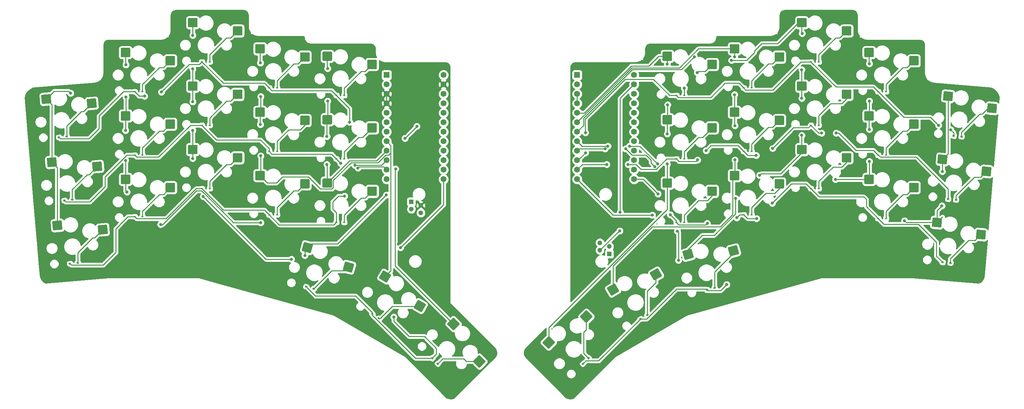
<source format=gbl>
%TF.GenerationSoftware,KiCad,Pcbnew,5.1.9+dfsg1-1+deb11u1*%
%TF.CreationDate,2024-10-07T21:35:42-04:00*%
%TF.ProjectId,mu-kb,6d752d6b-622e-46b6-9963-61645f706362,rev?*%
%TF.SameCoordinates,Original*%
%TF.FileFunction,Copper,L2,Bot*%
%TF.FilePolarity,Positive*%
%FSLAX46Y46*%
G04 Gerber Fmt 4.6, Leading zero omitted, Abs format (unit mm)*
G04 Created by KiCad (PCBNEW 5.1.9+dfsg1-1+deb11u1) date 2024-10-07 21:35:42*
%MOMM*%
%LPD*%
G01*
G04 APERTURE LIST*
%TA.AperFunction,ComponentPad*%
%ADD10C,1.300000*%
%TD*%
%TA.AperFunction,ComponentPad*%
%ADD11R,1.300000X1.300000*%
%TD*%
%TA.AperFunction,SMDPad,CuDef*%
%ADD12C,0.100000*%
%TD*%
%TA.AperFunction,SMDPad,CuDef*%
%ADD13R,0.600000X0.450000*%
%TD*%
%TA.AperFunction,ComponentPad*%
%ADD14R,1.600000X1.600000*%
%TD*%
%TA.AperFunction,ComponentPad*%
%ADD15C,1.600000*%
%TD*%
%TA.AperFunction,ViaPad*%
%ADD16C,0.800000*%
%TD*%
%TA.AperFunction,Conductor*%
%ADD17C,0.250000*%
%TD*%
%TA.AperFunction,Conductor*%
%ADD18C,0.254000*%
%TD*%
%TA.AperFunction,Conductor*%
%ADD19C,0.100000*%
%TD*%
%TA.AperFunction,NonConductor*%
%ADD20C,0.254000*%
%TD*%
%TA.AperFunction,NonConductor*%
%ADD21C,0.100000*%
%TD*%
G04 APERTURE END LIST*
D10*
%TO.P,R_JTRX1,4*%
%TO.N,R_TRX*%
X170960000Y-111000000D03*
%TO.P,R_JTRX1,3*%
%TO.N,Net-(R_JTRX1-Pad3)*%
X173500000Y-112000000D03*
%TO.P,R_JTRX1,2*%
%TO.N,GND*%
X170960000Y-113000000D03*
D11*
%TO.P,R_JTRX1,1*%
%TO.N,VCC*%
X173500000Y-114000000D03*
%TD*%
D10*
%TO.P,JTRX1,4*%
%TO.N,TRX*%
X123040000Y-103000000D03*
%TO.P,JTRX1,3*%
%TO.N,Net-(JTRX1-Pad3)*%
X120500000Y-102000000D03*
%TO.P,JTRX1,2*%
%TO.N,GND*%
X123040000Y-101000000D03*
D11*
%TO.P,JTRX1,1*%
%TO.N,VCC*%
X120500000Y-100000000D03*
%TD*%
%TA.AperFunction,SMDPad,CuDef*%
D12*
%TO.P,D1,1*%
%TO.N,Row0*%
G36*
X25883224Y-82976784D02*
G01*
X25844004Y-82528496D01*
X26441720Y-82476202D01*
X26480940Y-82924490D01*
X25883224Y-82976784D01*
G37*
%TD.AperFunction*%
%TA.AperFunction,SMDPad,CuDef*%
%TO.P,D1,2*%
%TO.N,Net-(D1-Pad2)*%
G36*
X27975232Y-82793756D02*
G01*
X27936012Y-82345468D01*
X28533728Y-82293174D01*
X28572948Y-82741462D01*
X27975232Y-82793756D01*
G37*
%TD.AperFunction*%
%TD*%
%TA.AperFunction,SMDPad,CuDef*%
%TO.P,D2,1*%
%TO.N,Row1*%
G36*
X27364871Y-99912094D02*
G01*
X27325651Y-99463806D01*
X27923367Y-99411512D01*
X27962587Y-99859800D01*
X27364871Y-99912094D01*
G37*
%TD.AperFunction*%
%TA.AperFunction,SMDPad,CuDef*%
%TO.P,D2,2*%
%TO.N,Net-(D2-Pad2)*%
G36*
X29456879Y-99729066D02*
G01*
X29417659Y-99280778D01*
X30015375Y-99228484D01*
X30054595Y-99676772D01*
X29456879Y-99729066D01*
G37*
%TD.AperFunction*%
%TD*%
%TA.AperFunction,SMDPad,CuDef*%
%TO.P,D3,2*%
%TO.N,Net-(D3-Pad2)*%
G36*
X30938527Y-116664376D02*
G01*
X30899307Y-116216088D01*
X31497023Y-116163794D01*
X31536243Y-116612082D01*
X30938527Y-116664376D01*
G37*
%TD.AperFunction*%
%TA.AperFunction,SMDPad,CuDef*%
%TO.P,D3,1*%
%TO.N,Row2*%
G36*
X28846519Y-116847404D02*
G01*
X28807299Y-116399116D01*
X29405015Y-116346822D01*
X29444235Y-116795110D01*
X28846519Y-116847404D01*
G37*
%TD.AperFunction*%
%TD*%
D13*
%TO.P,D4,2*%
%TO.N,Net-(D4-Pad2)*%
X48550000Y-70500000D03*
%TO.P,D4,1*%
%TO.N,Row0*%
X46450000Y-70500000D03*
%TD*%
%TO.P,D5,1*%
%TO.N,Row1*%
X46450000Y-87500000D03*
%TO.P,D5,2*%
%TO.N,Net-(D5-Pad2)*%
X48550000Y-87500000D03*
%TD*%
%TO.P,D6,2*%
%TO.N,Net-(D6-Pad2)*%
X48550000Y-104000000D03*
%TO.P,D6,1*%
%TO.N,Row2*%
X46450000Y-104000000D03*
%TD*%
%TO.P,D7,1*%
%TO.N,Row0*%
X64450000Y-62500000D03*
%TO.P,D7,2*%
%TO.N,Net-(D7-Pad2)*%
X66550000Y-62500000D03*
%TD*%
%TO.P,D8,2*%
%TO.N,Net-(D8-Pad2)*%
X66550000Y-79500000D03*
%TO.P,D8,1*%
%TO.N,Row1*%
X64450000Y-79500000D03*
%TD*%
%TO.P,D9,2*%
%TO.N,Net-(D9-Pad2)*%
X66550000Y-96500000D03*
%TO.P,D9,1*%
%TO.N,Row2*%
X64450000Y-96500000D03*
%TD*%
%TO.P,D10,1*%
%TO.N,Row0*%
X82450000Y-69500000D03*
%TO.P,D10,2*%
%TO.N,Net-(D10-Pad2)*%
X84550000Y-69500000D03*
%TD*%
%TO.P,D11,2*%
%TO.N,Net-(D11-Pad2)*%
X84550000Y-86500000D03*
%TO.P,D11,1*%
%TO.N,Row1*%
X82450000Y-86500000D03*
%TD*%
%TO.P,D12,1*%
%TO.N,Row2*%
X82450000Y-103500000D03*
%TO.P,D12,2*%
%TO.N,Net-(D12-Pad2)*%
X84550000Y-103500000D03*
%TD*%
%TO.P,D13,1*%
%TO.N,Row0*%
X100450000Y-71500000D03*
%TO.P,D13,2*%
%TO.N,Net-(D13-Pad2)*%
X102550000Y-71500000D03*
%TD*%
%TO.P,D14,1*%
%TO.N,Row1*%
X100450000Y-88500000D03*
%TO.P,D14,2*%
%TO.N,Net-(D14-Pad2)*%
X102550000Y-88500000D03*
%TD*%
%TO.P,D15,2*%
%TO.N,Net-(D15-Pad2)*%
X102550000Y-105500000D03*
%TO.P,D15,1*%
%TO.N,Row2*%
X100450000Y-105500000D03*
%TD*%
%TA.AperFunction,SMDPad,CuDef*%
D12*
%TO.P,D16,1*%
%TO.N,Row3*%
G36*
X91992521Y-122921883D02*
G01*
X92108990Y-122487216D01*
X92688545Y-122642507D01*
X92572076Y-123077174D01*
X91992521Y-122921883D01*
G37*
%TD.AperFunction*%
%TA.AperFunction,SMDPad,CuDef*%
%TO.P,D16,2*%
%TO.N,Net-(D16-Pad2)*%
G36*
X94020965Y-123465403D02*
G01*
X94137434Y-123030736D01*
X94716989Y-123186027D01*
X94600520Y-123620694D01*
X94020965Y-123465403D01*
G37*
%TD.AperFunction*%
%TD*%
%TA.AperFunction,SMDPad,CuDef*%
%TO.P,D17,1*%
%TO.N,Row3*%
G36*
X109683997Y-130096165D02*
G01*
X109942106Y-129727547D01*
X110433597Y-130071693D01*
X110175488Y-130440311D01*
X109683997Y-130096165D01*
G37*
%TD.AperFunction*%
%TA.AperFunction,SMDPad,CuDef*%
%TO.P,D17,2*%
%TO.N,Net-(D17-Pad2)*%
G36*
X111404217Y-131300675D02*
G01*
X111662326Y-130932057D01*
X112153817Y-131276203D01*
X111895708Y-131644821D01*
X111404217Y-131300675D01*
G37*
%TD.AperFunction*%
%TD*%
%TA.AperFunction,SMDPad,CuDef*%
%TO.P,D18,2*%
%TO.N,Net-(D18-Pad2)*%
G36*
X127189250Y-143371410D02*
G01*
X127507448Y-143053212D01*
X127931712Y-143477476D01*
X127613514Y-143795674D01*
X127189250Y-143371410D01*
G37*
%TD.AperFunction*%
%TA.AperFunction,SMDPad,CuDef*%
%TO.P,D18,1*%
%TO.N,Row3*%
G36*
X125704326Y-141886486D02*
G01*
X126022524Y-141568288D01*
X126446788Y-141992552D01*
X126128590Y-142310750D01*
X125704326Y-141886486D01*
G37*
%TD.AperFunction*%
%TD*%
D13*
%TO.P,R_D1,2*%
%TO.N,Net-(R_D1-Pad2)*%
X193550000Y-71500000D03*
%TO.P,R_D1,1*%
%TO.N,R_Row0*%
X191450000Y-71500000D03*
%TD*%
%TO.P,R_D2,1*%
%TO.N,R_Row1*%
X191450000Y-88500000D03*
%TO.P,R_D2,2*%
%TO.N,Net-(R_D2-Pad2)*%
X193550000Y-88500000D03*
%TD*%
%TO.P,R_D3,2*%
%TO.N,Net-(R_D3-Pad2)*%
X193550000Y-105500000D03*
%TO.P,R_D3,1*%
%TO.N,R_Row2*%
X191450000Y-105500000D03*
%TD*%
%TO.P,R_D4,2*%
%TO.N,Net-(R_D4-Pad2)*%
X211550000Y-69500000D03*
%TO.P,R_D4,1*%
%TO.N,R_Row0*%
X209450000Y-69500000D03*
%TD*%
%TO.P,R_D5,1*%
%TO.N,R_Row1*%
X209450000Y-86500000D03*
%TO.P,R_D5,2*%
%TO.N,Net-(R_D5-Pad2)*%
X211550000Y-86500000D03*
%TD*%
%TO.P,R_D6,2*%
%TO.N,Net-(R_D6-Pad2)*%
X211550000Y-103500000D03*
%TO.P,R_D6,1*%
%TO.N,R_Row2*%
X209450000Y-103500000D03*
%TD*%
%TO.P,R_D7,2*%
%TO.N,Net-(R_D7-Pad2)*%
X229550000Y-62500000D03*
%TO.P,R_D7,1*%
%TO.N,R_Row0*%
X227450000Y-62500000D03*
%TD*%
%TO.P,R_D8,2*%
%TO.N,Net-(R_D8-Pad2)*%
X229550000Y-79500000D03*
%TO.P,R_D8,1*%
%TO.N,R_Row1*%
X227450000Y-79500000D03*
%TD*%
%TO.P,R_D9,1*%
%TO.N,R_Row2*%
X227450000Y-96500000D03*
%TO.P,R_D9,2*%
%TO.N,Net-(R_D9-Pad2)*%
X229550000Y-96500000D03*
%TD*%
%TO.P,R_D10,1*%
%TO.N,R_Row0*%
X245450000Y-70500000D03*
%TO.P,R_D10,2*%
%TO.N,Net-(R_D10-Pad2)*%
X247550000Y-70500000D03*
%TD*%
%TO.P,R_D11,1*%
%TO.N,R_Row1*%
X245450000Y-87500000D03*
%TO.P,R_D11,2*%
%TO.N,Net-(R_D11-Pad2)*%
X247550000Y-87500000D03*
%TD*%
%TO.P,R_D12,2*%
%TO.N,Net-(R_D12-Pad2)*%
X247550000Y-104500000D03*
%TO.P,R_D12,1*%
%TO.N,R_Row2*%
X245450000Y-104500000D03*
%TD*%
%TA.AperFunction,SMDPad,CuDef*%
D12*
%TO.P,R_D13,1*%
%TO.N,R_Row0*%
G36*
X265334663Y-82567150D02*
G01*
X265373883Y-82118862D01*
X265971599Y-82171156D01*
X265932379Y-82619444D01*
X265334663Y-82567150D01*
G37*
%TD.AperFunction*%
%TA.AperFunction,SMDPad,CuDef*%
%TO.P,R_D13,2*%
%TO.N,Net-(R_D13-Pad2)*%
G36*
X267426671Y-82750178D02*
G01*
X267465891Y-82301890D01*
X268063607Y-82354184D01*
X268024387Y-82802472D01*
X267426671Y-82750178D01*
G37*
%TD.AperFunction*%
%TD*%
%TA.AperFunction,SMDPad,CuDef*%
%TO.P,R_D14,2*%
%TO.N,Net-(R_D14-Pad2)*%
G36*
X265945023Y-99685488D02*
G01*
X265984243Y-99237200D01*
X266581959Y-99289494D01*
X266542739Y-99737782D01*
X265945023Y-99685488D01*
G37*
%TD.AperFunction*%
%TA.AperFunction,SMDPad,CuDef*%
%TO.P,R_D14,1*%
%TO.N,R_Row1*%
G36*
X263853015Y-99502460D02*
G01*
X263892235Y-99054172D01*
X264489951Y-99106466D01*
X264450731Y-99554754D01*
X263853015Y-99502460D01*
G37*
%TD.AperFunction*%
%TD*%
%TA.AperFunction,SMDPad,CuDef*%
%TO.P,R_D15,1*%
%TO.N,R_Row2*%
G36*
X262371368Y-116437770D02*
G01*
X262410588Y-115989482D01*
X263008304Y-116041776D01*
X262969084Y-116490064D01*
X262371368Y-116437770D01*
G37*
%TD.AperFunction*%
%TA.AperFunction,SMDPad,CuDef*%
%TO.P,R_D15,2*%
%TO.N,Net-(R_D15-Pad2)*%
G36*
X264463376Y-116620798D02*
G01*
X264502596Y-116172510D01*
X265100312Y-116224804D01*
X265061092Y-116673092D01*
X264463376Y-116620798D01*
G37*
%TD.AperFunction*%
%TD*%
%TA.AperFunction,SMDPad,CuDef*%
%TO.P,R_D16,2*%
%TO.N,Net-(R_D16-Pad2)*%
G36*
X167871410Y-142310750D02*
G01*
X167553212Y-141992552D01*
X167977476Y-141568288D01*
X168295674Y-141886486D01*
X167871410Y-142310750D01*
G37*
%TD.AperFunction*%
%TA.AperFunction,SMDPad,CuDef*%
%TO.P,R_D16,1*%
%TO.N,R_Row3*%
G36*
X166386486Y-143795674D02*
G01*
X166068288Y-143477476D01*
X166492552Y-143053212D01*
X166810750Y-143371410D01*
X166386486Y-143795674D01*
G37*
%TD.AperFunction*%
%TD*%
%TA.AperFunction,SMDPad,CuDef*%
%TO.P,R_D17,2*%
%TO.N,Net-(R_D17-Pad2)*%
G36*
X183512019Y-130716970D02*
G01*
X183287019Y-130327258D01*
X183806635Y-130027258D01*
X184031635Y-130416970D01*
X183512019Y-130716970D01*
G37*
%TD.AperFunction*%
%TA.AperFunction,SMDPad,CuDef*%
%TO.P,R_D17,1*%
%TO.N,R_Row3*%
G36*
X181693365Y-131766970D02*
G01*
X181468365Y-131377258D01*
X181987981Y-131077258D01*
X182212981Y-131466970D01*
X181693365Y-131766970D01*
G37*
%TD.AperFunction*%
%TD*%
%TA.AperFunction,SMDPad,CuDef*%
%TO.P,R_D18,2*%
%TO.N,Net-(R_D18-Pad2)*%
G36*
X201447365Y-123369885D02*
G01*
X201330896Y-122935218D01*
X201910451Y-122779927D01*
X202026920Y-123214594D01*
X201447365Y-123369885D01*
G37*
%TD.AperFunction*%
%TA.AperFunction,SMDPad,CuDef*%
%TO.P,R_D18,1*%
%TO.N,R_Row3*%
G36*
X199418921Y-123913405D02*
G01*
X199302452Y-123478738D01*
X199882007Y-123323447D01*
X199998476Y-123758114D01*
X199418921Y-123913405D01*
G37*
%TD.AperFunction*%
%TD*%
%TO.P,R_SW1,1*%
%TO.N,R_Col0*%
%TA.AperFunction,SMDPad,CuDef*%
G36*
G01*
X187725000Y-62000000D02*
X187725000Y-60000000D01*
G75*
G02*
X187975000Y-59750000I250000J0D01*
G01*
X190025000Y-59750000D01*
G75*
G02*
X190275000Y-60000000I0J-250000D01*
G01*
X190275000Y-62000000D01*
G75*
G02*
X190025000Y-62250000I-250000J0D01*
G01*
X187975000Y-62250000D01*
G75*
G02*
X187725000Y-62000000I0J250000D01*
G01*
G37*
%TD.AperFunction*%
%TO.P,R_SW1,2*%
%TO.N,Net-(R_D1-Pad2)*%
%TA.AperFunction,SMDPad,CuDef*%
G36*
G01*
X199725000Y-64200000D02*
X199725000Y-62200000D01*
G75*
G02*
X199975000Y-61950000I250000J0D01*
G01*
X202025000Y-61950000D01*
G75*
G02*
X202275000Y-62200000I0J-250000D01*
G01*
X202275000Y-64200000D01*
G75*
G02*
X202025000Y-64450000I-250000J0D01*
G01*
X199975000Y-64450000D01*
G75*
G02*
X199725000Y-64200000I0J250000D01*
G01*
G37*
%TD.AperFunction*%
%TD*%
%TO.P,R_SW2,1*%
%TO.N,R_Col0*%
%TA.AperFunction,SMDPad,CuDef*%
G36*
G01*
X187725000Y-79000000D02*
X187725000Y-77000000D01*
G75*
G02*
X187975000Y-76750000I250000J0D01*
G01*
X190025000Y-76750000D01*
G75*
G02*
X190275000Y-77000000I0J-250000D01*
G01*
X190275000Y-79000000D01*
G75*
G02*
X190025000Y-79250000I-250000J0D01*
G01*
X187975000Y-79250000D01*
G75*
G02*
X187725000Y-79000000I0J250000D01*
G01*
G37*
%TD.AperFunction*%
%TO.P,R_SW2,2*%
%TO.N,Net-(R_D2-Pad2)*%
%TA.AperFunction,SMDPad,CuDef*%
G36*
G01*
X199725000Y-81200000D02*
X199725000Y-79200000D01*
G75*
G02*
X199975000Y-78950000I250000J0D01*
G01*
X202025000Y-78950000D01*
G75*
G02*
X202275000Y-79200000I0J-250000D01*
G01*
X202275000Y-81200000D01*
G75*
G02*
X202025000Y-81450000I-250000J0D01*
G01*
X199975000Y-81450000D01*
G75*
G02*
X199725000Y-81200000I0J250000D01*
G01*
G37*
%TD.AperFunction*%
%TD*%
%TO.P,R_SW3,2*%
%TO.N,Net-(R_D3-Pad2)*%
%TA.AperFunction,SMDPad,CuDef*%
G36*
G01*
X199725000Y-98200000D02*
X199725000Y-96200000D01*
G75*
G02*
X199975000Y-95950000I250000J0D01*
G01*
X202025000Y-95950000D01*
G75*
G02*
X202275000Y-96200000I0J-250000D01*
G01*
X202275000Y-98200000D01*
G75*
G02*
X202025000Y-98450000I-250000J0D01*
G01*
X199975000Y-98450000D01*
G75*
G02*
X199725000Y-98200000I0J250000D01*
G01*
G37*
%TD.AperFunction*%
%TO.P,R_SW3,1*%
%TO.N,R_Col0*%
%TA.AperFunction,SMDPad,CuDef*%
G36*
G01*
X187725000Y-96000000D02*
X187725000Y-94000000D01*
G75*
G02*
X187975000Y-93750000I250000J0D01*
G01*
X190025000Y-93750000D01*
G75*
G02*
X190275000Y-94000000I0J-250000D01*
G01*
X190275000Y-96000000D01*
G75*
G02*
X190025000Y-96250000I-250000J0D01*
G01*
X187975000Y-96250000D01*
G75*
G02*
X187725000Y-96000000I0J250000D01*
G01*
G37*
%TD.AperFunction*%
%TD*%
%TO.P,R_SW4,1*%
%TO.N,R_Col1*%
%TA.AperFunction,SMDPad,CuDef*%
G36*
G01*
X205725000Y-60000000D02*
X205725000Y-58000000D01*
G75*
G02*
X205975000Y-57750000I250000J0D01*
G01*
X208025000Y-57750000D01*
G75*
G02*
X208275000Y-58000000I0J-250000D01*
G01*
X208275000Y-60000000D01*
G75*
G02*
X208025000Y-60250000I-250000J0D01*
G01*
X205975000Y-60250000D01*
G75*
G02*
X205725000Y-60000000I0J250000D01*
G01*
G37*
%TD.AperFunction*%
%TO.P,R_SW4,2*%
%TO.N,Net-(R_D4-Pad2)*%
%TA.AperFunction,SMDPad,CuDef*%
G36*
G01*
X217725000Y-62200000D02*
X217725000Y-60200000D01*
G75*
G02*
X217975000Y-59950000I250000J0D01*
G01*
X220025000Y-59950000D01*
G75*
G02*
X220275000Y-60200000I0J-250000D01*
G01*
X220275000Y-62200000D01*
G75*
G02*
X220025000Y-62450000I-250000J0D01*
G01*
X217975000Y-62450000D01*
G75*
G02*
X217725000Y-62200000I0J250000D01*
G01*
G37*
%TD.AperFunction*%
%TD*%
%TO.P,R_SW5,2*%
%TO.N,Net-(R_D5-Pad2)*%
%TA.AperFunction,SMDPad,CuDef*%
G36*
G01*
X217725000Y-79200000D02*
X217725000Y-77200000D01*
G75*
G02*
X217975000Y-76950000I250000J0D01*
G01*
X220025000Y-76950000D01*
G75*
G02*
X220275000Y-77200000I0J-250000D01*
G01*
X220275000Y-79200000D01*
G75*
G02*
X220025000Y-79450000I-250000J0D01*
G01*
X217975000Y-79450000D01*
G75*
G02*
X217725000Y-79200000I0J250000D01*
G01*
G37*
%TD.AperFunction*%
%TO.P,R_SW5,1*%
%TO.N,R_Col1*%
%TA.AperFunction,SMDPad,CuDef*%
G36*
G01*
X205725000Y-77000000D02*
X205725000Y-75000000D01*
G75*
G02*
X205975000Y-74750000I250000J0D01*
G01*
X208025000Y-74750000D01*
G75*
G02*
X208275000Y-75000000I0J-250000D01*
G01*
X208275000Y-77000000D01*
G75*
G02*
X208025000Y-77250000I-250000J0D01*
G01*
X205975000Y-77250000D01*
G75*
G02*
X205725000Y-77000000I0J250000D01*
G01*
G37*
%TD.AperFunction*%
%TD*%
%TO.P,R_SW6,1*%
%TO.N,R_Col1*%
%TA.AperFunction,SMDPad,CuDef*%
G36*
G01*
X205725000Y-94000000D02*
X205725000Y-92000000D01*
G75*
G02*
X205975000Y-91750000I250000J0D01*
G01*
X208025000Y-91750000D01*
G75*
G02*
X208275000Y-92000000I0J-250000D01*
G01*
X208275000Y-94000000D01*
G75*
G02*
X208025000Y-94250000I-250000J0D01*
G01*
X205975000Y-94250000D01*
G75*
G02*
X205725000Y-94000000I0J250000D01*
G01*
G37*
%TD.AperFunction*%
%TO.P,R_SW6,2*%
%TO.N,Net-(R_D6-Pad2)*%
%TA.AperFunction,SMDPad,CuDef*%
G36*
G01*
X217725000Y-96200000D02*
X217725000Y-94200000D01*
G75*
G02*
X217975000Y-93950000I250000J0D01*
G01*
X220025000Y-93950000D01*
G75*
G02*
X220275000Y-94200000I0J-250000D01*
G01*
X220275000Y-96200000D01*
G75*
G02*
X220025000Y-96450000I-250000J0D01*
G01*
X217975000Y-96450000D01*
G75*
G02*
X217725000Y-96200000I0J250000D01*
G01*
G37*
%TD.AperFunction*%
%TD*%
%TO.P,R_SW7,1*%
%TO.N,R_Col2*%
%TA.AperFunction,SMDPad,CuDef*%
G36*
G01*
X223725000Y-53000000D02*
X223725000Y-51000000D01*
G75*
G02*
X223975000Y-50750000I250000J0D01*
G01*
X226025000Y-50750000D01*
G75*
G02*
X226275000Y-51000000I0J-250000D01*
G01*
X226275000Y-53000000D01*
G75*
G02*
X226025000Y-53250000I-250000J0D01*
G01*
X223975000Y-53250000D01*
G75*
G02*
X223725000Y-53000000I0J250000D01*
G01*
G37*
%TD.AperFunction*%
%TO.P,R_SW7,2*%
%TO.N,Net-(R_D7-Pad2)*%
%TA.AperFunction,SMDPad,CuDef*%
G36*
G01*
X235725000Y-55200000D02*
X235725000Y-53200000D01*
G75*
G02*
X235975000Y-52950000I250000J0D01*
G01*
X238025000Y-52950000D01*
G75*
G02*
X238275000Y-53200000I0J-250000D01*
G01*
X238275000Y-55200000D01*
G75*
G02*
X238025000Y-55450000I-250000J0D01*
G01*
X235975000Y-55450000D01*
G75*
G02*
X235725000Y-55200000I0J250000D01*
G01*
G37*
%TD.AperFunction*%
%TD*%
%TO.P,R_SW8,2*%
%TO.N,Net-(R_D8-Pad2)*%
%TA.AperFunction,SMDPad,CuDef*%
G36*
G01*
X235725000Y-72200000D02*
X235725000Y-70200000D01*
G75*
G02*
X235975000Y-69950000I250000J0D01*
G01*
X238025000Y-69950000D01*
G75*
G02*
X238275000Y-70200000I0J-250000D01*
G01*
X238275000Y-72200000D01*
G75*
G02*
X238025000Y-72450000I-250000J0D01*
G01*
X235975000Y-72450000D01*
G75*
G02*
X235725000Y-72200000I0J250000D01*
G01*
G37*
%TD.AperFunction*%
%TO.P,R_SW8,1*%
%TO.N,R_Col2*%
%TA.AperFunction,SMDPad,CuDef*%
G36*
G01*
X223725000Y-70000000D02*
X223725000Y-68000000D01*
G75*
G02*
X223975000Y-67750000I250000J0D01*
G01*
X226025000Y-67750000D01*
G75*
G02*
X226275000Y-68000000I0J-250000D01*
G01*
X226275000Y-70000000D01*
G75*
G02*
X226025000Y-70250000I-250000J0D01*
G01*
X223975000Y-70250000D01*
G75*
G02*
X223725000Y-70000000I0J250000D01*
G01*
G37*
%TD.AperFunction*%
%TD*%
%TO.P,R_SW9,1*%
%TO.N,R_Col2*%
%TA.AperFunction,SMDPad,CuDef*%
G36*
G01*
X223725000Y-87000000D02*
X223725000Y-85000000D01*
G75*
G02*
X223975000Y-84750000I250000J0D01*
G01*
X226025000Y-84750000D01*
G75*
G02*
X226275000Y-85000000I0J-250000D01*
G01*
X226275000Y-87000000D01*
G75*
G02*
X226025000Y-87250000I-250000J0D01*
G01*
X223975000Y-87250000D01*
G75*
G02*
X223725000Y-87000000I0J250000D01*
G01*
G37*
%TD.AperFunction*%
%TO.P,R_SW9,2*%
%TO.N,Net-(R_D9-Pad2)*%
%TA.AperFunction,SMDPad,CuDef*%
G36*
G01*
X235725000Y-89200000D02*
X235725000Y-87200000D01*
G75*
G02*
X235975000Y-86950000I250000J0D01*
G01*
X238025000Y-86950000D01*
G75*
G02*
X238275000Y-87200000I0J-250000D01*
G01*
X238275000Y-89200000D01*
G75*
G02*
X238025000Y-89450000I-250000J0D01*
G01*
X235975000Y-89450000D01*
G75*
G02*
X235725000Y-89200000I0J250000D01*
G01*
G37*
%TD.AperFunction*%
%TD*%
%TO.P,R_SW10,1*%
%TO.N,R_Col3*%
%TA.AperFunction,SMDPad,CuDef*%
G36*
G01*
X241725000Y-61000000D02*
X241725000Y-59000000D01*
G75*
G02*
X241975000Y-58750000I250000J0D01*
G01*
X244025000Y-58750000D01*
G75*
G02*
X244275000Y-59000000I0J-250000D01*
G01*
X244275000Y-61000000D01*
G75*
G02*
X244025000Y-61250000I-250000J0D01*
G01*
X241975000Y-61250000D01*
G75*
G02*
X241725000Y-61000000I0J250000D01*
G01*
G37*
%TD.AperFunction*%
%TO.P,R_SW10,2*%
%TO.N,Net-(R_D10-Pad2)*%
%TA.AperFunction,SMDPad,CuDef*%
G36*
G01*
X253725000Y-63200000D02*
X253725000Y-61200000D01*
G75*
G02*
X253975000Y-60950000I250000J0D01*
G01*
X256025000Y-60950000D01*
G75*
G02*
X256275000Y-61200000I0J-250000D01*
G01*
X256275000Y-63200000D01*
G75*
G02*
X256025000Y-63450000I-250000J0D01*
G01*
X253975000Y-63450000D01*
G75*
G02*
X253725000Y-63200000I0J250000D01*
G01*
G37*
%TD.AperFunction*%
%TD*%
%TO.P,R_SW11,2*%
%TO.N,Net-(R_D11-Pad2)*%
%TA.AperFunction,SMDPad,CuDef*%
G36*
G01*
X253725000Y-80200000D02*
X253725000Y-78200000D01*
G75*
G02*
X253975000Y-77950000I250000J0D01*
G01*
X256025000Y-77950000D01*
G75*
G02*
X256275000Y-78200000I0J-250000D01*
G01*
X256275000Y-80200000D01*
G75*
G02*
X256025000Y-80450000I-250000J0D01*
G01*
X253975000Y-80450000D01*
G75*
G02*
X253725000Y-80200000I0J250000D01*
G01*
G37*
%TD.AperFunction*%
%TO.P,R_SW11,1*%
%TO.N,R_Col3*%
%TA.AperFunction,SMDPad,CuDef*%
G36*
G01*
X241725000Y-78000000D02*
X241725000Y-76000000D01*
G75*
G02*
X241975000Y-75750000I250000J0D01*
G01*
X244025000Y-75750000D01*
G75*
G02*
X244275000Y-76000000I0J-250000D01*
G01*
X244275000Y-78000000D01*
G75*
G02*
X244025000Y-78250000I-250000J0D01*
G01*
X241975000Y-78250000D01*
G75*
G02*
X241725000Y-78000000I0J250000D01*
G01*
G37*
%TD.AperFunction*%
%TD*%
%TO.P,R_SW12,1*%
%TO.N,R_Col3*%
%TA.AperFunction,SMDPad,CuDef*%
G36*
G01*
X241725000Y-95000000D02*
X241725000Y-93000000D01*
G75*
G02*
X241975000Y-92750000I250000J0D01*
G01*
X244025000Y-92750000D01*
G75*
G02*
X244275000Y-93000000I0J-250000D01*
G01*
X244275000Y-95000000D01*
G75*
G02*
X244025000Y-95250000I-250000J0D01*
G01*
X241975000Y-95250000D01*
G75*
G02*
X241725000Y-95000000I0J250000D01*
G01*
G37*
%TD.AperFunction*%
%TO.P,R_SW12,2*%
%TO.N,Net-(R_D12-Pad2)*%
%TA.AperFunction,SMDPad,CuDef*%
G36*
G01*
X253725000Y-97200000D02*
X253725000Y-95200000D01*
G75*
G02*
X253975000Y-94950000I250000J0D01*
G01*
X256025000Y-94950000D01*
G75*
G02*
X256275000Y-95200000I0J-250000D01*
G01*
X256275000Y-97200000D01*
G75*
G02*
X256025000Y-97450000I-250000J0D01*
G01*
X253975000Y-97450000D01*
G75*
G02*
X253725000Y-97200000I0J250000D01*
G01*
G37*
%TD.AperFunction*%
%TD*%
%TO.P,R_SW13,2*%
%TO.N,Net-(R_D13-Pad2)*%
%TA.AperFunction,SMDPad,CuDef*%
G36*
G01*
X274532879Y-75818146D02*
X274707190Y-73825757D01*
G75*
G02*
X274978028Y-73598497I249049J-21789D01*
G01*
X277020227Y-73777166D01*
G75*
G02*
X277247487Y-74048004I-21789J-249049D01*
G01*
X277073176Y-76040393D01*
G75*
G02*
X276802338Y-76267653I-249049J21789D01*
G01*
X274760139Y-76088984D01*
G75*
G02*
X274532879Y-75818146I21789J249049D01*
G01*
G37*
%TD.AperFunction*%
%TO.P,R_SW13,1*%
%TO.N,R_Col4*%
%TA.AperFunction,SMDPad,CuDef*%
G36*
G01*
X262770285Y-72580649D02*
X262944596Y-70588260D01*
G75*
G02*
X263215434Y-70361000I249049J-21789D01*
G01*
X265257633Y-70539669D01*
G75*
G02*
X265484893Y-70810507I-21789J-249049D01*
G01*
X265310582Y-72802896D01*
G75*
G02*
X265039744Y-73030156I-249049J21789D01*
G01*
X262997545Y-72851487D01*
G75*
G02*
X262770285Y-72580649I21789J249049D01*
G01*
G37*
%TD.AperFunction*%
%TD*%
%TO.P,R_SW14,1*%
%TO.N,R_Col4*%
%TA.AperFunction,SMDPad,CuDef*%
G36*
G01*
X261288637Y-89515959D02*
X261462948Y-87523570D01*
G75*
G02*
X261733786Y-87296310I249049J-21789D01*
G01*
X263775985Y-87474979D01*
G75*
G02*
X264003245Y-87745817I-21789J-249049D01*
G01*
X263828934Y-89738206D01*
G75*
G02*
X263558096Y-89965466I-249049J21789D01*
G01*
X261515897Y-89786797D01*
G75*
G02*
X261288637Y-89515959I21789J249049D01*
G01*
G37*
%TD.AperFunction*%
%TO.P,R_SW14,2*%
%TO.N,Net-(R_D14-Pad2)*%
%TA.AperFunction,SMDPad,CuDef*%
G36*
G01*
X273051231Y-92753456D02*
X273225542Y-90761067D01*
G75*
G02*
X273496380Y-90533807I249049J-21789D01*
G01*
X275538579Y-90712476D01*
G75*
G02*
X275765839Y-90983314I-21789J-249049D01*
G01*
X275591528Y-92975703D01*
G75*
G02*
X275320690Y-93202963I-249049J21789D01*
G01*
X273278491Y-93024294D01*
G75*
G02*
X273051231Y-92753456I21789J249049D01*
G01*
G37*
%TD.AperFunction*%
%TD*%
%TO.P,R_SW15,2*%
%TO.N,Net-(R_D15-Pad2)*%
%TA.AperFunction,SMDPad,CuDef*%
G36*
G01*
X271569584Y-109688766D02*
X271743895Y-107696377D01*
G75*
G02*
X272014733Y-107469117I249049J-21789D01*
G01*
X274056932Y-107647786D01*
G75*
G02*
X274284192Y-107918624I-21789J-249049D01*
G01*
X274109881Y-109911013D01*
G75*
G02*
X273839043Y-110138273I-249049J21789D01*
G01*
X271796844Y-109959604D01*
G75*
G02*
X271569584Y-109688766I21789J249049D01*
G01*
G37*
%TD.AperFunction*%
%TO.P,R_SW15,1*%
%TO.N,R_Col4*%
%TA.AperFunction,SMDPad,CuDef*%
G36*
G01*
X259806990Y-106451269D02*
X259981301Y-104458880D01*
G75*
G02*
X260252139Y-104231620I249049J-21789D01*
G01*
X262294338Y-104410289D01*
G75*
G02*
X262521598Y-104681127I-21789J-249049D01*
G01*
X262347287Y-106673516D01*
G75*
G02*
X262076449Y-106900776I-249049J21789D01*
G01*
X260034250Y-106722107D01*
G75*
G02*
X259806990Y-106451269I21789J249049D01*
G01*
G37*
%TD.AperFunction*%
%TD*%
%TO.P,R_SW16,1*%
%TO.N,R_Col0*%
%TA.AperFunction,SMDPad,CuDef*%
G36*
G01*
X157088031Y-139340901D02*
X155673818Y-137926688D01*
G75*
G02*
X155673818Y-137573134I176777J176777D01*
G01*
X157123387Y-136123565D01*
G75*
G02*
X157476941Y-136123565I176777J-176777D01*
G01*
X158891154Y-137537778D01*
G75*
G02*
X158891154Y-137891332I-176777J-176777D01*
G01*
X157441585Y-139340901D01*
G75*
G02*
X157088031Y-139340901I-176777J176777D01*
G01*
G37*
%TD.AperFunction*%
%TO.P,R_SW16,2*%
%TO.N,Net-(R_D16-Pad2)*%
%TA.AperFunction,SMDPad,CuDef*%
G36*
G01*
X167128947Y-132411255D02*
X165714734Y-130997042D01*
G75*
G02*
X165714734Y-130643488I176777J176777D01*
G01*
X167164303Y-129193919D01*
G75*
G02*
X167517857Y-129193919I176777J-176777D01*
G01*
X168932070Y-130608132D01*
G75*
G02*
X168932070Y-130961686I-176777J-176777D01*
G01*
X167482501Y-132411255D01*
G75*
G02*
X167128947Y-132411255I-176777J176777D01*
G01*
G37*
%TD.AperFunction*%
%TD*%
%TO.P,R_SW17,2*%
%TO.N,Net-(R_D17-Pad2)*%
%TA.AperFunction,SMDPad,CuDef*%
G36*
G01*
X185357034Y-120962628D02*
X184357034Y-119230578D01*
G75*
G02*
X184448540Y-118889072I216506J125000D01*
G01*
X186223892Y-117864072D01*
G75*
G02*
X186565398Y-117955578I125000J-216506D01*
G01*
X187565398Y-119687628D01*
G75*
G02*
X187473892Y-120029134I-216506J-125000D01*
G01*
X185698540Y-121054134D01*
G75*
G02*
X185357034Y-120962628I-125000J216506D01*
G01*
G37*
%TD.AperFunction*%
%TO.P,R_SW17,1*%
%TO.N,R_Col1*%
%TA.AperFunction,SMDPad,CuDef*%
G36*
G01*
X173864729Y-125057373D02*
X172864729Y-123325323D01*
G75*
G02*
X172956235Y-122983817I216506J125000D01*
G01*
X174731587Y-121958817D01*
G75*
G02*
X175073093Y-122050323I125000J-216506D01*
G01*
X176073093Y-123782373D01*
G75*
G02*
X175981587Y-124123879I-216506J-125000D01*
G01*
X174206235Y-125148879D01*
G75*
G02*
X173864729Y-125057373I-125000J216506D01*
G01*
G37*
%TD.AperFunction*%
%TD*%
%TO.P,R_SW18,1*%
%TO.N,R_Col2*%
%TA.AperFunction,SMDPad,CuDef*%
G36*
G01*
X193593609Y-115406232D02*
X193075971Y-113474381D01*
G75*
G02*
X193252747Y-113168195I241481J64705D01*
G01*
X195232895Y-112637616D01*
G75*
G02*
X195539081Y-112814392I64705J-241481D01*
G01*
X196056719Y-114746243D01*
G75*
G02*
X195879943Y-115052429I-241481J-64705D01*
G01*
X193899795Y-115583008D01*
G75*
G02*
X193593609Y-115406232I-64705J241481D01*
G01*
G37*
%TD.AperFunction*%
%TO.P,R_SW18,2*%
%TO.N,Net-(R_D18-Pad2)*%
%TA.AperFunction,SMDPad,CuDef*%
G36*
G01*
X205754121Y-114425440D02*
X205236483Y-112493589D01*
G75*
G02*
X205413259Y-112187403I241481J64705D01*
G01*
X207393407Y-111656824D01*
G75*
G02*
X207699593Y-111833600I64705J-241481D01*
G01*
X208217231Y-113765451D01*
G75*
G02*
X208040455Y-114071637I-241481J-64705D01*
G01*
X206060307Y-114602216D01*
G75*
G02*
X205754121Y-114425440I-64705J241481D01*
G01*
G37*
%TD.AperFunction*%
%TD*%
D14*
%TO.P,R_U1,1*%
%TO.N,Net-(R_U1-Pad1)*%
X164880000Y-66030000D03*
D15*
%TO.P,R_U1,2*%
%TO.N,R_TRX*%
X164880000Y-68570000D03*
%TO.P,R_U1,3*%
%TO.N,GND*%
X164880000Y-71110000D03*
%TO.P,R_U1,4*%
X164880000Y-73650000D03*
%TO.P,R_U1,5*%
%TO.N,R_Col0*%
X164880000Y-76190000D03*
%TO.P,R_U1,6*%
%TO.N,R_Col1*%
X164880000Y-78730000D03*
%TO.P,R_U1,7*%
%TO.N,R_Col2*%
X164880000Y-81270000D03*
%TO.P,R_U1,8*%
%TO.N,R_Col3*%
X164880000Y-83810000D03*
%TO.P,R_U1,9*%
%TO.N,R_Col4*%
X164880000Y-86350000D03*
%TO.P,R_U1,10*%
%TO.N,R_Row0*%
X164880000Y-88890000D03*
%TO.P,R_U1,11*%
%TO.N,R_Row1*%
X164880000Y-91430000D03*
%TO.P,R_U1,12*%
%TO.N,R_Row2*%
X164880000Y-93970000D03*
%TO.P,R_U1,13*%
%TO.N,R_Row3*%
X180120000Y-93970000D03*
%TO.P,R_U1,14*%
%TO.N,Net-(R_U1-Pad14)*%
X180120000Y-91430000D03*
%TO.P,R_U1,15*%
%TO.N,Net-(R_U1-Pad15)*%
X180120000Y-88890000D03*
%TO.P,R_U1,16*%
%TO.N,Net-(R_U1-Pad16)*%
X180120000Y-86350000D03*
%TO.P,R_U1,17*%
%TO.N,Net-(R_U1-Pad17)*%
X180120000Y-83810000D03*
%TO.P,R_U1,18*%
%TO.N,Net-(R_U1-Pad18)*%
X180120000Y-81270000D03*
%TO.P,R_U1,19*%
%TO.N,Net-(R_U1-Pad19)*%
X180120000Y-78730000D03*
%TO.P,R_U1,20*%
%TO.N,Net-(R_U1-Pad20)*%
X180120000Y-76190000D03*
%TO.P,R_U1,21*%
%TO.N,VCC*%
X180120000Y-73650000D03*
%TO.P,R_U1,22*%
%TO.N,R_RST*%
X180120000Y-71110000D03*
%TO.P,R_U1,23*%
%TO.N,GND*%
X180120000Y-68570000D03*
%TO.P,R_U1,24*%
%TO.N,Net-(R_U1-Pad24)*%
X180120000Y-66030000D03*
%TD*%
%TO.P,SW1,2*%
%TO.N,Net-(D1-Pad2)*%
%TA.AperFunction,SMDPad,CuDef*%
G36*
G01*
X33769745Y-74733057D02*
X33595434Y-72740668D01*
G75*
G02*
X33822694Y-72469830I249049J21789D01*
G01*
X35864893Y-72291161D01*
G75*
G02*
X36135731Y-72518421I21789J-249049D01*
G01*
X36310042Y-74510810D01*
G75*
G02*
X36082782Y-74781648I-249049J-21789D01*
G01*
X34040583Y-74960317D01*
G75*
G02*
X33769745Y-74733057I-21789J249049D01*
G01*
G37*
%TD.AperFunction*%
%TO.P,SW1,1*%
%TO.N,Col0*%
%TA.AperFunction,SMDPad,CuDef*%
G36*
G01*
X21623666Y-73587298D02*
X21449355Y-71594909D01*
G75*
G02*
X21676615Y-71324071I249049J21789D01*
G01*
X23718814Y-71145402D01*
G75*
G02*
X23989652Y-71372662I21789J-249049D01*
G01*
X24163963Y-73365051D01*
G75*
G02*
X23936703Y-73635889I-249049J-21789D01*
G01*
X21894504Y-73814558D01*
G75*
G02*
X21623666Y-73587298I-21789J249049D01*
G01*
G37*
%TD.AperFunction*%
%TD*%
%TO.P,SW2,2*%
%TO.N,Net-(D2-Pad2)*%
%TA.AperFunction,SMDPad,CuDef*%
G36*
G01*
X35251392Y-91668367D02*
X35077081Y-89675978D01*
G75*
G02*
X35304341Y-89405140I249049J21789D01*
G01*
X37346540Y-89226471D01*
G75*
G02*
X37617378Y-89453731I21789J-249049D01*
G01*
X37791689Y-91446120D01*
G75*
G02*
X37564429Y-91716958I-249049J-21789D01*
G01*
X35522230Y-91895627D01*
G75*
G02*
X35251392Y-91668367I-21789J249049D01*
G01*
G37*
%TD.AperFunction*%
%TO.P,SW2,1*%
%TO.N,Col0*%
%TA.AperFunction,SMDPad,CuDef*%
G36*
G01*
X23105313Y-90522608D02*
X22931002Y-88530219D01*
G75*
G02*
X23158262Y-88259381I249049J21789D01*
G01*
X25200461Y-88080712D01*
G75*
G02*
X25471299Y-88307972I21789J-249049D01*
G01*
X25645610Y-90300361D01*
G75*
G02*
X25418350Y-90571199I-249049J-21789D01*
G01*
X23376151Y-90749868D01*
G75*
G02*
X23105313Y-90522608I-21789J249049D01*
G01*
G37*
%TD.AperFunction*%
%TD*%
%TO.P,SW3,1*%
%TO.N,Col0*%
%TA.AperFunction,SMDPad,CuDef*%
G36*
G01*
X24586961Y-107457917D02*
X24412650Y-105465528D01*
G75*
G02*
X24639910Y-105194690I249049J21789D01*
G01*
X26682109Y-105016021D01*
G75*
G02*
X26952947Y-105243281I21789J-249049D01*
G01*
X27127258Y-107235670D01*
G75*
G02*
X26899998Y-107506508I-249049J-21789D01*
G01*
X24857799Y-107685177D01*
G75*
G02*
X24586961Y-107457917I-21789J249049D01*
G01*
G37*
%TD.AperFunction*%
%TO.P,SW3,2*%
%TO.N,Net-(D3-Pad2)*%
%TA.AperFunction,SMDPad,CuDef*%
G36*
G01*
X36733040Y-108603676D02*
X36558729Y-106611287D01*
G75*
G02*
X36785989Y-106340449I249049J21789D01*
G01*
X38828188Y-106161780D01*
G75*
G02*
X39099026Y-106389040I21789J-249049D01*
G01*
X39273337Y-108381429D01*
G75*
G02*
X39046077Y-108652267I-249049J-21789D01*
G01*
X37003878Y-108830936D01*
G75*
G02*
X36733040Y-108603676I-21789J249049D01*
G01*
G37*
%TD.AperFunction*%
%TD*%
%TO.P,SW4,2*%
%TO.N,Net-(D4-Pad2)*%
%TA.AperFunction,SMDPad,CuDef*%
G36*
G01*
X54725000Y-63200000D02*
X54725000Y-61200000D01*
G75*
G02*
X54975000Y-60950000I250000J0D01*
G01*
X57025000Y-60950000D01*
G75*
G02*
X57275000Y-61200000I0J-250000D01*
G01*
X57275000Y-63200000D01*
G75*
G02*
X57025000Y-63450000I-250000J0D01*
G01*
X54975000Y-63450000D01*
G75*
G02*
X54725000Y-63200000I0J250000D01*
G01*
G37*
%TD.AperFunction*%
%TO.P,SW4,1*%
%TO.N,Col1*%
%TA.AperFunction,SMDPad,CuDef*%
G36*
G01*
X42725000Y-61000000D02*
X42725000Y-59000000D01*
G75*
G02*
X42975000Y-58750000I250000J0D01*
G01*
X45025000Y-58750000D01*
G75*
G02*
X45275000Y-59000000I0J-250000D01*
G01*
X45275000Y-61000000D01*
G75*
G02*
X45025000Y-61250000I-250000J0D01*
G01*
X42975000Y-61250000D01*
G75*
G02*
X42725000Y-61000000I0J250000D01*
G01*
G37*
%TD.AperFunction*%
%TD*%
%TO.P,SW5,1*%
%TO.N,Col1*%
%TA.AperFunction,SMDPad,CuDef*%
G36*
G01*
X42725000Y-78000000D02*
X42725000Y-76000000D01*
G75*
G02*
X42975000Y-75750000I250000J0D01*
G01*
X45025000Y-75750000D01*
G75*
G02*
X45275000Y-76000000I0J-250000D01*
G01*
X45275000Y-78000000D01*
G75*
G02*
X45025000Y-78250000I-250000J0D01*
G01*
X42975000Y-78250000D01*
G75*
G02*
X42725000Y-78000000I0J250000D01*
G01*
G37*
%TD.AperFunction*%
%TO.P,SW5,2*%
%TO.N,Net-(D5-Pad2)*%
%TA.AperFunction,SMDPad,CuDef*%
G36*
G01*
X54725000Y-80200000D02*
X54725000Y-78200000D01*
G75*
G02*
X54975000Y-77950000I250000J0D01*
G01*
X57025000Y-77950000D01*
G75*
G02*
X57275000Y-78200000I0J-250000D01*
G01*
X57275000Y-80200000D01*
G75*
G02*
X57025000Y-80450000I-250000J0D01*
G01*
X54975000Y-80450000D01*
G75*
G02*
X54725000Y-80200000I0J250000D01*
G01*
G37*
%TD.AperFunction*%
%TD*%
%TO.P,SW6,2*%
%TO.N,Net-(D6-Pad2)*%
%TA.AperFunction,SMDPad,CuDef*%
G36*
G01*
X54725000Y-97200000D02*
X54725000Y-95200000D01*
G75*
G02*
X54975000Y-94950000I250000J0D01*
G01*
X57025000Y-94950000D01*
G75*
G02*
X57275000Y-95200000I0J-250000D01*
G01*
X57275000Y-97200000D01*
G75*
G02*
X57025000Y-97450000I-250000J0D01*
G01*
X54975000Y-97450000D01*
G75*
G02*
X54725000Y-97200000I0J250000D01*
G01*
G37*
%TD.AperFunction*%
%TO.P,SW6,1*%
%TO.N,Col1*%
%TA.AperFunction,SMDPad,CuDef*%
G36*
G01*
X42725000Y-95000000D02*
X42725000Y-93000000D01*
G75*
G02*
X42975000Y-92750000I250000J0D01*
G01*
X45025000Y-92750000D01*
G75*
G02*
X45275000Y-93000000I0J-250000D01*
G01*
X45275000Y-95000000D01*
G75*
G02*
X45025000Y-95250000I-250000J0D01*
G01*
X42975000Y-95250000D01*
G75*
G02*
X42725000Y-95000000I0J250000D01*
G01*
G37*
%TD.AperFunction*%
%TD*%
%TO.P,SW7,1*%
%TO.N,Col2*%
%TA.AperFunction,SMDPad,CuDef*%
G36*
G01*
X60725000Y-53000000D02*
X60725000Y-51000000D01*
G75*
G02*
X60975000Y-50750000I250000J0D01*
G01*
X63025000Y-50750000D01*
G75*
G02*
X63275000Y-51000000I0J-250000D01*
G01*
X63275000Y-53000000D01*
G75*
G02*
X63025000Y-53250000I-250000J0D01*
G01*
X60975000Y-53250000D01*
G75*
G02*
X60725000Y-53000000I0J250000D01*
G01*
G37*
%TD.AperFunction*%
%TO.P,SW7,2*%
%TO.N,Net-(D7-Pad2)*%
%TA.AperFunction,SMDPad,CuDef*%
G36*
G01*
X72725000Y-55200000D02*
X72725000Y-53200000D01*
G75*
G02*
X72975000Y-52950000I250000J0D01*
G01*
X75025000Y-52950000D01*
G75*
G02*
X75275000Y-53200000I0J-250000D01*
G01*
X75275000Y-55200000D01*
G75*
G02*
X75025000Y-55450000I-250000J0D01*
G01*
X72975000Y-55450000D01*
G75*
G02*
X72725000Y-55200000I0J250000D01*
G01*
G37*
%TD.AperFunction*%
%TD*%
%TO.P,SW8,2*%
%TO.N,Net-(D8-Pad2)*%
%TA.AperFunction,SMDPad,CuDef*%
G36*
G01*
X72725000Y-72200000D02*
X72725000Y-70200000D01*
G75*
G02*
X72975000Y-69950000I250000J0D01*
G01*
X75025000Y-69950000D01*
G75*
G02*
X75275000Y-70200000I0J-250000D01*
G01*
X75275000Y-72200000D01*
G75*
G02*
X75025000Y-72450000I-250000J0D01*
G01*
X72975000Y-72450000D01*
G75*
G02*
X72725000Y-72200000I0J250000D01*
G01*
G37*
%TD.AperFunction*%
%TO.P,SW8,1*%
%TO.N,Col2*%
%TA.AperFunction,SMDPad,CuDef*%
G36*
G01*
X60725000Y-70000000D02*
X60725000Y-68000000D01*
G75*
G02*
X60975000Y-67750000I250000J0D01*
G01*
X63025000Y-67750000D01*
G75*
G02*
X63275000Y-68000000I0J-250000D01*
G01*
X63275000Y-70000000D01*
G75*
G02*
X63025000Y-70250000I-250000J0D01*
G01*
X60975000Y-70250000D01*
G75*
G02*
X60725000Y-70000000I0J250000D01*
G01*
G37*
%TD.AperFunction*%
%TD*%
%TO.P,SW9,2*%
%TO.N,Net-(D9-Pad2)*%
%TA.AperFunction,SMDPad,CuDef*%
G36*
G01*
X72725000Y-89200000D02*
X72725000Y-87200000D01*
G75*
G02*
X72975000Y-86950000I250000J0D01*
G01*
X75025000Y-86950000D01*
G75*
G02*
X75275000Y-87200000I0J-250000D01*
G01*
X75275000Y-89200000D01*
G75*
G02*
X75025000Y-89450000I-250000J0D01*
G01*
X72975000Y-89450000D01*
G75*
G02*
X72725000Y-89200000I0J250000D01*
G01*
G37*
%TD.AperFunction*%
%TO.P,SW9,1*%
%TO.N,Col2*%
%TA.AperFunction,SMDPad,CuDef*%
G36*
G01*
X60725000Y-87000000D02*
X60725000Y-85000000D01*
G75*
G02*
X60975000Y-84750000I250000J0D01*
G01*
X63025000Y-84750000D01*
G75*
G02*
X63275000Y-85000000I0J-250000D01*
G01*
X63275000Y-87000000D01*
G75*
G02*
X63025000Y-87250000I-250000J0D01*
G01*
X60975000Y-87250000D01*
G75*
G02*
X60725000Y-87000000I0J250000D01*
G01*
G37*
%TD.AperFunction*%
%TD*%
%TO.P,SW10,2*%
%TO.N,Net-(D10-Pad2)*%
%TA.AperFunction,SMDPad,CuDef*%
G36*
G01*
X90725000Y-62200000D02*
X90725000Y-60200000D01*
G75*
G02*
X90975000Y-59950000I250000J0D01*
G01*
X93025000Y-59950000D01*
G75*
G02*
X93275000Y-60200000I0J-250000D01*
G01*
X93275000Y-62200000D01*
G75*
G02*
X93025000Y-62450000I-250000J0D01*
G01*
X90975000Y-62450000D01*
G75*
G02*
X90725000Y-62200000I0J250000D01*
G01*
G37*
%TD.AperFunction*%
%TO.P,SW10,1*%
%TO.N,Col3*%
%TA.AperFunction,SMDPad,CuDef*%
G36*
G01*
X78725000Y-60000000D02*
X78725000Y-58000000D01*
G75*
G02*
X78975000Y-57750000I250000J0D01*
G01*
X81025000Y-57750000D01*
G75*
G02*
X81275000Y-58000000I0J-250000D01*
G01*
X81275000Y-60000000D01*
G75*
G02*
X81025000Y-60250000I-250000J0D01*
G01*
X78975000Y-60250000D01*
G75*
G02*
X78725000Y-60000000I0J250000D01*
G01*
G37*
%TD.AperFunction*%
%TD*%
%TO.P,SW11,1*%
%TO.N,Col3*%
%TA.AperFunction,SMDPad,CuDef*%
G36*
G01*
X78725000Y-77000000D02*
X78725000Y-75000000D01*
G75*
G02*
X78975000Y-74750000I250000J0D01*
G01*
X81025000Y-74750000D01*
G75*
G02*
X81275000Y-75000000I0J-250000D01*
G01*
X81275000Y-77000000D01*
G75*
G02*
X81025000Y-77250000I-250000J0D01*
G01*
X78975000Y-77250000D01*
G75*
G02*
X78725000Y-77000000I0J250000D01*
G01*
G37*
%TD.AperFunction*%
%TO.P,SW11,2*%
%TO.N,Net-(D11-Pad2)*%
%TA.AperFunction,SMDPad,CuDef*%
G36*
G01*
X90725000Y-79200000D02*
X90725000Y-77200000D01*
G75*
G02*
X90975000Y-76950000I250000J0D01*
G01*
X93025000Y-76950000D01*
G75*
G02*
X93275000Y-77200000I0J-250000D01*
G01*
X93275000Y-79200000D01*
G75*
G02*
X93025000Y-79450000I-250000J0D01*
G01*
X90975000Y-79450000D01*
G75*
G02*
X90725000Y-79200000I0J250000D01*
G01*
G37*
%TD.AperFunction*%
%TD*%
%TO.P,SW12,1*%
%TO.N,Col3*%
%TA.AperFunction,SMDPad,CuDef*%
G36*
G01*
X78725000Y-94000000D02*
X78725000Y-92000000D01*
G75*
G02*
X78975000Y-91750000I250000J0D01*
G01*
X81025000Y-91750000D01*
G75*
G02*
X81275000Y-92000000I0J-250000D01*
G01*
X81275000Y-94000000D01*
G75*
G02*
X81025000Y-94250000I-250000J0D01*
G01*
X78975000Y-94250000D01*
G75*
G02*
X78725000Y-94000000I0J250000D01*
G01*
G37*
%TD.AperFunction*%
%TO.P,SW12,2*%
%TO.N,Net-(D12-Pad2)*%
%TA.AperFunction,SMDPad,CuDef*%
G36*
G01*
X90725000Y-96200000D02*
X90725000Y-94200000D01*
G75*
G02*
X90975000Y-93950000I250000J0D01*
G01*
X93025000Y-93950000D01*
G75*
G02*
X93275000Y-94200000I0J-250000D01*
G01*
X93275000Y-96200000D01*
G75*
G02*
X93025000Y-96450000I-250000J0D01*
G01*
X90975000Y-96450000D01*
G75*
G02*
X90725000Y-96200000I0J250000D01*
G01*
G37*
%TD.AperFunction*%
%TD*%
%TO.P,SW13,1*%
%TO.N,Col4*%
%TA.AperFunction,SMDPad,CuDef*%
G36*
G01*
X96725000Y-62000000D02*
X96725000Y-60000000D01*
G75*
G02*
X96975000Y-59750000I250000J0D01*
G01*
X99025000Y-59750000D01*
G75*
G02*
X99275000Y-60000000I0J-250000D01*
G01*
X99275000Y-62000000D01*
G75*
G02*
X99025000Y-62250000I-250000J0D01*
G01*
X96975000Y-62250000D01*
G75*
G02*
X96725000Y-62000000I0J250000D01*
G01*
G37*
%TD.AperFunction*%
%TO.P,SW13,2*%
%TO.N,Net-(D13-Pad2)*%
%TA.AperFunction,SMDPad,CuDef*%
G36*
G01*
X108725000Y-64200000D02*
X108725000Y-62200000D01*
G75*
G02*
X108975000Y-61950000I250000J0D01*
G01*
X111025000Y-61950000D01*
G75*
G02*
X111275000Y-62200000I0J-250000D01*
G01*
X111275000Y-64200000D01*
G75*
G02*
X111025000Y-64450000I-250000J0D01*
G01*
X108975000Y-64450000D01*
G75*
G02*
X108725000Y-64200000I0J250000D01*
G01*
G37*
%TD.AperFunction*%
%TD*%
%TO.P,SW14,2*%
%TO.N,Net-(D14-Pad2)*%
%TA.AperFunction,SMDPad,CuDef*%
G36*
G01*
X108725000Y-81200000D02*
X108725000Y-79200000D01*
G75*
G02*
X108975000Y-78950000I250000J0D01*
G01*
X111025000Y-78950000D01*
G75*
G02*
X111275000Y-79200000I0J-250000D01*
G01*
X111275000Y-81200000D01*
G75*
G02*
X111025000Y-81450000I-250000J0D01*
G01*
X108975000Y-81450000D01*
G75*
G02*
X108725000Y-81200000I0J250000D01*
G01*
G37*
%TD.AperFunction*%
%TO.P,SW14,1*%
%TO.N,Col4*%
%TA.AperFunction,SMDPad,CuDef*%
G36*
G01*
X96725000Y-79000000D02*
X96725000Y-77000000D01*
G75*
G02*
X96975000Y-76750000I250000J0D01*
G01*
X99025000Y-76750000D01*
G75*
G02*
X99275000Y-77000000I0J-250000D01*
G01*
X99275000Y-79000000D01*
G75*
G02*
X99025000Y-79250000I-250000J0D01*
G01*
X96975000Y-79250000D01*
G75*
G02*
X96725000Y-79000000I0J250000D01*
G01*
G37*
%TD.AperFunction*%
%TD*%
%TO.P,SW15,1*%
%TO.N,Col4*%
%TA.AperFunction,SMDPad,CuDef*%
G36*
G01*
X96725000Y-96000000D02*
X96725000Y-94000000D01*
G75*
G02*
X96975000Y-93750000I250000J0D01*
G01*
X99025000Y-93750000D01*
G75*
G02*
X99275000Y-94000000I0J-250000D01*
G01*
X99275000Y-96000000D01*
G75*
G02*
X99025000Y-96250000I-250000J0D01*
G01*
X96975000Y-96250000D01*
G75*
G02*
X96725000Y-96000000I0J250000D01*
G01*
G37*
%TD.AperFunction*%
%TO.P,SW15,2*%
%TO.N,Net-(D15-Pad2)*%
%TA.AperFunction,SMDPad,CuDef*%
G36*
G01*
X108725000Y-98200000D02*
X108725000Y-96200000D01*
G75*
G02*
X108975000Y-95950000I250000J0D01*
G01*
X111025000Y-95950000D01*
G75*
G02*
X111275000Y-96200000I0J-250000D01*
G01*
X111275000Y-98200000D01*
G75*
G02*
X111025000Y-98450000I-250000J0D01*
G01*
X108975000Y-98450000D01*
G75*
G02*
X108725000Y-98200000I0J250000D01*
G01*
G37*
%TD.AperFunction*%
%TD*%
%TO.P,SW16,2*%
%TO.N,Net-(D16-Pad2)*%
%TA.AperFunction,SMDPad,CuDef*%
G36*
G01*
X102203508Y-118165375D02*
X102721146Y-116233524D01*
G75*
G02*
X103027332Y-116056748I241481J-64705D01*
G01*
X105007480Y-116587327D01*
G75*
G02*
X105184256Y-116893513I-64705J-241481D01*
G01*
X104666618Y-118825364D01*
G75*
G02*
X104360432Y-119002140I-241481J64705D01*
G01*
X102380284Y-118471561D01*
G75*
G02*
X102203508Y-118165375I64705J241481D01*
G01*
G37*
%TD.AperFunction*%
%TO.P,SW16,1*%
%TO.N,Col2*%
%TA.AperFunction,SMDPad,CuDef*%
G36*
G01*
X91181800Y-112934509D02*
X91699438Y-111002658D01*
G75*
G02*
X92005624Y-110825882I241481J-64705D01*
G01*
X93985772Y-111356461D01*
G75*
G02*
X94162548Y-111662647I-64705J-241481D01*
G01*
X93644910Y-113594498D01*
G75*
G02*
X93338724Y-113771274I-241481J64705D01*
G01*
X91358576Y-113240695D01*
G75*
G02*
X91181800Y-112934509I64705J241481D01*
G01*
G37*
%TD.AperFunction*%
%TD*%
%TO.P,SW17,1*%
%TO.N,Col3*%
%TA.AperFunction,SMDPad,CuDef*%
G36*
G01*
X111864729Y-120282373D02*
X112864729Y-118550323D01*
G75*
G02*
X113206235Y-118458817I216506J-125000D01*
G01*
X114981587Y-119483817D01*
G75*
G02*
X115073093Y-119825323I-125000J-216506D01*
G01*
X114073093Y-121557373D01*
G75*
G02*
X113731587Y-121648879I-216506J125000D01*
G01*
X111956235Y-120623879D01*
G75*
G02*
X111864729Y-120282373I125000J216506D01*
G01*
G37*
%TD.AperFunction*%
%TO.P,SW17,2*%
%TO.N,Net-(D17-Pad2)*%
%TA.AperFunction,SMDPad,CuDef*%
G36*
G01*
X121157034Y-128187628D02*
X122157034Y-126455578D01*
G75*
G02*
X122498540Y-126364072I216506J-125000D01*
G01*
X124273892Y-127389072D01*
G75*
G02*
X124365398Y-127730578I-125000J-216506D01*
G01*
X123365398Y-129462628D01*
G75*
G02*
X123023892Y-129554134I-216506J125000D01*
G01*
X121248540Y-128529134D01*
G75*
G02*
X121157034Y-128187628I125000J216506D01*
G01*
G37*
%TD.AperFunction*%
%TD*%
%TO.P,SW18,2*%
%TO.N,Net-(D18-Pad2)*%
%TA.AperFunction,SMDPad,CuDef*%
G36*
G01*
X137088745Y-142628947D02*
X138502958Y-141214734D01*
G75*
G02*
X138856512Y-141214734I176777J-176777D01*
G01*
X140306081Y-142664303D01*
G75*
G02*
X140306081Y-143017857I-176777J-176777D01*
G01*
X138891868Y-144432070D01*
G75*
G02*
X138538314Y-144432070I-176777J176777D01*
G01*
X137088745Y-142982501D01*
G75*
G02*
X137088745Y-142628947I176777J176777D01*
G01*
G37*
%TD.AperFunction*%
%TO.P,SW18,1*%
%TO.N,Col4*%
%TA.AperFunction,SMDPad,CuDef*%
G36*
G01*
X130159099Y-132588031D02*
X131573312Y-131173818D01*
G75*
G02*
X131926866Y-131173818I176777J-176777D01*
G01*
X133376435Y-132623387D01*
G75*
G02*
X133376435Y-132976941I-176777J-176777D01*
G01*
X131962222Y-134391154D01*
G75*
G02*
X131608668Y-134391154I-176777J176777D01*
G01*
X130159099Y-132941585D01*
G75*
G02*
X130159099Y-132588031I176777J176777D01*
G01*
G37*
%TD.AperFunction*%
%TD*%
%TO.P,U1,24*%
%TO.N,Net-(U1-Pad24)*%
X129120000Y-66030000D03*
%TO.P,U1,23*%
%TO.N,GND*%
X129120000Y-68570000D03*
%TO.P,U1,22*%
%TO.N,RST*%
X129120000Y-71110000D03*
%TO.P,U1,21*%
%TO.N,VCC*%
X129120000Y-73650000D03*
%TO.P,U1,20*%
%TO.N,Net-(U1-Pad20)*%
X129120000Y-76190000D03*
%TO.P,U1,19*%
%TO.N,Net-(U1-Pad19)*%
X129120000Y-78730000D03*
%TO.P,U1,18*%
%TO.N,Net-(U1-Pad18)*%
X129120000Y-81270000D03*
%TO.P,U1,17*%
%TO.N,Net-(U1-Pad17)*%
X129120000Y-83810000D03*
%TO.P,U1,16*%
%TO.N,Net-(U1-Pad16)*%
X129120000Y-86350000D03*
%TO.P,U1,15*%
%TO.N,Net-(U1-Pad15)*%
X129120000Y-88890000D03*
%TO.P,U1,14*%
%TO.N,Net-(U1-Pad14)*%
X129120000Y-91430000D03*
%TO.P,U1,13*%
%TO.N,Row3*%
X129120000Y-93970000D03*
%TO.P,U1,12*%
%TO.N,Row2*%
X113880000Y-93970000D03*
%TO.P,U1,11*%
%TO.N,Row1*%
X113880000Y-91430000D03*
%TO.P,U1,10*%
%TO.N,Row0*%
X113880000Y-88890000D03*
%TO.P,U1,9*%
%TO.N,Col4*%
X113880000Y-86350000D03*
%TO.P,U1,8*%
%TO.N,Col3*%
X113880000Y-83810000D03*
%TO.P,U1,7*%
%TO.N,Col2*%
X113880000Y-81270000D03*
%TO.P,U1,6*%
%TO.N,Col1*%
X113880000Y-78730000D03*
%TO.P,U1,5*%
%TO.N,Col0*%
X113880000Y-76190000D03*
%TO.P,U1,4*%
%TO.N,GND*%
X113880000Y-73650000D03*
%TO.P,U1,3*%
X113880000Y-71110000D03*
%TO.P,U1,2*%
%TO.N,TRX*%
X113880000Y-68570000D03*
D14*
%TO.P,U1,1*%
%TO.N,Net-(U1-Pad1)*%
X113880000Y-66030000D03*
%TD*%
D16*
%TO.N,Row0*%
X53600000Y-70600000D03*
X49100000Y-71700000D03*
X104000000Y-78700000D03*
X105400000Y-90225011D03*
%TO.N,Row1*%
X101600000Y-89700000D03*
X106212022Y-90950011D03*
%TO.N,Row2*%
X102600000Y-98500000D03*
%TO.N,Col0*%
X29300000Y-70900000D03*
%TO.N,Col1*%
X44100000Y-63300000D03*
X44100000Y-71900000D03*
X44000000Y-80900000D03*
X44000000Y-88900000D03*
X44400000Y-97400000D03*
X53400000Y-106100000D03*
X80200000Y-105600000D03*
%TO.N,Col2*%
X62000000Y-55400000D03*
X62000000Y-64400000D03*
X62000000Y-73200000D03*
X62000000Y-80900000D03*
X113800000Y-98200000D03*
X62000000Y-88400000D03*
X64800000Y-98600000D03*
X88400000Y-115400000D03*
X92000000Y-114400000D03*
%TO.N,Col3*%
X80100000Y-62800000D03*
X80200000Y-71800000D03*
X80100000Y-79300000D03*
X80200000Y-87700000D03*
%TO.N,Col4*%
X98100000Y-64300000D03*
X97900000Y-90000000D03*
X97900000Y-82500000D03*
X116300000Y-91200000D03*
X98100000Y-72999999D03*
%TO.N,Row3*%
X115800000Y-130900000D03*
X117600000Y-112300000D03*
%TO.N,GND*%
X117000000Y-111400000D03*
X176300000Y-107800000D03*
X176400000Y-102800000D03*
X125400000Y-98600000D03*
%TO.N,R_Row0*%
X264852589Y-80700000D03*
X261600000Y-79500000D03*
X167100000Y-81500000D03*
X167100000Y-86900000D03*
%TO.N,Net-(R_D1-Pad2)*%
X197000000Y-65400000D03*
X193550000Y-69562998D03*
%TO.N,R_Row1*%
X234200000Y-81600000D03*
X230300000Y-81600000D03*
X217200000Y-85700000D03*
X212800000Y-87600000D03*
X199400000Y-86300000D03*
X197100000Y-88800000D03*
X178500000Y-90000000D03*
X172800000Y-90000000D03*
%TO.N,R_Row2*%
X189800000Y-103500000D03*
X185000000Y-103600000D03*
X199700000Y-105800000D03*
X217100000Y-100400000D03*
X212900000Y-104500000D03*
X207600000Y-104300000D03*
%TO.N,R_Row3*%
X204900000Y-122200000D03*
X192000000Y-115700000D03*
X191700000Y-107900000D03*
X186500000Y-97900000D03*
%TO.N,R_Col0*%
X189100000Y-74000000D03*
X189000000Y-81800000D03*
X189000000Y-89900000D03*
X189000000Y-63100000D03*
%TO.N,R_Col1*%
X207000000Y-61200000D03*
X207000000Y-71300000D03*
X207100000Y-79600000D03*
X207100000Y-88800000D03*
%TO.N,R_Col2*%
X206200000Y-62100000D03*
X196231654Y-61131654D03*
X225100000Y-54900000D03*
X225000000Y-64600000D03*
X225000000Y-72300000D03*
X225000000Y-82200000D03*
X213700000Y-92900000D03*
X207300000Y-99100000D03*
%TO.N,R_Col3*%
X243100000Y-63000000D03*
X243100000Y-73000000D03*
X243100000Y-80600000D03*
X243100000Y-89200000D03*
X234000000Y-94000000D03*
X186400000Y-89900000D03*
X178900000Y-85100000D03*
X173100000Y-85100000D03*
%TO.N,R_Col4*%
X252500000Y-105100000D03*
X185692892Y-90607108D03*
X177900000Y-85825000D03*
X172340742Y-85825000D03*
X262600000Y-91900000D03*
X262500000Y-101100000D03*
%TO.N,RST*%
X118799999Y-83000000D03*
X121972347Y-79772347D03*
%TD*%
D17*
%TO.N,Net-(D1-Pad2)*%
X28254480Y-79710900D02*
X28254480Y-82543465D01*
X32184595Y-75780785D02*
X28254480Y-79710900D01*
X32797692Y-75780785D02*
X32184595Y-75780785D01*
X34952738Y-73625739D02*
X32797692Y-75780785D01*
%TO.N,Row0*%
X99174999Y-70224999D02*
X100450000Y-71500000D01*
X83174999Y-70224999D02*
X99174999Y-70224999D01*
X82450000Y-69500000D02*
X83174999Y-70224999D01*
X43423002Y-70500000D02*
X36900000Y-77023002D01*
X46450000Y-70500000D02*
X43423002Y-70500000D01*
X36900000Y-77023002D02*
X36900000Y-80400000D01*
X26554745Y-83118766D02*
X26162472Y-82726493D01*
X34181234Y-83118766D02*
X26554745Y-83118766D01*
X36900000Y-80400000D02*
X34181234Y-83118766D01*
X81174999Y-68224999D02*
X70174999Y-68224999D01*
X70174999Y-68224999D02*
X64450000Y-62500000D01*
X82450000Y-69500000D02*
X81174999Y-68224999D01*
X63774999Y-63175001D02*
X61024999Y-63175001D01*
X64450000Y-62500000D02*
X63774999Y-63175001D01*
X61024999Y-63175001D02*
X53600000Y-70600000D01*
X47650000Y-71700000D02*
X46450000Y-70500000D01*
X49100000Y-71700000D02*
X47650000Y-71700000D01*
X104000000Y-75050000D02*
X104000000Y-78700000D01*
X100450000Y-71500000D02*
X104000000Y-75050000D01*
X112544989Y-90225011D02*
X113880000Y-88890000D01*
X105400000Y-90225011D02*
X112544989Y-90225011D01*
%TO.N,Net-(D2-Pad2)*%
X29736127Y-96761920D02*
X29736127Y-99478775D01*
X33781952Y-92716095D02*
X29736127Y-96761920D01*
X34279339Y-92716095D02*
X33781952Y-92716095D01*
X36434385Y-90561049D02*
X34279339Y-92716095D01*
%TO.N,Row1*%
X83174999Y-87224999D02*
X82450000Y-86500000D01*
X99174999Y-87224999D02*
X83174999Y-87224999D01*
X100450000Y-88500000D02*
X99174999Y-87224999D01*
X82450000Y-86500000D02*
X82400000Y-86500000D01*
X68350000Y-83400000D02*
X64450000Y-79500000D01*
X80100000Y-83400000D02*
X68350000Y-83400000D01*
X82450000Y-85750000D02*
X80100000Y-83400000D01*
X82450000Y-86500000D02*
X82450000Y-85750000D01*
X47000001Y-88050001D02*
X46450000Y-87500000D01*
X52873001Y-88050001D02*
X47000001Y-88050001D01*
X61423002Y-79500000D02*
X52873001Y-88050001D01*
X64450000Y-79500000D02*
X61423002Y-79500000D01*
X44326998Y-87500000D02*
X38500000Y-93326998D01*
X46450000Y-87500000D02*
X44326998Y-87500000D01*
X38500000Y-93326998D02*
X38500000Y-96000000D01*
X28036392Y-100054076D02*
X27644119Y-99661803D01*
X34445924Y-100054076D02*
X28036392Y-100054076D01*
X38500000Y-96000000D02*
X34445924Y-100054076D01*
X100450000Y-88550000D02*
X101600000Y-89700000D01*
X100450000Y-88500000D02*
X100450000Y-88550000D01*
X106212022Y-90887978D02*
X106424979Y-90675021D01*
X106212022Y-90950011D02*
X106212022Y-90887978D01*
X113125021Y-90675021D02*
X113880000Y-91430000D01*
X106424979Y-90675021D02*
X113125021Y-90675021D01*
%TO.N,Net-(D3-Pad2)*%
X31217775Y-113697229D02*
X31217775Y-116414085D01*
X35263600Y-109651404D02*
X31217775Y-113697229D01*
X35760987Y-109651404D02*
X35263600Y-109651404D01*
X37916033Y-107496358D02*
X35760987Y-109651404D01*
%TO.N,Row2*%
X85125001Y-106175001D02*
X82450000Y-103500000D01*
X99774999Y-106175001D02*
X85125001Y-106175001D01*
X100450000Y-105500000D02*
X99774999Y-106175001D01*
X70174999Y-102224999D02*
X64450000Y-96500000D01*
X81174999Y-102224999D02*
X70174999Y-102224999D01*
X82450000Y-103500000D02*
X81174999Y-102224999D01*
X64450000Y-96500000D02*
X62900000Y-96500000D01*
X47000001Y-104550001D02*
X46450000Y-104000000D01*
X54849999Y-104550001D02*
X47000001Y-104550001D01*
X62900000Y-96500000D02*
X54849999Y-104550001D01*
X46450000Y-104000000D02*
X44600000Y-104000000D01*
X44600000Y-104000000D02*
X42500000Y-106100000D01*
X42500000Y-106189008D02*
X41400000Y-107289008D01*
X42500000Y-106100000D02*
X42500000Y-106189008D01*
X41400000Y-107289008D02*
X41400000Y-113600000D01*
X29518040Y-116989386D02*
X29125767Y-116597113D01*
X38010614Y-116989386D02*
X29518040Y-116989386D01*
X41400000Y-113600000D02*
X38010614Y-116989386D01*
X100450000Y-105500000D02*
X100450000Y-102950000D01*
X101002998Y-98500000D02*
X102600000Y-98500000D01*
X99474999Y-100027999D02*
X101002998Y-98500000D01*
X99474999Y-101974999D02*
X99474999Y-100027999D01*
X100450000Y-102950000D02*
X99474999Y-101974999D01*
%TO.N,Net-(D4-Pad2)*%
X48550000Y-68562998D02*
X48550000Y-70500000D01*
X53062997Y-64050001D02*
X48550000Y-68562998D01*
X54149999Y-64050001D02*
X53062997Y-64050001D01*
X56000000Y-62200000D02*
X54149999Y-64050001D01*
%TO.N,Net-(D5-Pad2)*%
X48550000Y-85562998D02*
X48550000Y-87500000D01*
X53062997Y-81050001D02*
X48550000Y-85562998D01*
X54149999Y-81050001D02*
X53062997Y-81050001D01*
X56000000Y-79200000D02*
X54149999Y-81050001D01*
%TO.N,Net-(D6-Pad2)*%
X48550000Y-102562998D02*
X48550000Y-104000000D01*
X53062997Y-98050001D02*
X48550000Y-102562998D01*
X54149999Y-98050001D02*
X53062997Y-98050001D01*
X56000000Y-96200000D02*
X54149999Y-98050001D01*
%TO.N,Net-(D7-Pad2)*%
X66550000Y-60562998D02*
X66550000Y-62500000D01*
X71062997Y-56050001D02*
X66550000Y-60562998D01*
X72149999Y-56050001D02*
X71062997Y-56050001D01*
X74000000Y-54200000D02*
X72149999Y-56050001D01*
%TO.N,Net-(D8-Pad2)*%
X66550000Y-77562998D02*
X66550000Y-79500000D01*
X71062997Y-73050001D02*
X66550000Y-77562998D01*
X72149999Y-73050001D02*
X71062997Y-73050001D01*
X74000000Y-71200000D02*
X72149999Y-73050001D01*
%TO.N,Net-(D9-Pad2)*%
X66550000Y-94562998D02*
X66550000Y-96500000D01*
X71062997Y-90050001D02*
X66550000Y-94562998D01*
X72149999Y-90050001D02*
X71062997Y-90050001D01*
X74000000Y-88200000D02*
X72149999Y-90050001D01*
%TO.N,Net-(D10-Pad2)*%
X84550000Y-67562998D02*
X84550000Y-69500000D01*
X89062997Y-63050001D02*
X84550000Y-67562998D01*
X90149999Y-63050001D02*
X89062997Y-63050001D01*
X92000000Y-61200000D02*
X90149999Y-63050001D01*
%TO.N,Net-(D11-Pad2)*%
X87675001Y-80724999D02*
X84600000Y-83800000D01*
X90725001Y-80724999D02*
X87675001Y-80724999D01*
X84600000Y-86450000D02*
X84550000Y-86500000D01*
X92000000Y-79450000D02*
X90725001Y-80724999D01*
X84600000Y-83800000D02*
X84600000Y-86450000D01*
X92000000Y-78200000D02*
X92000000Y-79450000D01*
%TO.N,Net-(D12-Pad2)*%
X84550000Y-101562998D02*
X84550000Y-103500000D01*
X89062997Y-97050001D02*
X84550000Y-101562998D01*
X90149999Y-97050001D02*
X89062997Y-97050001D01*
X92000000Y-95200000D02*
X90149999Y-97050001D01*
%TO.N,Net-(D13-Pad2)*%
X102550000Y-69562998D02*
X102550000Y-71500000D01*
X107062997Y-65050001D02*
X102550000Y-69562998D01*
X108149999Y-65050001D02*
X107062997Y-65050001D01*
X110000000Y-63200000D02*
X108149999Y-65050001D01*
%TO.N,Net-(D14-Pad2)*%
X102550000Y-86562998D02*
X102550000Y-88500000D01*
X106387999Y-82724999D02*
X102550000Y-86562998D01*
X107475001Y-82724999D02*
X106387999Y-82724999D01*
X110000000Y-80200000D02*
X107475001Y-82724999D01*
%TO.N,Net-(D15-Pad2)*%
X102550000Y-103562998D02*
X102550000Y-105500000D01*
X108149999Y-99050001D02*
X107062997Y-99050001D01*
X110000000Y-97200000D02*
X108149999Y-99050001D01*
X107062997Y-99050001D02*
X102550000Y-103562998D01*
%TO.N,Net-(D16-Pad2)*%
X99221114Y-118473578D02*
X94368977Y-123325715D01*
X102749748Y-118473578D02*
X99221114Y-118473578D01*
X103693882Y-117529444D02*
X102749748Y-118473578D01*
%TO.N,Net-(D17-Pad2)*%
X112208563Y-131288439D02*
X111779017Y-131288439D01*
X115437898Y-128059104D02*
X112208563Y-131288439D01*
X122661215Y-128059104D02*
X115437898Y-128059104D01*
X122761216Y-127959103D02*
X122661215Y-128059104D01*
%TO.N,Net-(D18-Pad2)*%
X128870838Y-142114086D02*
X127560481Y-143424443D01*
X134501088Y-142114086D02*
X128870838Y-142114086D01*
X135210404Y-142823402D02*
X134501088Y-142114086D01*
X138697413Y-142823402D02*
X135210404Y-142823402D01*
%TO.N,Col0*%
X24288306Y-73961627D02*
X24288306Y-89415290D01*
X22806659Y-72479980D02*
X24288306Y-73961627D01*
X25769954Y-90896938D02*
X25769954Y-106350599D01*
X24288306Y-89415290D02*
X25769954Y-90896938D01*
X22806659Y-72479980D02*
X24886639Y-70400000D01*
X28800000Y-70400000D02*
X29300000Y-70900000D01*
X24886639Y-70400000D02*
X28800000Y-70400000D01*
%TO.N,Col1*%
X44000000Y-63200000D02*
X44100000Y-63300000D01*
X44000000Y-60000000D02*
X44000000Y-63200000D01*
X44100000Y-76900000D02*
X44000000Y-77000000D01*
X44100000Y-71900000D02*
X44100000Y-76900000D01*
X44000000Y-77000000D02*
X44000000Y-80900000D01*
X44000000Y-88900000D02*
X44000000Y-94000000D01*
X44000000Y-97000000D02*
X44400000Y-97400000D01*
X44000000Y-94000000D02*
X44000000Y-97000000D01*
X63000000Y-97065685D02*
X64379275Y-97065685D01*
X53965685Y-106100000D02*
X63000000Y-97065685D01*
X53400000Y-106100000D02*
X53965685Y-106100000D01*
X64379275Y-97065685D02*
X69988599Y-102675009D01*
X72913590Y-105600000D02*
X80200000Y-105600000D01*
X69988599Y-102675009D02*
X72913590Y-105600000D01*
%TO.N,Col2*%
X62000000Y-52000000D02*
X62000000Y-55400000D01*
X62000000Y-64400000D02*
X62000000Y-69000000D01*
X62000000Y-69000000D02*
X62000000Y-73200000D01*
X62000000Y-80900000D02*
X62000000Y-86000000D01*
X100722042Y-111277958D02*
X113800000Y-98200000D01*
X93692794Y-111277958D02*
X100722042Y-111277958D01*
X93692794Y-111277958D02*
X92672174Y-112298578D01*
X62000000Y-86000000D02*
X62000000Y-88400000D01*
X81600000Y-115400000D02*
X88400000Y-115400000D01*
X64800000Y-98600000D02*
X81600000Y-115400000D01*
X92000000Y-112970752D02*
X92672174Y-112298578D01*
X92000000Y-114400000D02*
X92000000Y-112970752D01*
%TO.N,Col3*%
X80000000Y-62700000D02*
X80100000Y-62800000D01*
X80000000Y-59000000D02*
X80000000Y-62700000D01*
X80200000Y-75800000D02*
X80000000Y-76000000D01*
X80200000Y-71800000D02*
X80200000Y-75800000D01*
X80000000Y-79200000D02*
X80100000Y-79300000D01*
X80000000Y-76000000D02*
X80000000Y-79200000D01*
X80200000Y-92800000D02*
X80000000Y-93000000D01*
X80200000Y-87700000D02*
X80200000Y-92800000D01*
X113629997Y-87475001D02*
X111604987Y-89500011D01*
X114420001Y-87475001D02*
X113629997Y-87475001D01*
X115005001Y-86890001D02*
X114420001Y-87475001D01*
X113880000Y-83810000D02*
X115005001Y-84935001D01*
X81950001Y-94950001D02*
X80000000Y-93000000D01*
X92988189Y-93349999D02*
X85988003Y-93349999D01*
X96213200Y-96575010D02*
X92988189Y-93349999D01*
X99263180Y-96575010D02*
X96213200Y-96575010D01*
X99600010Y-96238180D02*
X99263180Y-96575010D01*
X85988003Y-93349999D02*
X84388001Y-94950001D01*
X99600010Y-94261988D02*
X99600010Y-96238180D01*
X104361987Y-89500011D02*
X99600010Y-94261988D01*
X84388001Y-94950001D02*
X81950001Y-94950001D01*
X111604987Y-89500011D02*
X104361987Y-89500011D01*
X115005001Y-118517758D02*
X115005001Y-86694999D01*
X113468911Y-120053848D02*
X115005001Y-118517758D01*
X115005001Y-86694999D02*
X115005001Y-86890001D01*
X115005001Y-84935001D02*
X115005001Y-86694999D01*
%TO.N,Col4*%
X98000000Y-64200000D02*
X98100000Y-64300000D01*
X98000000Y-61000000D02*
X98000000Y-64200000D01*
X103949999Y-89050001D02*
X98000000Y-95000000D01*
X111179999Y-89050001D02*
X103949999Y-89050001D01*
X113880000Y-86350000D02*
X111179999Y-89050001D01*
X98000000Y-90100000D02*
X97900000Y-90000000D01*
X98000000Y-95000000D02*
X98000000Y-90100000D01*
X97900000Y-78100000D02*
X98000000Y-78000000D01*
X97900000Y-82500000D02*
X97900000Y-78100000D01*
X131767767Y-132782486D02*
X116185281Y-117200000D01*
X116185281Y-91314719D02*
X116300000Y-91200000D01*
X116185281Y-117200000D02*
X116185281Y-91314719D01*
X98100000Y-77900000D02*
X98000000Y-78000000D01*
X98100000Y-72999999D02*
X98100000Y-77900000D01*
%TO.N,Row3*%
X110058797Y-130414891D02*
X110058797Y-130083929D01*
X121583425Y-141939519D02*
X110058797Y-130414891D01*
X126075557Y-141939519D02*
X121583425Y-141939519D01*
X110058797Y-129763755D02*
X105595042Y-125300000D01*
X110058797Y-130083929D02*
X110058797Y-129763755D01*
X94858338Y-125300000D02*
X92340533Y-122782195D01*
X105595042Y-125300000D02*
X94858338Y-125300000D01*
X126075557Y-141939519D02*
X127200000Y-140815076D01*
X127200000Y-140815076D02*
X127200000Y-139300000D01*
X127200000Y-139300000D02*
X124000000Y-136100000D01*
X124000000Y-136100000D02*
X119900000Y-136100000D01*
X115800000Y-132000000D02*
X115800000Y-130900000D01*
X119900000Y-136100000D02*
X115800000Y-132000000D01*
X129120000Y-100780000D02*
X129120000Y-93970000D01*
X117600000Y-112300000D02*
X129120000Y-100780000D01*
%TO.N,GND*%
X176160000Y-107800000D02*
X176300000Y-107800000D01*
X170960000Y-113000000D02*
X176160000Y-107800000D01*
X176400000Y-72290000D02*
X180120000Y-68570000D01*
X176400000Y-102800000D02*
X176400000Y-72290000D01*
X125400000Y-72290000D02*
X129120000Y-68570000D01*
X125400000Y-98600000D02*
X125400000Y-72290000D01*
X121475001Y-102564999D02*
X123040000Y-101000000D01*
X121475001Y-106924999D02*
X121475001Y-102564999D01*
X117000000Y-111400000D02*
X121475001Y-106924999D01*
X164880000Y-71110000D02*
X164880000Y-73650000D01*
X113880000Y-71110000D02*
X113880000Y-73650000D01*
%TO.N,R_Row0*%
X265653131Y-81500542D02*
X264852589Y-80700000D01*
X265653131Y-82369153D02*
X265653131Y-81500542D01*
X252299999Y-77349999D02*
X245450000Y-70500000D01*
X259449999Y-77349999D02*
X252299999Y-77349999D01*
X261600000Y-79500000D02*
X259449999Y-77349999D01*
X227450000Y-62500000D02*
X224800000Y-62500000D01*
X210000001Y-70050001D02*
X209450000Y-69500000D01*
X217249999Y-70050001D02*
X210000001Y-70050001D01*
X224800000Y-62500000D02*
X217249999Y-70050001D01*
X208174999Y-68224999D02*
X204475001Y-68224999D01*
X209450000Y-69500000D02*
X208174999Y-68224999D01*
X192000001Y-72050001D02*
X191450000Y-71500000D01*
X200649999Y-72050001D02*
X192000001Y-72050001D01*
X204475001Y-68224999D02*
X200649999Y-72050001D01*
X234174999Y-69224999D02*
X227450000Y-62500000D01*
X244174999Y-69224999D02*
X234174999Y-69224999D01*
X245450000Y-70500000D02*
X244174999Y-69224999D01*
X185267999Y-67155001D02*
X178655001Y-67155001D01*
X189612998Y-71500000D02*
X185267999Y-67155001D01*
X191450000Y-71500000D02*
X189612998Y-71500000D01*
X178655001Y-67155001D02*
X177727819Y-67155001D01*
X177727819Y-67155001D02*
X167073215Y-77809605D01*
X167073215Y-81473215D02*
X167100000Y-81500000D01*
X167073215Y-77809605D02*
X167073215Y-81473215D01*
X165110000Y-88890000D02*
X164880000Y-88890000D01*
X167100000Y-86900000D02*
X165110000Y-88890000D01*
%TO.N,Net-(R_D1-Pad2)*%
X193550000Y-69562998D02*
X193550000Y-71500000D01*
X199149999Y-65050001D02*
X198062997Y-65050001D01*
X201000000Y-63200000D02*
X199149999Y-65050001D01*
X197349999Y-65050001D02*
X197000000Y-65400000D01*
X198062997Y-65050001D02*
X197349999Y-65050001D01*
%TO.N,Net-(R_D2-Pad2)*%
X193550000Y-86562998D02*
X193550000Y-88500000D01*
X197387999Y-82724999D02*
X193550000Y-86562998D01*
X198475001Y-82724999D02*
X197387999Y-82724999D01*
X201000000Y-80200000D02*
X198475001Y-82724999D01*
%TO.N,R_Row1*%
X246000001Y-88050001D02*
X245450000Y-87500000D01*
X255633876Y-88050001D02*
X246000001Y-88050001D01*
X264171483Y-96587608D02*
X255633876Y-88050001D01*
X264171483Y-99304463D02*
X264171483Y-96587608D01*
X244174999Y-86224999D02*
X239524999Y-86224999D01*
X245450000Y-87500000D02*
X244174999Y-86224999D01*
X234900000Y-81600000D02*
X234200000Y-81600000D01*
X239524999Y-86224999D02*
X234900000Y-81600000D01*
X229550000Y-81600000D02*
X227450000Y-79500000D01*
X230300000Y-81600000D02*
X229550000Y-81600000D01*
X222724999Y-80175001D02*
X217200000Y-85700000D01*
X226774999Y-80175001D02*
X222724999Y-80175001D01*
X227450000Y-79500000D02*
X226774999Y-80175001D01*
X210550000Y-87600000D02*
X209450000Y-86500000D01*
X212800000Y-87600000D02*
X210550000Y-87600000D01*
X209450000Y-86500000D02*
X207950000Y-85000000D01*
X200700000Y-85000000D02*
X199400000Y-86300000D01*
X207950000Y-85000000D02*
X200700000Y-85000000D01*
X192149999Y-89199999D02*
X191450000Y-88500000D01*
X196700001Y-89199999D02*
X192149999Y-89199999D01*
X197100000Y-88800000D02*
X196700001Y-89199999D01*
X178515001Y-90015001D02*
X178500000Y-90000000D01*
X180660001Y-90015001D02*
X178515001Y-90015001D01*
X181977109Y-91332109D02*
X180660001Y-90015001D01*
X186040893Y-91332109D02*
X181977109Y-91332109D01*
X188873002Y-88500000D02*
X186040893Y-91332109D01*
X191450000Y-88500000D02*
X188873002Y-88500000D01*
X166310000Y-90000000D02*
X164880000Y-91430000D01*
X172800000Y-90000000D02*
X166310000Y-90000000D01*
%TO.N,Net-(R_D3-Pad2)*%
X193550000Y-103562998D02*
X193550000Y-105500000D01*
X197387999Y-99724999D02*
X193550000Y-103562998D01*
X199725001Y-99724999D02*
X197387999Y-99724999D01*
X201000000Y-98450000D02*
X199725001Y-99724999D01*
X201000000Y-97200000D02*
X201000000Y-98450000D01*
%TO.N,R_Row2*%
X191450000Y-105150000D02*
X189800000Y-103500000D01*
X191450000Y-105500000D02*
X191450000Y-105150000D01*
X174510000Y-103600000D02*
X164880000Y-93970000D01*
X185000000Y-103600000D02*
X174510000Y-103600000D01*
X192149999Y-106199999D02*
X191450000Y-105500000D01*
X199300001Y-106199999D02*
X192149999Y-106199999D01*
X199700000Y-105800000D02*
X199300001Y-106199999D01*
X246966208Y-106016208D02*
X245450000Y-104500000D01*
X256216208Y-106016208D02*
X246966208Y-106016208D01*
X261052538Y-110852538D02*
X256216208Y-106016208D01*
X261052538Y-114602475D02*
X261052538Y-110852538D01*
X262689836Y-116239773D02*
X261052538Y-114602475D01*
X242275001Y-99387999D02*
X241587002Y-98700000D01*
X242275001Y-101325001D02*
X242275001Y-99387999D01*
X245450000Y-104500000D02*
X242275001Y-101325001D01*
X229650000Y-98700000D02*
X227450000Y-96500000D01*
X241587002Y-98700000D02*
X229650000Y-98700000D01*
X226174999Y-95224999D02*
X222275001Y-95224999D01*
X227450000Y-96500000D02*
X226174999Y-95224999D01*
X222275001Y-95224999D02*
X217100000Y-100400000D01*
X210450000Y-104500000D02*
X209450000Y-103500000D01*
X212900000Y-104500000D02*
X210450000Y-104500000D01*
X209450000Y-103500000D02*
X208400000Y-103500000D01*
X208400000Y-103500000D02*
X207600000Y-104300000D01*
%TO.N,Net-(R_D4-Pad2)*%
X211550000Y-67562998D02*
X211550000Y-69500000D01*
X216062997Y-63050001D02*
X211550000Y-67562998D01*
X217149999Y-63050001D02*
X216062997Y-63050001D01*
X219000000Y-61200000D02*
X217149999Y-63050001D01*
%TO.N,Net-(R_D5-Pad2)*%
X211550000Y-84562998D02*
X211550000Y-86500000D01*
X216062997Y-80050001D02*
X211550000Y-84562998D01*
X217149999Y-80050001D02*
X216062997Y-80050001D01*
X219000000Y-78200000D02*
X217149999Y-80050001D01*
%TO.N,Net-(R_D6-Pad2)*%
X211550000Y-101562998D02*
X211550000Y-103500000D01*
X215387999Y-97724999D02*
X211550000Y-101562998D01*
X217725001Y-97724999D02*
X215387999Y-97724999D01*
X219000000Y-96450000D02*
X217725001Y-97724999D01*
X219000000Y-95200000D02*
X219000000Y-96450000D01*
%TO.N,Net-(R_D7-Pad2)*%
X229550000Y-60562998D02*
X229550000Y-62500000D01*
X234062997Y-56050001D02*
X229550000Y-60562998D01*
X235149999Y-56050001D02*
X234062997Y-56050001D01*
X237000000Y-54200000D02*
X235149999Y-56050001D01*
%TO.N,Net-(R_D8-Pad2)*%
X229550000Y-76947002D02*
X229550000Y-79500000D01*
X232772003Y-73724999D02*
X229550000Y-76947002D01*
X235725001Y-73724999D02*
X232772003Y-73724999D01*
X237000000Y-72450000D02*
X235725001Y-73724999D01*
X237000000Y-71200000D02*
X237000000Y-72450000D01*
%TO.N,Net-(R_D9-Pad2)*%
X229550000Y-94562998D02*
X229550000Y-96500000D01*
X233387999Y-90724999D02*
X229550000Y-94562998D01*
X235725001Y-90724999D02*
X233387999Y-90724999D01*
X237000000Y-89450000D02*
X235725001Y-90724999D01*
X237000000Y-88200000D02*
X237000000Y-89450000D01*
%TO.N,Net-(R_D10-Pad2)*%
X247550000Y-68562998D02*
X247550000Y-70500000D01*
X253149999Y-64050001D02*
X252062997Y-64050001D01*
X252062997Y-64050001D02*
X247550000Y-68562998D01*
X255000000Y-62200000D02*
X253149999Y-64050001D01*
%TO.N,Net-(R_D11-Pad2)*%
X252062997Y-81050001D02*
X247550000Y-85562998D01*
X247550000Y-85562998D02*
X247550000Y-87500000D01*
X253149999Y-81050001D02*
X252062997Y-81050001D01*
X255000000Y-79200000D02*
X253149999Y-81050001D01*
%TO.N,Net-(R_D12-Pad2)*%
X247550000Y-102562998D02*
X247550000Y-104500000D01*
X252062997Y-98050001D02*
X247550000Y-102562998D01*
X253149999Y-98050001D02*
X252062997Y-98050001D01*
X255000000Y-96200000D02*
X253149999Y-98050001D01*
%TO.N,Net-(R_D13-Pad2)*%
X267745139Y-81395414D02*
X267745139Y-82552181D01*
X274836458Y-74933075D02*
X273291502Y-76478031D01*
X272662522Y-76478031D02*
X267745139Y-81395414D01*
X273291502Y-76478031D02*
X272662522Y-76478031D01*
X275890183Y-74933075D02*
X274836458Y-74933075D01*
%TO.N,Net-(R_D14-Pad2)*%
X266263491Y-98330724D02*
X266263491Y-99487491D01*
X271180874Y-93413341D02*
X266263491Y-98330724D01*
X272863579Y-93413341D02*
X271180874Y-93413341D01*
X274408535Y-91868385D02*
X272863579Y-93413341D01*
%TO.N,Net-(R_D15-Pad2)*%
X264781844Y-115266034D02*
X264781844Y-116422801D01*
X269699227Y-110348651D02*
X264781844Y-115266034D01*
X271381932Y-110348651D02*
X269699227Y-110348651D01*
X272926888Y-108803695D02*
X271381932Y-110348651D01*
%TO.N,Net-(R_D16-Pad2)*%
X166614086Y-140629162D02*
X167924443Y-141939519D01*
X166614086Y-134998912D02*
X166614086Y-140629162D01*
X167323402Y-134289596D02*
X166614086Y-134998912D01*
X167323402Y-130802587D02*
X167323402Y-134289596D01*
%TO.N,Net-(R_D17-Pad2)*%
X183659327Y-123966811D02*
X183659327Y-130372114D01*
X185961216Y-121664922D02*
X183659327Y-123966811D01*
X185961216Y-119459103D02*
X185961216Y-121664922D01*
%TO.N,Net-(R_D18-Pad2)*%
X201678908Y-118823177D02*
X201678908Y-123074906D01*
X206726857Y-113775228D02*
X201678908Y-118823177D01*
X206726857Y-113129520D02*
X206726857Y-113775228D01*
%TO.N,R_Row3*%
X183486127Y-131422114D02*
X181840673Y-131422114D01*
X191475318Y-123432923D02*
X183486127Y-131422114D01*
X199464961Y-123432923D02*
X191475318Y-123432923D01*
X199650464Y-123618426D02*
X199464961Y-123432923D01*
X167228202Y-142635760D02*
X166439519Y-143424443D01*
X170627027Y-142635760D02*
X167228202Y-142635760D01*
X181840673Y-131422114D02*
X170627027Y-142635760D01*
X203297863Y-123802137D02*
X204900000Y-122200000D01*
X199834175Y-123802137D02*
X203297863Y-123802137D01*
X199650464Y-123618426D02*
X199834175Y-123802137D01*
X192000000Y-108200000D02*
X191700000Y-107900000D01*
X192000000Y-115700000D02*
X192000000Y-108200000D01*
X182570000Y-93970000D02*
X180120000Y-93970000D01*
X186500000Y-97900000D02*
X182570000Y-93970000D01*
%TO.N,R_Col0*%
X189100000Y-77900000D02*
X189000000Y-78000000D01*
X189100000Y-74000000D02*
X189100000Y-77900000D01*
X189000000Y-78000000D02*
X189000000Y-81800000D01*
X189000000Y-89900000D02*
X189000000Y-95000000D01*
X157282486Y-133754512D02*
X189000000Y-102036998D01*
X189000000Y-102036998D02*
X189000000Y-95000000D01*
X157282486Y-137732233D02*
X157282486Y-133754512D01*
X189000000Y-61000000D02*
X189000000Y-63100000D01*
X164890000Y-76200000D02*
X164880000Y-76190000D01*
X166773590Y-76200000D02*
X164890000Y-76200000D01*
X179373590Y-63600000D02*
X166773590Y-76200000D01*
X184100000Y-63600000D02*
X179373590Y-63600000D01*
X186700000Y-61000000D02*
X184100000Y-63600000D01*
X189000000Y-61000000D02*
X186700000Y-61000000D01*
%TO.N,R_Col1*%
X174468911Y-123553848D02*
X174468911Y-117204497D01*
X174468911Y-117204497D02*
X184986704Y-106686704D01*
X203236298Y-106686704D02*
X206500000Y-103423002D01*
X184986704Y-106686704D02*
X203236298Y-106686704D01*
X206500000Y-93500000D02*
X207000000Y-93000000D01*
X206500000Y-103423002D02*
X206500000Y-93500000D01*
X207000000Y-59000000D02*
X207000000Y-61200000D01*
X207000000Y-71300000D02*
X207000000Y-76000000D01*
X179510000Y-64100000D02*
X164880000Y-78730000D01*
X192238002Y-64100000D02*
X179510000Y-64100000D01*
X197338002Y-59000000D02*
X192238002Y-64100000D01*
X207000000Y-59000000D02*
X197338002Y-59000000D01*
X207000000Y-79500000D02*
X207100000Y-79600000D01*
X207000000Y-76000000D02*
X207000000Y-79500000D01*
X207100000Y-92900000D02*
X207000000Y-93000000D01*
X207100000Y-88800000D02*
X207100000Y-92900000D01*
%TO.N,R_Col2*%
X225000000Y-52000000D02*
X224900000Y-52000000D01*
X224900000Y-52000000D02*
X224100000Y-52000000D01*
X224100000Y-52000000D02*
X218500000Y-57600000D01*
X218500000Y-57600000D02*
X214738002Y-57600000D01*
X212350001Y-59988001D02*
X210238002Y-62100000D01*
X212350001Y-59549999D02*
X212350001Y-59988001D01*
X214300000Y-57600000D02*
X212350001Y-59549999D01*
X214738002Y-57600000D02*
X214300000Y-57600000D01*
X210238002Y-62100000D02*
X206200000Y-62100000D01*
X166623205Y-79526795D02*
X164880000Y-81270000D01*
X166623205Y-77623205D02*
X166623205Y-79526795D01*
X179696401Y-64550009D02*
X166623205Y-77623205D01*
X192813299Y-64550009D02*
X179696401Y-64550009D01*
X196231654Y-61131654D02*
X192813299Y-64550009D01*
X225000000Y-54800000D02*
X225100000Y-54900000D01*
X225000000Y-52000000D02*
X225000000Y-54800000D01*
X225000000Y-64600000D02*
X225000000Y-69000000D01*
X225000000Y-69000000D02*
X225000000Y-72300000D01*
X225000000Y-82200000D02*
X225000000Y-86000000D01*
X225000000Y-86000000D02*
X225000000Y-86900000D01*
X225000000Y-86900000D02*
X219400000Y-92500000D01*
X214100000Y-92500000D02*
X213700000Y-92900000D01*
X219400000Y-92500000D02*
X214100000Y-92500000D01*
X207300000Y-103259412D02*
X201559412Y-109000000D01*
X207300000Y-99100000D02*
X207300000Y-103259412D01*
X194566345Y-112816218D02*
X194566345Y-114110312D01*
X198382563Y-109000000D02*
X194566345Y-112816218D01*
X201559412Y-109000000D02*
X198382563Y-109000000D01*
%TO.N,R_Col3*%
X243000000Y-62900000D02*
X243100000Y-63000000D01*
X243000000Y-60000000D02*
X243000000Y-62900000D01*
X243100000Y-76900000D02*
X243000000Y-77000000D01*
X243100000Y-73000000D02*
X243100000Y-76900000D01*
X243000000Y-80500000D02*
X243100000Y-80600000D01*
X243000000Y-77000000D02*
X243000000Y-80500000D01*
X243100000Y-93900000D02*
X243000000Y-94000000D01*
X243100000Y-89200000D02*
X243100000Y-93900000D01*
X243000000Y-94000000D02*
X243000000Y-94100000D01*
X243000000Y-94000000D02*
X234000000Y-94000000D01*
X186400000Y-89900000D02*
X181775001Y-85275001D01*
X181775001Y-85275001D02*
X181600000Y-85100000D01*
X181600000Y-85100000D02*
X178900000Y-85100000D01*
X166170000Y-85100000D02*
X164880000Y-83810000D01*
X173100000Y-85100000D02*
X166170000Y-85100000D01*
%TO.N,R_Col4*%
X262645941Y-104084551D02*
X261164294Y-105566198D01*
X252966198Y-105566198D02*
X252500000Y-105100000D01*
X261164294Y-105566198D02*
X252966198Y-105566198D01*
X185692892Y-90607108D02*
X184681795Y-89596011D01*
X184681795Y-89596011D02*
X184681795Y-88818205D01*
X183338591Y-87475001D02*
X179575001Y-87475001D01*
X184681795Y-88818205D02*
X183338591Y-87475001D01*
X179550001Y-87475001D02*
X177900000Y-85825000D01*
X179575001Y-87475001D02*
X179550001Y-87475001D01*
X165405000Y-85825000D02*
X164880000Y-86350000D01*
X172340742Y-85825000D02*
X165405000Y-85825000D01*
X264127589Y-87149240D02*
X262645941Y-88630888D01*
X264127589Y-80351998D02*
X264127589Y-71695578D01*
X264127589Y-87149240D02*
X264127589Y-80351998D01*
X262645941Y-91854059D02*
X262600000Y-91900000D01*
X262645941Y-88630888D02*
X262645941Y-91854059D01*
X261164294Y-102435706D02*
X261164294Y-105566198D01*
X262500000Y-101100000D02*
X261164294Y-102435706D01*
%TO.N,RST*%
X121972347Y-79827652D02*
X121972347Y-79772347D01*
X118799999Y-83000000D02*
X121972347Y-79827652D01*
%TD*%
D18*
%TO.N,GND*%
X75759659Y-48688625D02*
X76009429Y-48764035D01*
X76239792Y-48886522D01*
X76441980Y-49051422D01*
X76608286Y-49252450D01*
X76732378Y-49481954D01*
X76809531Y-49731195D01*
X76840000Y-50021089D01*
X76840001Y-53032419D01*
X76842852Y-53061364D01*
X76842765Y-53073781D01*
X76843665Y-53082952D01*
X76884466Y-53471145D01*
X76896487Y-53529708D01*
X76907702Y-53588501D01*
X76910366Y-53597323D01*
X77025790Y-53970198D01*
X77048975Y-54025353D01*
X77071379Y-54080806D01*
X77075706Y-54088943D01*
X77261357Y-54432298D01*
X77294780Y-54481849D01*
X77327562Y-54531946D01*
X77333387Y-54539087D01*
X77366983Y-54579697D01*
X77373013Y-55001814D01*
X77375807Y-55026553D01*
X77383373Y-55050272D01*
X77395422Y-55072059D01*
X77411489Y-55091076D01*
X77430958Y-55106594D01*
X77453080Y-55118015D01*
X77477005Y-55124901D01*
X77500000Y-55127000D01*
X77914397Y-55127000D01*
X77976077Y-55177305D01*
X78025904Y-55210409D01*
X78075259Y-55244204D01*
X78083365Y-55248587D01*
X78428007Y-55431837D01*
X78483311Y-55454631D01*
X78538295Y-55478198D01*
X78547098Y-55480923D01*
X78920770Y-55593741D01*
X78979458Y-55605361D01*
X79037961Y-55617797D01*
X79047126Y-55618760D01*
X79435595Y-55656850D01*
X79435598Y-55656850D01*
X79467581Y-55660000D01*
X91467721Y-55660000D01*
X91565424Y-55669580D01*
X91628356Y-55688580D01*
X91686405Y-55719445D01*
X91737343Y-55760989D01*
X91779248Y-55811644D01*
X91810515Y-55869471D01*
X91829956Y-55932272D01*
X91842824Y-56054708D01*
X91842740Y-56066801D01*
X91843640Y-56075972D01*
X91864041Y-56270069D01*
X91876068Y-56328658D01*
X91887277Y-56387423D01*
X91889941Y-56396245D01*
X91947653Y-56582683D01*
X91970838Y-56637838D01*
X91993242Y-56693291D01*
X91997568Y-56701427D01*
X92090393Y-56873104D01*
X92123846Y-56922699D01*
X92156600Y-56972753D01*
X92162424Y-56979894D01*
X92286828Y-57130272D01*
X92329263Y-57172411D01*
X92371126Y-57215161D01*
X92378227Y-57221034D01*
X92529469Y-57344384D01*
X92579277Y-57377477D01*
X92628651Y-57411284D01*
X92636757Y-57415667D01*
X92809080Y-57507292D01*
X92864392Y-57530090D01*
X92919366Y-57553652D01*
X92928169Y-57556377D01*
X93115006Y-57612786D01*
X93173686Y-57624405D01*
X93232196Y-57636842D01*
X93241361Y-57637805D01*
X93435594Y-57656850D01*
X93435598Y-57656850D01*
X93467581Y-57660000D01*
X109467721Y-57660000D01*
X109759659Y-57688625D01*
X110009429Y-57764035D01*
X110239792Y-57886522D01*
X110441980Y-58051422D01*
X110608286Y-58252450D01*
X110732378Y-58481954D01*
X110809531Y-58731195D01*
X110840000Y-59021089D01*
X110840001Y-60032419D01*
X110842852Y-60061364D01*
X110842765Y-60073781D01*
X110843665Y-60082952D01*
X110884466Y-60471145D01*
X110896487Y-60529708D01*
X110907702Y-60588501D01*
X110910366Y-60597323D01*
X111025790Y-60970198D01*
X111048975Y-61025353D01*
X111071379Y-61080806D01*
X111075706Y-61088943D01*
X111206921Y-61331621D01*
X111198254Y-61328992D01*
X111025000Y-61311928D01*
X108975000Y-61311928D01*
X108801746Y-61328992D01*
X108635150Y-61379528D01*
X108481614Y-61461595D01*
X108347038Y-61572038D01*
X108236595Y-61706614D01*
X108175540Y-61820839D01*
X107876920Y-61522219D01*
X107523144Y-61285833D01*
X107130049Y-61123008D01*
X106712741Y-61040000D01*
X106287259Y-61040000D01*
X105869951Y-61123008D01*
X105476856Y-61285833D01*
X105123080Y-61522219D01*
X104822219Y-61823080D01*
X104585833Y-62176856D01*
X104423008Y-62569951D01*
X104340000Y-62987259D01*
X104340000Y-63412741D01*
X104423008Y-63830049D01*
X104585833Y-64223144D01*
X104822219Y-64576920D01*
X105123080Y-64877781D01*
X105476856Y-65114167D01*
X105793055Y-65245141D01*
X103835000Y-67203197D01*
X103835000Y-66770023D01*
X103745267Y-66318906D01*
X103569250Y-65893963D01*
X103313713Y-65511524D01*
X102988476Y-65186287D01*
X102606037Y-64930750D01*
X102181094Y-64754733D01*
X101729977Y-64665000D01*
X101270023Y-64665000D01*
X100818906Y-64754733D01*
X100393963Y-64930750D01*
X100011524Y-65186287D01*
X99686287Y-65511524D01*
X99430750Y-65893963D01*
X99254733Y-66318906D01*
X99165000Y-66770023D01*
X99165000Y-67229977D01*
X99254733Y-67681094D01*
X99430750Y-68106037D01*
X99686287Y-68488476D01*
X100011524Y-68813713D01*
X100393963Y-69069250D01*
X100818906Y-69245267D01*
X101270023Y-69335000D01*
X101729977Y-69335000D01*
X101831064Y-69314892D01*
X101800997Y-69414013D01*
X101790000Y-69525666D01*
X101790000Y-69525676D01*
X101786324Y-69562998D01*
X101790000Y-69600321D01*
X101790001Y-70834555D01*
X101719463Y-70920506D01*
X101660498Y-71030820D01*
X101624188Y-71150518D01*
X101611928Y-71275000D01*
X101611928Y-71587127D01*
X101388072Y-71363271D01*
X101388072Y-71275000D01*
X101375812Y-71150518D01*
X101339502Y-71030820D01*
X101280537Y-70920506D01*
X101201185Y-70823815D01*
X101104494Y-70744463D01*
X100994180Y-70685498D01*
X100874482Y-70649188D01*
X100750000Y-70636928D01*
X100661730Y-70636928D01*
X99738803Y-69714002D01*
X99715000Y-69684998D01*
X99599275Y-69590025D01*
X99467246Y-69519453D01*
X99323985Y-69475996D01*
X99212332Y-69464999D01*
X99212321Y-69464999D01*
X99174999Y-69461323D01*
X99137677Y-69464999D01*
X85488072Y-69464999D01*
X85488072Y-69275000D01*
X85475812Y-69150518D01*
X85439502Y-69030820D01*
X85380537Y-68920506D01*
X85310000Y-68834556D01*
X85310000Y-67877799D01*
X86343908Y-66843891D01*
X94415000Y-66843891D01*
X94415000Y-67156109D01*
X94475911Y-67462327D01*
X94595391Y-67750779D01*
X94768850Y-68010379D01*
X94989621Y-68231150D01*
X95249221Y-68404609D01*
X95537673Y-68524089D01*
X95843891Y-68585000D01*
X96156109Y-68585000D01*
X96462327Y-68524089D01*
X96750779Y-68404609D01*
X97010379Y-68231150D01*
X97231150Y-68010379D01*
X97404609Y-67750779D01*
X97524089Y-67462327D01*
X97585000Y-67156109D01*
X97585000Y-66843891D01*
X97524089Y-66537673D01*
X97404609Y-66249221D01*
X97231150Y-65989621D01*
X97010379Y-65768850D01*
X96750779Y-65595391D01*
X96462327Y-65475911D01*
X96156109Y-65415000D01*
X95843891Y-65415000D01*
X95537673Y-65475911D01*
X95249221Y-65595391D01*
X94989621Y-65768850D01*
X94768850Y-65989621D01*
X94595391Y-66249221D01*
X94475911Y-66537673D01*
X94415000Y-66843891D01*
X86343908Y-66843891D01*
X87549006Y-65638794D01*
X87595391Y-65750779D01*
X87768850Y-66010379D01*
X87989621Y-66231150D01*
X88249221Y-66404609D01*
X88537673Y-66524089D01*
X88843891Y-66585000D01*
X89156109Y-66585000D01*
X89462327Y-66524089D01*
X89750779Y-66404609D01*
X90010379Y-66231150D01*
X90231150Y-66010379D01*
X90404609Y-65750779D01*
X90524089Y-65462327D01*
X90585000Y-65156109D01*
X90585000Y-64843891D01*
X90524089Y-64537673D01*
X90404609Y-64249221D01*
X90231150Y-63989621D01*
X90051530Y-63810001D01*
X90112677Y-63810001D01*
X90149999Y-63813677D01*
X90187321Y-63810001D01*
X90187332Y-63810001D01*
X90298985Y-63799004D01*
X90442246Y-63755547D01*
X90574275Y-63684975D01*
X90690000Y-63590002D01*
X90713803Y-63560998D01*
X91186729Y-63088072D01*
X93025000Y-63088072D01*
X93198254Y-63071008D01*
X93364850Y-63020472D01*
X93518386Y-62938405D01*
X93652962Y-62827962D01*
X93763405Y-62693386D01*
X93845472Y-62539850D01*
X93896008Y-62373254D01*
X93913072Y-62200000D01*
X93913072Y-60200000D01*
X93896008Y-60026746D01*
X93887895Y-60000000D01*
X96086928Y-60000000D01*
X96086928Y-62000000D01*
X96103992Y-62173254D01*
X96154528Y-62339850D01*
X96236595Y-62493386D01*
X96347038Y-62627962D01*
X96481614Y-62738405D01*
X96635150Y-62820472D01*
X96801746Y-62871008D01*
X96975000Y-62888072D01*
X97240001Y-62888072D01*
X97240001Y-63724129D01*
X97182795Y-63809744D01*
X97104774Y-63998102D01*
X97065000Y-64198061D01*
X97065000Y-64401939D01*
X97104774Y-64601898D01*
X97182795Y-64790256D01*
X97296063Y-64959774D01*
X97440226Y-65103937D01*
X97609744Y-65217205D01*
X97798102Y-65295226D01*
X97998061Y-65335000D01*
X98201939Y-65335000D01*
X98401898Y-65295226D01*
X98590256Y-65217205D01*
X98759774Y-65103937D01*
X98903937Y-64959774D01*
X99017205Y-64790256D01*
X99095226Y-64601898D01*
X99135000Y-64401939D01*
X99135000Y-64198061D01*
X99095226Y-63998102D01*
X99017205Y-63809744D01*
X98903937Y-63640226D01*
X98760000Y-63496289D01*
X98760000Y-62888072D01*
X99025000Y-62888072D01*
X99198254Y-62871008D01*
X99364850Y-62820472D01*
X99518386Y-62738405D01*
X99652962Y-62627962D01*
X99763405Y-62493386D01*
X99794433Y-62435336D01*
X99822219Y-62476920D01*
X100123080Y-62777781D01*
X100476856Y-63014167D01*
X100869951Y-63176992D01*
X101287259Y-63260000D01*
X101712741Y-63260000D01*
X102130049Y-63176992D01*
X102523144Y-63014167D01*
X102876920Y-62777781D01*
X103177781Y-62476920D01*
X103414167Y-62123144D01*
X103576992Y-61730049D01*
X103660000Y-61312741D01*
X103660000Y-60887259D01*
X103576992Y-60469951D01*
X103414167Y-60076856D01*
X103177781Y-59723080D01*
X102876920Y-59422219D01*
X102523144Y-59185833D01*
X102130049Y-59023008D01*
X101712741Y-58940000D01*
X101287259Y-58940000D01*
X100869951Y-59023008D01*
X100476856Y-59185833D01*
X100123080Y-59422219D01*
X99854707Y-59690592D01*
X99845472Y-59660150D01*
X99763405Y-59506614D01*
X99652962Y-59372038D01*
X99518386Y-59261595D01*
X99364850Y-59179528D01*
X99198254Y-59128992D01*
X99025000Y-59111928D01*
X96975000Y-59111928D01*
X96801746Y-59128992D01*
X96635150Y-59179528D01*
X96481614Y-59261595D01*
X96347038Y-59372038D01*
X96236595Y-59506614D01*
X96154528Y-59660150D01*
X96103992Y-59826746D01*
X96086928Y-60000000D01*
X93887895Y-60000000D01*
X93845472Y-59860150D01*
X93763405Y-59706614D01*
X93652962Y-59572038D01*
X93518386Y-59461595D01*
X93364850Y-59379528D01*
X93198254Y-59328992D01*
X93025000Y-59311928D01*
X90975000Y-59311928D01*
X90801746Y-59328992D01*
X90635150Y-59379528D01*
X90481614Y-59461595D01*
X90347038Y-59572038D01*
X90236595Y-59706614D01*
X90175540Y-59820839D01*
X89876920Y-59522219D01*
X89523144Y-59285833D01*
X89130049Y-59123008D01*
X88712741Y-59040000D01*
X88287259Y-59040000D01*
X87869951Y-59123008D01*
X87476856Y-59285833D01*
X87123080Y-59522219D01*
X86822219Y-59823080D01*
X86585833Y-60176856D01*
X86423008Y-60569951D01*
X86340000Y-60987259D01*
X86340000Y-61412741D01*
X86423008Y-61830049D01*
X86585833Y-62223144D01*
X86822219Y-62576920D01*
X87123080Y-62877781D01*
X87476856Y-63114167D01*
X87793055Y-63245141D01*
X85835000Y-65203197D01*
X85835000Y-64770023D01*
X85745267Y-64318906D01*
X85569250Y-63893963D01*
X85313713Y-63511524D01*
X84988476Y-63186287D01*
X84606037Y-62930750D01*
X84181094Y-62754733D01*
X83729977Y-62665000D01*
X83270023Y-62665000D01*
X82818906Y-62754733D01*
X82393963Y-62930750D01*
X82011524Y-63186287D01*
X81686287Y-63511524D01*
X81430750Y-63893963D01*
X81254733Y-64318906D01*
X81165000Y-64770023D01*
X81165000Y-65229977D01*
X81254733Y-65681094D01*
X81430750Y-66106037D01*
X81686287Y-66488476D01*
X82011524Y-66813713D01*
X82393963Y-67069250D01*
X82818906Y-67245267D01*
X83270023Y-67335000D01*
X83729977Y-67335000D01*
X83831064Y-67314892D01*
X83800997Y-67414013D01*
X83790000Y-67525666D01*
X83790000Y-67525676D01*
X83786324Y-67562998D01*
X83790000Y-67600321D01*
X83790001Y-68834555D01*
X83719463Y-68920506D01*
X83660498Y-69030820D01*
X83624188Y-69150518D01*
X83611928Y-69275000D01*
X83611928Y-69464999D01*
X83489801Y-69464999D01*
X83388072Y-69363270D01*
X83388072Y-69275000D01*
X83375812Y-69150518D01*
X83339502Y-69030820D01*
X83280537Y-68920506D01*
X83201185Y-68823815D01*
X83104494Y-68744463D01*
X82994180Y-68685498D01*
X82874482Y-68649188D01*
X82750000Y-68636928D01*
X82661730Y-68636928D01*
X81738803Y-67714002D01*
X81715000Y-67684998D01*
X81599275Y-67590025D01*
X81467246Y-67519453D01*
X81323985Y-67475996D01*
X81212332Y-67464999D01*
X81212321Y-67464999D01*
X81174999Y-67461323D01*
X81137677Y-67464999D01*
X70489801Y-67464999D01*
X67868693Y-64843891D01*
X76415000Y-64843891D01*
X76415000Y-65156109D01*
X76475911Y-65462327D01*
X76595391Y-65750779D01*
X76768850Y-66010379D01*
X76989621Y-66231150D01*
X77249221Y-66404609D01*
X77537673Y-66524089D01*
X77843891Y-66585000D01*
X78156109Y-66585000D01*
X78462327Y-66524089D01*
X78750779Y-66404609D01*
X79010379Y-66231150D01*
X79231150Y-66010379D01*
X79404609Y-65750779D01*
X79524089Y-65462327D01*
X79585000Y-65156109D01*
X79585000Y-64843891D01*
X79524089Y-64537673D01*
X79404609Y-64249221D01*
X79231150Y-63989621D01*
X79010379Y-63768850D01*
X78750779Y-63595391D01*
X78462327Y-63475911D01*
X78156109Y-63415000D01*
X77843891Y-63415000D01*
X77537673Y-63475911D01*
X77249221Y-63595391D01*
X76989621Y-63768850D01*
X76768850Y-63989621D01*
X76595391Y-64249221D01*
X76475911Y-64537673D01*
X76415000Y-64843891D01*
X67868693Y-64843891D01*
X66387873Y-63363072D01*
X66850000Y-63363072D01*
X66974482Y-63350812D01*
X67094180Y-63314502D01*
X67204494Y-63255537D01*
X67301185Y-63176185D01*
X67380537Y-63079494D01*
X67439502Y-62969180D01*
X67475812Y-62849482D01*
X67488072Y-62725000D01*
X67488072Y-62275000D01*
X67475812Y-62150518D01*
X67439502Y-62030820D01*
X67380537Y-61920506D01*
X67310000Y-61834556D01*
X67310000Y-60877799D01*
X69549006Y-58638794D01*
X69595391Y-58750779D01*
X69768850Y-59010379D01*
X69989621Y-59231150D01*
X70249221Y-59404609D01*
X70537673Y-59524089D01*
X70843891Y-59585000D01*
X71156109Y-59585000D01*
X71462327Y-59524089D01*
X71750779Y-59404609D01*
X72010379Y-59231150D01*
X72231150Y-59010379D01*
X72404609Y-58750779D01*
X72524089Y-58462327D01*
X72585000Y-58156109D01*
X72585000Y-58000000D01*
X78086928Y-58000000D01*
X78086928Y-60000000D01*
X78103992Y-60173254D01*
X78154528Y-60339850D01*
X78236595Y-60493386D01*
X78347038Y-60627962D01*
X78481614Y-60738405D01*
X78635150Y-60820472D01*
X78801746Y-60871008D01*
X78975000Y-60888072D01*
X79240001Y-60888072D01*
X79240001Y-62224129D01*
X79182795Y-62309744D01*
X79104774Y-62498102D01*
X79065000Y-62698061D01*
X79065000Y-62901939D01*
X79104774Y-63101898D01*
X79182795Y-63290256D01*
X79296063Y-63459774D01*
X79440226Y-63603937D01*
X79609744Y-63717205D01*
X79798102Y-63795226D01*
X79998061Y-63835000D01*
X80201939Y-63835000D01*
X80401898Y-63795226D01*
X80590256Y-63717205D01*
X80759774Y-63603937D01*
X80903937Y-63459774D01*
X81017205Y-63290256D01*
X81095226Y-63101898D01*
X81135000Y-62901939D01*
X81135000Y-62698061D01*
X81095226Y-62498102D01*
X81017205Y-62309744D01*
X80903937Y-62140226D01*
X80760000Y-61996289D01*
X80760000Y-60888072D01*
X81025000Y-60888072D01*
X81198254Y-60871008D01*
X81364850Y-60820472D01*
X81518386Y-60738405D01*
X81652962Y-60627962D01*
X81763405Y-60493386D01*
X81794433Y-60435336D01*
X81822219Y-60476920D01*
X82123080Y-60777781D01*
X82476856Y-61014167D01*
X82869951Y-61176992D01*
X83287259Y-61260000D01*
X83712741Y-61260000D01*
X84130049Y-61176992D01*
X84523144Y-61014167D01*
X84876920Y-60777781D01*
X85177781Y-60476920D01*
X85414167Y-60123144D01*
X85576992Y-59730049D01*
X85660000Y-59312741D01*
X85660000Y-58887259D01*
X85576992Y-58469951D01*
X85414167Y-58076856D01*
X85177781Y-57723080D01*
X84876920Y-57422219D01*
X84523144Y-57185833D01*
X84130049Y-57023008D01*
X83712741Y-56940000D01*
X83287259Y-56940000D01*
X82869951Y-57023008D01*
X82476856Y-57185833D01*
X82123080Y-57422219D01*
X81854707Y-57690592D01*
X81845472Y-57660150D01*
X81763405Y-57506614D01*
X81652962Y-57372038D01*
X81518386Y-57261595D01*
X81364850Y-57179528D01*
X81198254Y-57128992D01*
X81025000Y-57111928D01*
X78975000Y-57111928D01*
X78801746Y-57128992D01*
X78635150Y-57179528D01*
X78481614Y-57261595D01*
X78347038Y-57372038D01*
X78236595Y-57506614D01*
X78154528Y-57660150D01*
X78103992Y-57826746D01*
X78086928Y-58000000D01*
X72585000Y-58000000D01*
X72585000Y-57843891D01*
X72524089Y-57537673D01*
X72404609Y-57249221D01*
X72231150Y-56989621D01*
X72051530Y-56810001D01*
X72112677Y-56810001D01*
X72149999Y-56813677D01*
X72187321Y-56810001D01*
X72187332Y-56810001D01*
X72298985Y-56799004D01*
X72442246Y-56755547D01*
X72574275Y-56684975D01*
X72690000Y-56590002D01*
X72713803Y-56560998D01*
X73186729Y-56088072D01*
X75025000Y-56088072D01*
X75198254Y-56071008D01*
X75364850Y-56020472D01*
X75518386Y-55938405D01*
X75652962Y-55827962D01*
X75763405Y-55693386D01*
X75845472Y-55539850D01*
X75896008Y-55373254D01*
X75913072Y-55200000D01*
X75913072Y-53200000D01*
X75896008Y-53026746D01*
X75845472Y-52860150D01*
X75763405Y-52706614D01*
X75652962Y-52572038D01*
X75518386Y-52461595D01*
X75364850Y-52379528D01*
X75198254Y-52328992D01*
X75025000Y-52311928D01*
X72975000Y-52311928D01*
X72801746Y-52328992D01*
X72635150Y-52379528D01*
X72481614Y-52461595D01*
X72347038Y-52572038D01*
X72236595Y-52706614D01*
X72175540Y-52820839D01*
X71876920Y-52522219D01*
X71523144Y-52285833D01*
X71130049Y-52123008D01*
X70712741Y-52040000D01*
X70287259Y-52040000D01*
X69869951Y-52123008D01*
X69476856Y-52285833D01*
X69123080Y-52522219D01*
X68822219Y-52823080D01*
X68585833Y-53176856D01*
X68423008Y-53569951D01*
X68340000Y-53987259D01*
X68340000Y-54412741D01*
X68423008Y-54830049D01*
X68585833Y-55223144D01*
X68822219Y-55576920D01*
X69123080Y-55877781D01*
X69476856Y-56114167D01*
X69793055Y-56245141D01*
X67835000Y-58203197D01*
X67835000Y-57770023D01*
X67745267Y-57318906D01*
X67569250Y-56893963D01*
X67313713Y-56511524D01*
X66988476Y-56186287D01*
X66606037Y-55930750D01*
X66181094Y-55754733D01*
X65729977Y-55665000D01*
X65270023Y-55665000D01*
X64818906Y-55754733D01*
X64393963Y-55930750D01*
X64011524Y-56186287D01*
X63686287Y-56511524D01*
X63430750Y-56893963D01*
X63254733Y-57318906D01*
X63165000Y-57770023D01*
X63165000Y-58229977D01*
X63254733Y-58681094D01*
X63430750Y-59106037D01*
X63686287Y-59488476D01*
X64011524Y-59813713D01*
X64393963Y-60069250D01*
X64818906Y-60245267D01*
X65270023Y-60335000D01*
X65729977Y-60335000D01*
X65831064Y-60314892D01*
X65800997Y-60414013D01*
X65790000Y-60525666D01*
X65790000Y-60525676D01*
X65786324Y-60562998D01*
X65790000Y-60600321D01*
X65790001Y-61834555D01*
X65719463Y-61920506D01*
X65660498Y-62030820D01*
X65624188Y-62150518D01*
X65611928Y-62275000D01*
X65611928Y-62587127D01*
X65388072Y-62363271D01*
X65388072Y-62275000D01*
X65375812Y-62150518D01*
X65339502Y-62030820D01*
X65280537Y-61920506D01*
X65201185Y-61823815D01*
X65104494Y-61744463D01*
X64994180Y-61685498D01*
X64874482Y-61649188D01*
X64750000Y-61636928D01*
X64150000Y-61636928D01*
X64025518Y-61649188D01*
X63905820Y-61685498D01*
X63795506Y-61744463D01*
X63698815Y-61823815D01*
X63619463Y-61920506D01*
X63560498Y-62030820D01*
X63524188Y-62150518D01*
X63511928Y-62275000D01*
X63511928Y-62363271D01*
X63460198Y-62415001D01*
X61547409Y-62415001D01*
X61565000Y-62326561D01*
X61565000Y-62073439D01*
X61515619Y-61825179D01*
X61418753Y-61591324D01*
X61278125Y-61380860D01*
X61099140Y-61201875D01*
X60888676Y-61061247D01*
X60654821Y-60964381D01*
X60406561Y-60915000D01*
X60153439Y-60915000D01*
X59905179Y-60964381D01*
X59671324Y-61061247D01*
X59460860Y-61201875D01*
X59281875Y-61380860D01*
X59141247Y-61591324D01*
X59044381Y-61825179D01*
X58995000Y-62073439D01*
X58995000Y-62326561D01*
X59044381Y-62574821D01*
X59141247Y-62808676D01*
X59281875Y-63019140D01*
X59460860Y-63198125D01*
X59671324Y-63338753D01*
X59752727Y-63372471D01*
X53560199Y-69565000D01*
X53498061Y-69565000D01*
X53298102Y-69604774D01*
X53109744Y-69682795D01*
X52940226Y-69796063D01*
X52796063Y-69940226D01*
X52682795Y-70109744D01*
X52604774Y-70298102D01*
X52565000Y-70498061D01*
X52565000Y-70701939D01*
X52604774Y-70901898D01*
X52682795Y-71090256D01*
X52796063Y-71259774D01*
X52940226Y-71403937D01*
X53109744Y-71517205D01*
X53298102Y-71595226D01*
X53498061Y-71635000D01*
X53701939Y-71635000D01*
X53901898Y-71595226D01*
X54090256Y-71517205D01*
X54259774Y-71403937D01*
X54403937Y-71259774D01*
X54517205Y-71090256D01*
X54595226Y-70901898D01*
X54635000Y-70701939D01*
X54635000Y-70639801D01*
X60965000Y-64309802D01*
X60965000Y-64501939D01*
X61004774Y-64701898D01*
X61082795Y-64890256D01*
X61196063Y-65059774D01*
X61240000Y-65103711D01*
X61240001Y-67111928D01*
X60975000Y-67111928D01*
X60801746Y-67128992D01*
X60635150Y-67179528D01*
X60481614Y-67261595D01*
X60347038Y-67372038D01*
X60236595Y-67506614D01*
X60154528Y-67660150D01*
X60103992Y-67826746D01*
X60086928Y-68000000D01*
X60086928Y-70000000D01*
X60103992Y-70173254D01*
X60154528Y-70339850D01*
X60236595Y-70493386D01*
X60347038Y-70627962D01*
X60481614Y-70738405D01*
X60635150Y-70820472D01*
X60801746Y-70871008D01*
X60975000Y-70888072D01*
X61240000Y-70888072D01*
X61240001Y-72496288D01*
X61196063Y-72540226D01*
X61082795Y-72709744D01*
X61004774Y-72898102D01*
X60965000Y-73098061D01*
X60965000Y-73301939D01*
X61004774Y-73501898D01*
X61082795Y-73690256D01*
X61196063Y-73859774D01*
X61340226Y-74003937D01*
X61509744Y-74117205D01*
X61698102Y-74195226D01*
X61898061Y-74235000D01*
X62101939Y-74235000D01*
X62301898Y-74195226D01*
X62490256Y-74117205D01*
X62659774Y-74003937D01*
X62803937Y-73859774D01*
X62917205Y-73690256D01*
X62995226Y-73501898D01*
X63035000Y-73301939D01*
X63035000Y-73098061D01*
X62995226Y-72898102D01*
X62917205Y-72709744D01*
X62803937Y-72540226D01*
X62760000Y-72496289D01*
X62760000Y-70888072D01*
X63025000Y-70888072D01*
X63198254Y-70871008D01*
X63364850Y-70820472D01*
X63518386Y-70738405D01*
X63652962Y-70627962D01*
X63763405Y-70493386D01*
X63794433Y-70435336D01*
X63822219Y-70476920D01*
X64123080Y-70777781D01*
X64476856Y-71014167D01*
X64869951Y-71176992D01*
X65287259Y-71260000D01*
X65712741Y-71260000D01*
X66130049Y-71176992D01*
X66523144Y-71014167D01*
X66876920Y-70777781D01*
X67177781Y-70476920D01*
X67414167Y-70123144D01*
X67576992Y-69730049D01*
X67660000Y-69312741D01*
X67660000Y-68887259D01*
X67576992Y-68469951D01*
X67414167Y-68076856D01*
X67177781Y-67723080D01*
X66876920Y-67422219D01*
X66523144Y-67185833D01*
X66130049Y-67023008D01*
X65712741Y-66940000D01*
X65287259Y-66940000D01*
X64869951Y-67023008D01*
X64476856Y-67185833D01*
X64123080Y-67422219D01*
X63854707Y-67690592D01*
X63845472Y-67660150D01*
X63763405Y-67506614D01*
X63652962Y-67372038D01*
X63518386Y-67261595D01*
X63364850Y-67179528D01*
X63198254Y-67128992D01*
X63025000Y-67111928D01*
X62760000Y-67111928D01*
X62760000Y-65103711D01*
X62803937Y-65059774D01*
X62917205Y-64890256D01*
X62995226Y-64701898D01*
X63035000Y-64501939D01*
X63035000Y-64298061D01*
X62995226Y-64098102D01*
X62927667Y-63935001D01*
X63737677Y-63935001D01*
X63774999Y-63938677D01*
X63812321Y-63935001D01*
X63812332Y-63935001D01*
X63923985Y-63924004D01*
X64067246Y-63880547D01*
X64199275Y-63809975D01*
X64315000Y-63715002D01*
X64338802Y-63685999D01*
X64450000Y-63574801D01*
X69611199Y-68736001D01*
X69634998Y-68765000D01*
X69750723Y-68859973D01*
X69882752Y-68930545D01*
X70026013Y-68974002D01*
X70137666Y-68984999D01*
X70137675Y-68984999D01*
X70174998Y-68988675D01*
X70212321Y-68984999D01*
X77012591Y-68984999D01*
X76995000Y-69073439D01*
X76995000Y-69326561D01*
X77044381Y-69574821D01*
X77141247Y-69808676D01*
X77281875Y-70019140D01*
X77460860Y-70198125D01*
X77671324Y-70338753D01*
X77905179Y-70435619D01*
X78153439Y-70485000D01*
X78406561Y-70485000D01*
X78654821Y-70435619D01*
X78888676Y-70338753D01*
X79099140Y-70198125D01*
X79278125Y-70019140D01*
X79418753Y-69808676D01*
X79515619Y-69574821D01*
X79565000Y-69326561D01*
X79565000Y-69073439D01*
X79547409Y-68984999D01*
X80860198Y-68984999D01*
X81511928Y-69636730D01*
X81511928Y-69725000D01*
X81524188Y-69849482D01*
X81560498Y-69969180D01*
X81619463Y-70079494D01*
X81698815Y-70176185D01*
X81795506Y-70255537D01*
X81905820Y-70314502D01*
X82025518Y-70350812D01*
X82150000Y-70363072D01*
X82238270Y-70363072D01*
X82611204Y-70736007D01*
X82634998Y-70765000D01*
X82663991Y-70788794D01*
X82663995Y-70788798D01*
X82706664Y-70823815D01*
X82750723Y-70859973D01*
X82882752Y-70930545D01*
X83026013Y-70974002D01*
X83137666Y-70984999D01*
X83137675Y-70984999D01*
X83174998Y-70988675D01*
X83212321Y-70984999D01*
X95012591Y-70984999D01*
X94995000Y-71073439D01*
X94995000Y-71326561D01*
X95044381Y-71574821D01*
X95141247Y-71808676D01*
X95281875Y-72019140D01*
X95460860Y-72198125D01*
X95671324Y-72338753D01*
X95905179Y-72435619D01*
X96153439Y-72485000D01*
X96406561Y-72485000D01*
X96654821Y-72435619D01*
X96888676Y-72338753D01*
X97099140Y-72198125D01*
X97278125Y-72019140D01*
X97418753Y-71808676D01*
X97515619Y-71574821D01*
X97565000Y-71326561D01*
X97565000Y-71073439D01*
X97547409Y-70984999D01*
X98860198Y-70984999D01*
X99511928Y-71636730D01*
X99511928Y-71725000D01*
X99524188Y-71849482D01*
X99560498Y-71969180D01*
X99619463Y-72079494D01*
X99698815Y-72176185D01*
X99795506Y-72255537D01*
X99905820Y-72314502D01*
X100025518Y-72350812D01*
X100150000Y-72363072D01*
X100238271Y-72363072D01*
X103240000Y-75364802D01*
X103240000Y-76816198D01*
X103177781Y-76723080D01*
X102876920Y-76422219D01*
X102523144Y-76185833D01*
X102130049Y-76023008D01*
X101712741Y-75940000D01*
X101287259Y-75940000D01*
X100869951Y-76023008D01*
X100476856Y-76185833D01*
X100123080Y-76422219D01*
X99854707Y-76690592D01*
X99845472Y-76660150D01*
X99763405Y-76506614D01*
X99652962Y-76372038D01*
X99518386Y-76261595D01*
X99364850Y-76179528D01*
X99198254Y-76128992D01*
X99025000Y-76111928D01*
X98860000Y-76111928D01*
X98860000Y-73703710D01*
X98903937Y-73659773D01*
X99017205Y-73490255D01*
X99095226Y-73301897D01*
X99135000Y-73101938D01*
X99135000Y-72898060D01*
X99095226Y-72698101D01*
X99017205Y-72509743D01*
X98903937Y-72340225D01*
X98759774Y-72196062D01*
X98590256Y-72082794D01*
X98401898Y-72004773D01*
X98201939Y-71964999D01*
X97998061Y-71964999D01*
X97798102Y-72004773D01*
X97609744Y-72082794D01*
X97440226Y-72196062D01*
X97296063Y-72340225D01*
X97182795Y-72509743D01*
X97104774Y-72698101D01*
X97065000Y-72898060D01*
X97065000Y-73101938D01*
X97104774Y-73301897D01*
X97182795Y-73490255D01*
X97296063Y-73659773D01*
X97340000Y-73703710D01*
X97340001Y-76111928D01*
X96975000Y-76111928D01*
X96801746Y-76128992D01*
X96635150Y-76179528D01*
X96481614Y-76261595D01*
X96347038Y-76372038D01*
X96236595Y-76506614D01*
X96154528Y-76660150D01*
X96103992Y-76826746D01*
X96086928Y-77000000D01*
X96086928Y-79000000D01*
X96103992Y-79173254D01*
X96154528Y-79339850D01*
X96236595Y-79493386D01*
X96347038Y-79627962D01*
X96481614Y-79738405D01*
X96635150Y-79820472D01*
X96801746Y-79871008D01*
X96975000Y-79888072D01*
X97140001Y-79888072D01*
X97140000Y-81796289D01*
X97096063Y-81840226D01*
X96982795Y-82009744D01*
X96904774Y-82198102D01*
X96865000Y-82398061D01*
X96865000Y-82601939D01*
X96881006Y-82682406D01*
X96750779Y-82595391D01*
X96462327Y-82475911D01*
X96156109Y-82415000D01*
X95843891Y-82415000D01*
X95537673Y-82475911D01*
X95249221Y-82595391D01*
X94989621Y-82768850D01*
X94768850Y-82989621D01*
X94595391Y-83249221D01*
X94475911Y-83537673D01*
X94415000Y-83843891D01*
X94415000Y-84156109D01*
X94475911Y-84462327D01*
X94595391Y-84750779D01*
X94768850Y-85010379D01*
X94989621Y-85231150D01*
X95249221Y-85404609D01*
X95537673Y-85524089D01*
X95843891Y-85585000D01*
X96156109Y-85585000D01*
X96462327Y-85524089D01*
X96750779Y-85404609D01*
X97010379Y-85231150D01*
X97231150Y-85010379D01*
X97404609Y-84750779D01*
X97524089Y-84462327D01*
X97585000Y-84156109D01*
X97585000Y-83843891D01*
X97524089Y-83537673D01*
X97487537Y-83449428D01*
X97598102Y-83495226D01*
X97798061Y-83535000D01*
X98001939Y-83535000D01*
X98201898Y-83495226D01*
X98390256Y-83417205D01*
X98559774Y-83303937D01*
X98703937Y-83159774D01*
X98817205Y-82990256D01*
X98895226Y-82801898D01*
X98935000Y-82601939D01*
X98935000Y-82398061D01*
X98895226Y-82198102D01*
X98817205Y-82009744D01*
X98703937Y-81840226D01*
X98660000Y-81796289D01*
X98660000Y-79888072D01*
X99025000Y-79888072D01*
X99198254Y-79871008D01*
X99364850Y-79820472D01*
X99518386Y-79738405D01*
X99652962Y-79627962D01*
X99763405Y-79493386D01*
X99794433Y-79435336D01*
X99822219Y-79476920D01*
X100123080Y-79777781D01*
X100476856Y-80014167D01*
X100869951Y-80176992D01*
X101287259Y-80260000D01*
X101712741Y-80260000D01*
X102130049Y-80176992D01*
X102523144Y-80014167D01*
X102876920Y-79777781D01*
X103177781Y-79476920D01*
X103232026Y-79395737D01*
X103340226Y-79503937D01*
X103509744Y-79617205D01*
X103698102Y-79695226D01*
X103898061Y-79735000D01*
X104101939Y-79735000D01*
X104301898Y-79695226D01*
X104406726Y-79651804D01*
X104340000Y-79987259D01*
X104340000Y-80412741D01*
X104423008Y-80830049D01*
X104585833Y-81223144D01*
X104822219Y-81576920D01*
X105123080Y-81877781D01*
X105476856Y-82114167D01*
X105793055Y-82245141D01*
X103835000Y-84203197D01*
X103835000Y-83770023D01*
X103745267Y-83318906D01*
X103569250Y-82893963D01*
X103313713Y-82511524D01*
X102988476Y-82186287D01*
X102606037Y-81930750D01*
X102181094Y-81754733D01*
X101729977Y-81665000D01*
X101270023Y-81665000D01*
X100818906Y-81754733D01*
X100393963Y-81930750D01*
X100011524Y-82186287D01*
X99686287Y-82511524D01*
X99430750Y-82893963D01*
X99254733Y-83318906D01*
X99165000Y-83770023D01*
X99165000Y-84229977D01*
X99254733Y-84681094D01*
X99430750Y-85106037D01*
X99686287Y-85488476D01*
X100011524Y-85813713D01*
X100393963Y-86069250D01*
X100818906Y-86245267D01*
X101270023Y-86335000D01*
X101729977Y-86335000D01*
X101831064Y-86314892D01*
X101800997Y-86414013D01*
X101790000Y-86525666D01*
X101790000Y-86525676D01*
X101786324Y-86562998D01*
X101790000Y-86600321D01*
X101790001Y-87834555D01*
X101719463Y-87920506D01*
X101660498Y-88030820D01*
X101624188Y-88150518D01*
X101611928Y-88275000D01*
X101611928Y-88637126D01*
X101388072Y-88413271D01*
X101388072Y-88275000D01*
X101375812Y-88150518D01*
X101339502Y-88030820D01*
X101280537Y-87920506D01*
X101201185Y-87823815D01*
X101104494Y-87744463D01*
X100994180Y-87685498D01*
X100874482Y-87649188D01*
X100750000Y-87636928D01*
X100661730Y-87636928D01*
X99738803Y-86714002D01*
X99715000Y-86684998D01*
X99599275Y-86590025D01*
X99467246Y-86519453D01*
X99323985Y-86475996D01*
X99212332Y-86464999D01*
X99212321Y-86464999D01*
X99174999Y-86461323D01*
X99137677Y-86464999D01*
X85488072Y-86464999D01*
X85488072Y-86275000D01*
X85475812Y-86150518D01*
X85439502Y-86030820D01*
X85380537Y-85920506D01*
X85360000Y-85895482D01*
X85360000Y-84114801D01*
X87415000Y-82059802D01*
X87415000Y-82156109D01*
X87475911Y-82462327D01*
X87595391Y-82750779D01*
X87768850Y-83010379D01*
X87989621Y-83231150D01*
X88249221Y-83404609D01*
X88537673Y-83524089D01*
X88843891Y-83585000D01*
X89156109Y-83585000D01*
X89462327Y-83524089D01*
X89750779Y-83404609D01*
X90010379Y-83231150D01*
X90231150Y-83010379D01*
X90404609Y-82750779D01*
X90524089Y-82462327D01*
X90585000Y-82156109D01*
X90585000Y-81843891D01*
X90524089Y-81537673D01*
X90502271Y-81484999D01*
X90687679Y-81484999D01*
X90725001Y-81488675D01*
X90762323Y-81484999D01*
X90762334Y-81484999D01*
X90873987Y-81474002D01*
X91017248Y-81430545D01*
X91149277Y-81359973D01*
X91265002Y-81265000D01*
X91288805Y-81235996D01*
X92436730Y-80088072D01*
X93025000Y-80088072D01*
X93198254Y-80071008D01*
X93364850Y-80020472D01*
X93518386Y-79938405D01*
X93652962Y-79827962D01*
X93763405Y-79693386D01*
X93845472Y-79539850D01*
X93896008Y-79373254D01*
X93913072Y-79200000D01*
X93913072Y-77200000D01*
X93896008Y-77026746D01*
X93845472Y-76860150D01*
X93763405Y-76706614D01*
X93652962Y-76572038D01*
X93518386Y-76461595D01*
X93364850Y-76379528D01*
X93198254Y-76328992D01*
X93025000Y-76311928D01*
X90975000Y-76311928D01*
X90801746Y-76328992D01*
X90635150Y-76379528D01*
X90481614Y-76461595D01*
X90347038Y-76572038D01*
X90236595Y-76706614D01*
X90175540Y-76820839D01*
X89876920Y-76522219D01*
X89523144Y-76285833D01*
X89130049Y-76123008D01*
X88712741Y-76040000D01*
X88287259Y-76040000D01*
X87869951Y-76123008D01*
X87476856Y-76285833D01*
X87123080Y-76522219D01*
X86822219Y-76823080D01*
X86585833Y-77176856D01*
X86423008Y-77569951D01*
X86340000Y-77987259D01*
X86340000Y-78412741D01*
X86423008Y-78830049D01*
X86585833Y-79223144D01*
X86822219Y-79576920D01*
X87123080Y-79877781D01*
X87356283Y-80033602D01*
X87250724Y-80090025D01*
X87176430Y-80150997D01*
X87135000Y-80184998D01*
X87111202Y-80213996D01*
X85788574Y-81536624D01*
X85745267Y-81318906D01*
X85569250Y-80893963D01*
X85313713Y-80511524D01*
X84988476Y-80186287D01*
X84606037Y-79930750D01*
X84181094Y-79754733D01*
X83729977Y-79665000D01*
X83270023Y-79665000D01*
X82818906Y-79754733D01*
X82393963Y-79930750D01*
X82011524Y-80186287D01*
X81686287Y-80511524D01*
X81430750Y-80893963D01*
X81254733Y-81318906D01*
X81165000Y-81770023D01*
X81165000Y-82229977D01*
X81254733Y-82681094D01*
X81430750Y-83106037D01*
X81686287Y-83488476D01*
X82011524Y-83813713D01*
X82393963Y-84069250D01*
X82818906Y-84245267D01*
X83270023Y-84335000D01*
X83729977Y-84335000D01*
X83840000Y-84313115D01*
X83840001Y-85790015D01*
X83798815Y-85823815D01*
X83719463Y-85920506D01*
X83660498Y-86030820D01*
X83624188Y-86150518D01*
X83611928Y-86275000D01*
X83611928Y-86464999D01*
X83489801Y-86464999D01*
X83388072Y-86363270D01*
X83388072Y-86275000D01*
X83375812Y-86150518D01*
X83339502Y-86030820D01*
X83280537Y-85920506D01*
X83210000Y-85834556D01*
X83210000Y-85787323D01*
X83213676Y-85750000D01*
X83210000Y-85712677D01*
X83210000Y-85712667D01*
X83199003Y-85601014D01*
X83155546Y-85457753D01*
X83084974Y-85325724D01*
X82990001Y-85209999D01*
X82961003Y-85186201D01*
X80663804Y-82889003D01*
X80640001Y-82859999D01*
X80524276Y-82765026D01*
X80392247Y-82694454D01*
X80248986Y-82650997D01*
X80137333Y-82640000D01*
X80137322Y-82640000D01*
X80100000Y-82636324D01*
X80062678Y-82640000D01*
X79450495Y-82640000D01*
X79524089Y-82462327D01*
X79585000Y-82156109D01*
X79585000Y-81843891D01*
X79524089Y-81537673D01*
X79404609Y-81249221D01*
X79231150Y-80989621D01*
X79010379Y-80768850D01*
X78750779Y-80595391D01*
X78462327Y-80475911D01*
X78156109Y-80415000D01*
X77843891Y-80415000D01*
X77537673Y-80475911D01*
X77249221Y-80595391D01*
X76989621Y-80768850D01*
X76768850Y-80989621D01*
X76595391Y-81249221D01*
X76475911Y-81537673D01*
X76415000Y-81843891D01*
X76415000Y-82156109D01*
X76475911Y-82462327D01*
X76549505Y-82640000D01*
X68664802Y-82640000D01*
X66387873Y-80363072D01*
X66850000Y-80363072D01*
X66974482Y-80350812D01*
X67094180Y-80314502D01*
X67204494Y-80255537D01*
X67301185Y-80176185D01*
X67380537Y-80079494D01*
X67439502Y-79969180D01*
X67475812Y-79849482D01*
X67488072Y-79725000D01*
X67488072Y-79275000D01*
X67475812Y-79150518D01*
X67439502Y-79030820D01*
X67380537Y-78920506D01*
X67310000Y-78834556D01*
X67310000Y-77877799D01*
X69549006Y-75638794D01*
X69595391Y-75750779D01*
X69768850Y-76010379D01*
X69989621Y-76231150D01*
X70249221Y-76404609D01*
X70537673Y-76524089D01*
X70843891Y-76585000D01*
X71156109Y-76585000D01*
X71462327Y-76524089D01*
X71750779Y-76404609D01*
X72010379Y-76231150D01*
X72231150Y-76010379D01*
X72404609Y-75750779D01*
X72524089Y-75462327D01*
X72585000Y-75156109D01*
X72585000Y-75000000D01*
X78086928Y-75000000D01*
X78086928Y-77000000D01*
X78103992Y-77173254D01*
X78154528Y-77339850D01*
X78236595Y-77493386D01*
X78347038Y-77627962D01*
X78481614Y-77738405D01*
X78635150Y-77820472D01*
X78801746Y-77871008D01*
X78975000Y-77888072D01*
X79240001Y-77888072D01*
X79240001Y-78724129D01*
X79182795Y-78809744D01*
X79104774Y-78998102D01*
X79065000Y-79198061D01*
X79065000Y-79401939D01*
X79104774Y-79601898D01*
X79182795Y-79790256D01*
X79296063Y-79959774D01*
X79440226Y-80103937D01*
X79609744Y-80217205D01*
X79798102Y-80295226D01*
X79998061Y-80335000D01*
X80201939Y-80335000D01*
X80401898Y-80295226D01*
X80590256Y-80217205D01*
X80759774Y-80103937D01*
X80903937Y-79959774D01*
X81017205Y-79790256D01*
X81095226Y-79601898D01*
X81135000Y-79401939D01*
X81135000Y-79198061D01*
X81095226Y-78998102D01*
X81017205Y-78809744D01*
X80903937Y-78640226D01*
X80760000Y-78496289D01*
X80760000Y-77888072D01*
X81025000Y-77888072D01*
X81198254Y-77871008D01*
X81364850Y-77820472D01*
X81518386Y-77738405D01*
X81652962Y-77627962D01*
X81763405Y-77493386D01*
X81794433Y-77435336D01*
X81822219Y-77476920D01*
X82123080Y-77777781D01*
X82476856Y-78014167D01*
X82869951Y-78176992D01*
X83287259Y-78260000D01*
X83712741Y-78260000D01*
X84130049Y-78176992D01*
X84523144Y-78014167D01*
X84876920Y-77777781D01*
X85177781Y-77476920D01*
X85414167Y-77123144D01*
X85576992Y-76730049D01*
X85660000Y-76312741D01*
X85660000Y-75887259D01*
X85576992Y-75469951D01*
X85414167Y-75076856D01*
X85177781Y-74723080D01*
X84876920Y-74422219D01*
X84523144Y-74185833D01*
X84130049Y-74023008D01*
X83712741Y-73940000D01*
X83287259Y-73940000D01*
X82869951Y-74023008D01*
X82476856Y-74185833D01*
X82123080Y-74422219D01*
X81854707Y-74690592D01*
X81845472Y-74660150D01*
X81763405Y-74506614D01*
X81652962Y-74372038D01*
X81518386Y-74261595D01*
X81364850Y-74179528D01*
X81198254Y-74128992D01*
X81025000Y-74111928D01*
X80960000Y-74111928D01*
X80960000Y-72503711D01*
X81003937Y-72459774D01*
X81117205Y-72290256D01*
X81195226Y-72101898D01*
X81235000Y-71901939D01*
X81235000Y-71698061D01*
X81195226Y-71498102D01*
X81117205Y-71309744D01*
X81003937Y-71140226D01*
X80859774Y-70996063D01*
X80690256Y-70882795D01*
X80501898Y-70804774D01*
X80301939Y-70765000D01*
X80098061Y-70765000D01*
X79898102Y-70804774D01*
X79709744Y-70882795D01*
X79540226Y-70996063D01*
X79396063Y-71140226D01*
X79282795Y-71309744D01*
X79204774Y-71498102D01*
X79165000Y-71698061D01*
X79165000Y-71901939D01*
X79204774Y-72101898D01*
X79282795Y-72290256D01*
X79396063Y-72459774D01*
X79440000Y-72503711D01*
X79440001Y-74111928D01*
X78975000Y-74111928D01*
X78801746Y-74128992D01*
X78635150Y-74179528D01*
X78481614Y-74261595D01*
X78347038Y-74372038D01*
X78236595Y-74506614D01*
X78154528Y-74660150D01*
X78103992Y-74826746D01*
X78086928Y-75000000D01*
X72585000Y-75000000D01*
X72585000Y-74843891D01*
X72524089Y-74537673D01*
X72404609Y-74249221D01*
X72231150Y-73989621D01*
X72051530Y-73810001D01*
X72112677Y-73810001D01*
X72149999Y-73813677D01*
X72187321Y-73810001D01*
X72187332Y-73810001D01*
X72298985Y-73799004D01*
X72442246Y-73755547D01*
X72574275Y-73684975D01*
X72690000Y-73590002D01*
X72713803Y-73560998D01*
X73186729Y-73088072D01*
X75025000Y-73088072D01*
X75198254Y-73071008D01*
X75364850Y-73020472D01*
X75518386Y-72938405D01*
X75652962Y-72827962D01*
X75763405Y-72693386D01*
X75845472Y-72539850D01*
X75896008Y-72373254D01*
X75913072Y-72200000D01*
X75913072Y-70200000D01*
X75896008Y-70026746D01*
X75845472Y-69860150D01*
X75763405Y-69706614D01*
X75652962Y-69572038D01*
X75518386Y-69461595D01*
X75364850Y-69379528D01*
X75198254Y-69328992D01*
X75025000Y-69311928D01*
X72975000Y-69311928D01*
X72801746Y-69328992D01*
X72635150Y-69379528D01*
X72481614Y-69461595D01*
X72347038Y-69572038D01*
X72236595Y-69706614D01*
X72175540Y-69820839D01*
X71876920Y-69522219D01*
X71523144Y-69285833D01*
X71130049Y-69123008D01*
X70712741Y-69040000D01*
X70287259Y-69040000D01*
X69869951Y-69123008D01*
X69476856Y-69285833D01*
X69123080Y-69522219D01*
X68822219Y-69823080D01*
X68585833Y-70176856D01*
X68423008Y-70569951D01*
X68340000Y-70987259D01*
X68340000Y-71412741D01*
X68423008Y-71830049D01*
X68585833Y-72223144D01*
X68822219Y-72576920D01*
X69123080Y-72877781D01*
X69476856Y-73114167D01*
X69793055Y-73245141D01*
X67835000Y-75203197D01*
X67835000Y-74770023D01*
X67745267Y-74318906D01*
X67569250Y-73893963D01*
X67313713Y-73511524D01*
X66988476Y-73186287D01*
X66606037Y-72930750D01*
X66181094Y-72754733D01*
X65729977Y-72665000D01*
X65270023Y-72665000D01*
X64818906Y-72754733D01*
X64393963Y-72930750D01*
X64011524Y-73186287D01*
X63686287Y-73511524D01*
X63430750Y-73893963D01*
X63254733Y-74318906D01*
X63165000Y-74770023D01*
X63165000Y-75229977D01*
X63254733Y-75681094D01*
X63430750Y-76106037D01*
X63686287Y-76488476D01*
X64011524Y-76813713D01*
X64393963Y-77069250D01*
X64818906Y-77245267D01*
X65270023Y-77335000D01*
X65729977Y-77335000D01*
X65831064Y-77314892D01*
X65800997Y-77414013D01*
X65790000Y-77525666D01*
X65790000Y-77525676D01*
X65786324Y-77562998D01*
X65790000Y-77600321D01*
X65790001Y-78834555D01*
X65719463Y-78920506D01*
X65660498Y-79030820D01*
X65624188Y-79150518D01*
X65611928Y-79275000D01*
X65611928Y-79587127D01*
X65388072Y-79363271D01*
X65388072Y-79275000D01*
X65375812Y-79150518D01*
X65339502Y-79030820D01*
X65280537Y-78920506D01*
X65201185Y-78823815D01*
X65104494Y-78744463D01*
X64994180Y-78685498D01*
X64874482Y-78649188D01*
X64750000Y-78636928D01*
X64150000Y-78636928D01*
X64025518Y-78649188D01*
X63905820Y-78685498D01*
X63803856Y-78740000D01*
X61480337Y-78740000D01*
X61418753Y-78591324D01*
X61278125Y-78380860D01*
X61099140Y-78201875D01*
X60888676Y-78061247D01*
X60654821Y-77964381D01*
X60406561Y-77915000D01*
X60153439Y-77915000D01*
X59905179Y-77964381D01*
X59671324Y-78061247D01*
X59460860Y-78201875D01*
X59281875Y-78380860D01*
X59141247Y-78591324D01*
X59044381Y-78825179D01*
X58995000Y-79073439D01*
X58995000Y-79326561D01*
X59044381Y-79574821D01*
X59141247Y-79808676D01*
X59281875Y-80019140D01*
X59460860Y-80198125D01*
X59574286Y-80273914D01*
X52558200Y-87290001D01*
X49488072Y-87290001D01*
X49488072Y-87275000D01*
X49475812Y-87150518D01*
X49439502Y-87030820D01*
X49380537Y-86920506D01*
X49310000Y-86834556D01*
X49310000Y-85877799D01*
X51549006Y-83638794D01*
X51595391Y-83750779D01*
X51768850Y-84010379D01*
X51989621Y-84231150D01*
X52249221Y-84404609D01*
X52537673Y-84524089D01*
X52843891Y-84585000D01*
X53156109Y-84585000D01*
X53462327Y-84524089D01*
X53750779Y-84404609D01*
X54010379Y-84231150D01*
X54231150Y-84010379D01*
X54404609Y-83750779D01*
X54524089Y-83462327D01*
X54585000Y-83156109D01*
X54585000Y-82843891D01*
X54524089Y-82537673D01*
X54404609Y-82249221D01*
X54231150Y-81989621D01*
X54051530Y-81810001D01*
X54112677Y-81810001D01*
X54149999Y-81813677D01*
X54187321Y-81810001D01*
X54187332Y-81810001D01*
X54298985Y-81799004D01*
X54442246Y-81755547D01*
X54574275Y-81684975D01*
X54690000Y-81590002D01*
X54713803Y-81560998D01*
X55186729Y-81088072D01*
X57025000Y-81088072D01*
X57198254Y-81071008D01*
X57364850Y-81020472D01*
X57518386Y-80938405D01*
X57652962Y-80827962D01*
X57763405Y-80693386D01*
X57845472Y-80539850D01*
X57896008Y-80373254D01*
X57913072Y-80200000D01*
X57913072Y-78200000D01*
X57896008Y-78026746D01*
X57845472Y-77860150D01*
X57763405Y-77706614D01*
X57652962Y-77572038D01*
X57518386Y-77461595D01*
X57364850Y-77379528D01*
X57198254Y-77328992D01*
X57025000Y-77311928D01*
X54975000Y-77311928D01*
X54801746Y-77328992D01*
X54635150Y-77379528D01*
X54481614Y-77461595D01*
X54347038Y-77572038D01*
X54236595Y-77706614D01*
X54175540Y-77820839D01*
X53876920Y-77522219D01*
X53523144Y-77285833D01*
X53130049Y-77123008D01*
X52712741Y-77040000D01*
X52287259Y-77040000D01*
X51869951Y-77123008D01*
X51476856Y-77285833D01*
X51123080Y-77522219D01*
X50822219Y-77823080D01*
X50585833Y-78176856D01*
X50423008Y-78569951D01*
X50340000Y-78987259D01*
X50340000Y-79412741D01*
X50423008Y-79830049D01*
X50585833Y-80223144D01*
X50822219Y-80576920D01*
X51123080Y-80877781D01*
X51476856Y-81114167D01*
X51793055Y-81245141D01*
X49835000Y-83203197D01*
X49835000Y-82770023D01*
X49745267Y-82318906D01*
X49569250Y-81893963D01*
X49313713Y-81511524D01*
X48988476Y-81186287D01*
X48606037Y-80930750D01*
X48181094Y-80754733D01*
X47729977Y-80665000D01*
X47270023Y-80665000D01*
X46818906Y-80754733D01*
X46393963Y-80930750D01*
X46011524Y-81186287D01*
X45686287Y-81511524D01*
X45430750Y-81893963D01*
X45254733Y-82318906D01*
X45165000Y-82770023D01*
X45165000Y-83229977D01*
X45254733Y-83681094D01*
X45430750Y-84106037D01*
X45686287Y-84488476D01*
X46011524Y-84813713D01*
X46393963Y-85069250D01*
X46818906Y-85245267D01*
X47270023Y-85335000D01*
X47729977Y-85335000D01*
X47831064Y-85314892D01*
X47800997Y-85414013D01*
X47790000Y-85525666D01*
X47790000Y-85525676D01*
X47786324Y-85562998D01*
X47790000Y-85600321D01*
X47790001Y-86834555D01*
X47719463Y-86920506D01*
X47660498Y-87030820D01*
X47624188Y-87150518D01*
X47611928Y-87275000D01*
X47611928Y-87290001D01*
X47388072Y-87290001D01*
X47388072Y-87275000D01*
X47375812Y-87150518D01*
X47339502Y-87030820D01*
X47280537Y-86920506D01*
X47201185Y-86823815D01*
X47104494Y-86744463D01*
X46994180Y-86685498D01*
X46874482Y-86649188D01*
X46750000Y-86636928D01*
X46150000Y-86636928D01*
X46025518Y-86649188D01*
X45905820Y-86685498D01*
X45803856Y-86740000D01*
X44364331Y-86740000D01*
X44326998Y-86736323D01*
X44289665Y-86740000D01*
X44178012Y-86750997D01*
X44034751Y-86794454D01*
X43902722Y-86865026D01*
X43786997Y-86959999D01*
X43763199Y-86988997D01*
X43565000Y-87187196D01*
X43565000Y-87073439D01*
X43515619Y-86825179D01*
X43418753Y-86591324D01*
X43278125Y-86380860D01*
X43099140Y-86201875D01*
X42888676Y-86061247D01*
X42654821Y-85964381D01*
X42406561Y-85915000D01*
X42153439Y-85915000D01*
X41905179Y-85964381D01*
X41671324Y-86061247D01*
X41460860Y-86201875D01*
X41281875Y-86380860D01*
X41141247Y-86591324D01*
X41044381Y-86825179D01*
X40995000Y-87073439D01*
X40995000Y-87326561D01*
X41044381Y-87574821D01*
X41141247Y-87808676D01*
X41281875Y-88019140D01*
X41460860Y-88198125D01*
X41671324Y-88338753D01*
X41905179Y-88435619D01*
X42153439Y-88485000D01*
X42267196Y-88485000D01*
X37989003Y-92763194D01*
X37959999Y-92786997D01*
X37918690Y-92837333D01*
X37865026Y-92902722D01*
X37808571Y-93008341D01*
X37794454Y-93034752D01*
X37750997Y-93178013D01*
X37740000Y-93289666D01*
X37740000Y-93289676D01*
X37736324Y-93326998D01*
X37740000Y-93364321D01*
X37740001Y-95685197D01*
X34131123Y-99294076D01*
X30661623Y-99294076D01*
X30651019Y-99172873D01*
X30627956Y-99049932D01*
X30581351Y-98933855D01*
X30512997Y-98829099D01*
X30496127Y-98811857D01*
X30496127Y-97076721D01*
X32325999Y-95246850D01*
X32372384Y-95358835D01*
X32545843Y-95618435D01*
X32766614Y-95839206D01*
X33026214Y-96012665D01*
X33314666Y-96132145D01*
X33620884Y-96193056D01*
X33933102Y-96193056D01*
X34239320Y-96132145D01*
X34527772Y-96012665D01*
X34787372Y-95839206D01*
X35008143Y-95618435D01*
X35181602Y-95358835D01*
X35301082Y-95070383D01*
X35361993Y-94764165D01*
X35361993Y-94451947D01*
X35301082Y-94145729D01*
X35181602Y-93857277D01*
X35008143Y-93597677D01*
X34787372Y-93376906D01*
X34723850Y-93334462D01*
X34819340Y-93256096D01*
X34843143Y-93227092D01*
X35539384Y-92530851D01*
X35577841Y-92531271D01*
X37620040Y-92352602D01*
X37791148Y-92320502D01*
X37952706Y-92255639D01*
X38098505Y-92160503D01*
X38222942Y-92038751D01*
X38321236Y-91895062D01*
X38389609Y-91734958D01*
X38425434Y-91564591D01*
X38427333Y-91390509D01*
X38253022Y-89398120D01*
X38220922Y-89227012D01*
X38156059Y-89065454D01*
X38060923Y-88919655D01*
X37939171Y-88795217D01*
X37795482Y-88696924D01*
X37635378Y-88628551D01*
X37465011Y-88592726D01*
X37290929Y-88590827D01*
X35248730Y-88769496D01*
X35077622Y-88801596D01*
X34916064Y-88866459D01*
X34770265Y-88961595D01*
X34645828Y-89083347D01*
X34547534Y-89227036D01*
X34492415Y-89356104D01*
X34324624Y-89188313D01*
X33970848Y-88951927D01*
X33577753Y-88789102D01*
X33160445Y-88706094D01*
X32734963Y-88706094D01*
X32317655Y-88789102D01*
X31924560Y-88951927D01*
X31570784Y-89188313D01*
X31269923Y-89489174D01*
X31033537Y-89842950D01*
X30870712Y-90236045D01*
X30787704Y-90653353D01*
X30787704Y-91078835D01*
X30870712Y-91496143D01*
X31033537Y-91889238D01*
X31269923Y-92243014D01*
X31570784Y-92543875D01*
X31924560Y-92780261D01*
X32317655Y-92943086D01*
X32453198Y-92970047D01*
X30621787Y-94801458D01*
X30543189Y-94406319D01*
X30367172Y-93981376D01*
X30111635Y-93598937D01*
X29786398Y-93273700D01*
X29403959Y-93018163D01*
X28979016Y-92842146D01*
X28527899Y-92752413D01*
X28067945Y-92752413D01*
X27616828Y-92842146D01*
X27191885Y-93018163D01*
X26809446Y-93273700D01*
X26529954Y-93553192D01*
X26529954Y-90969945D01*
X26760559Y-91124031D01*
X27153654Y-91286856D01*
X27570962Y-91369864D01*
X27996444Y-91369864D01*
X28413752Y-91286856D01*
X28806847Y-91124031D01*
X29160623Y-90887645D01*
X29461484Y-90586784D01*
X29697870Y-90233008D01*
X29860695Y-89839913D01*
X29943703Y-89422605D01*
X29943703Y-88997123D01*
X29860695Y-88579815D01*
X29697870Y-88186720D01*
X29461484Y-87832944D01*
X29160623Y-87532083D01*
X28806847Y-87295697D01*
X28413752Y-87132872D01*
X27996444Y-87049864D01*
X27570962Y-87049864D01*
X27153654Y-87132872D01*
X26760559Y-87295697D01*
X26406783Y-87532083D01*
X26105922Y-87832944D01*
X26024234Y-87955198D01*
X26009980Y-87919695D01*
X25914844Y-87773896D01*
X25793092Y-87649458D01*
X25649403Y-87551165D01*
X25489299Y-87482792D01*
X25318932Y-87446967D01*
X25144850Y-87445068D01*
X25048306Y-87453514D01*
X25048306Y-79686323D01*
X25327799Y-79965816D01*
X25710238Y-80221353D01*
X26135181Y-80397370D01*
X26586298Y-80487103D01*
X27046252Y-80487103D01*
X27494480Y-80397945D01*
X27494481Y-81889083D01*
X27447221Y-81935323D01*
X27376597Y-82038562D01*
X27327472Y-82153596D01*
X27301733Y-82276003D01*
X27300830Y-82358766D01*
X27065766Y-82358766D01*
X27054301Y-82297650D01*
X27007696Y-82181573D01*
X26939342Y-82076817D01*
X26851864Y-81987410D01*
X26748625Y-81916787D01*
X26633591Y-81867662D01*
X26511184Y-81841922D01*
X26386108Y-81840558D01*
X25788392Y-81892852D01*
X25665453Y-81915915D01*
X25549375Y-81962519D01*
X25444620Y-82030873D01*
X25355213Y-82118351D01*
X25284589Y-82221590D01*
X25235464Y-82336624D01*
X25209725Y-82459031D01*
X25208360Y-82584107D01*
X25247580Y-83032395D01*
X25270643Y-83155336D01*
X25317248Y-83271413D01*
X25385602Y-83376169D01*
X25473080Y-83465576D01*
X25576319Y-83536199D01*
X25691353Y-83585324D01*
X25813760Y-83611064D01*
X25938836Y-83612428D01*
X25970809Y-83609631D01*
X25990941Y-83629763D01*
X26014744Y-83658767D01*
X26130469Y-83753740D01*
X26262498Y-83824312D01*
X26405759Y-83867769D01*
X26517412Y-83878766D01*
X26517420Y-83878766D01*
X26554745Y-83882442D01*
X26592070Y-83878766D01*
X34143912Y-83878766D01*
X34181234Y-83882442D01*
X34218556Y-83878766D01*
X34218567Y-83878766D01*
X34330220Y-83867769D01*
X34473481Y-83824312D01*
X34605510Y-83753740D01*
X34721235Y-83658767D01*
X34745038Y-83629763D01*
X35530910Y-82843891D01*
X40415000Y-82843891D01*
X40415000Y-83156109D01*
X40475911Y-83462327D01*
X40595391Y-83750779D01*
X40768850Y-84010379D01*
X40989621Y-84231150D01*
X41249221Y-84404609D01*
X41537673Y-84524089D01*
X41843891Y-84585000D01*
X42156109Y-84585000D01*
X42462327Y-84524089D01*
X42750779Y-84404609D01*
X43010379Y-84231150D01*
X43231150Y-84010379D01*
X43404609Y-83750779D01*
X43524089Y-83462327D01*
X43585000Y-83156109D01*
X43585000Y-82843891D01*
X43524089Y-82537673D01*
X43404609Y-82249221D01*
X43231150Y-81989621D01*
X43010379Y-81768850D01*
X42750779Y-81595391D01*
X42462327Y-81475911D01*
X42156109Y-81415000D01*
X41843891Y-81415000D01*
X41537673Y-81475911D01*
X41249221Y-81595391D01*
X40989621Y-81768850D01*
X40768850Y-81989621D01*
X40595391Y-82249221D01*
X40475911Y-82537673D01*
X40415000Y-82843891D01*
X35530910Y-82843891D01*
X37411003Y-80963799D01*
X37440001Y-80940001D01*
X37534974Y-80824276D01*
X37605546Y-80692247D01*
X37649003Y-80548986D01*
X37660000Y-80437333D01*
X37660000Y-80437325D01*
X37663676Y-80400000D01*
X37660000Y-80362675D01*
X37660000Y-77337803D01*
X43065000Y-71932804D01*
X43065000Y-72001939D01*
X43104774Y-72201898D01*
X43182795Y-72390256D01*
X43296063Y-72559774D01*
X43340000Y-72603711D01*
X43340001Y-75111928D01*
X42975000Y-75111928D01*
X42801746Y-75128992D01*
X42635150Y-75179528D01*
X42481614Y-75261595D01*
X42347038Y-75372038D01*
X42236595Y-75506614D01*
X42154528Y-75660150D01*
X42103992Y-75826746D01*
X42086928Y-76000000D01*
X42086928Y-78000000D01*
X42103992Y-78173254D01*
X42154528Y-78339850D01*
X42236595Y-78493386D01*
X42347038Y-78627962D01*
X42481614Y-78738405D01*
X42635150Y-78820472D01*
X42801746Y-78871008D01*
X42975000Y-78888072D01*
X43240000Y-78888072D01*
X43240001Y-80196288D01*
X43196063Y-80240226D01*
X43082795Y-80409744D01*
X43004774Y-80598102D01*
X42965000Y-80798061D01*
X42965000Y-81001939D01*
X43004774Y-81201898D01*
X43082795Y-81390256D01*
X43196063Y-81559774D01*
X43340226Y-81703937D01*
X43509744Y-81817205D01*
X43698102Y-81895226D01*
X43898061Y-81935000D01*
X44101939Y-81935000D01*
X44301898Y-81895226D01*
X44490256Y-81817205D01*
X44659774Y-81703937D01*
X44803937Y-81559774D01*
X44917205Y-81390256D01*
X44995226Y-81201898D01*
X45035000Y-81001939D01*
X45035000Y-80798061D01*
X44995226Y-80598102D01*
X44917205Y-80409744D01*
X44803937Y-80240226D01*
X44760000Y-80196289D01*
X44760000Y-78888072D01*
X45025000Y-78888072D01*
X45198254Y-78871008D01*
X45364850Y-78820472D01*
X45518386Y-78738405D01*
X45652962Y-78627962D01*
X45763405Y-78493386D01*
X45794433Y-78435336D01*
X45822219Y-78476920D01*
X46123080Y-78777781D01*
X46476856Y-79014167D01*
X46869951Y-79176992D01*
X47287259Y-79260000D01*
X47712741Y-79260000D01*
X48130049Y-79176992D01*
X48523144Y-79014167D01*
X48876920Y-78777781D01*
X49177781Y-78476920D01*
X49414167Y-78123144D01*
X49576992Y-77730049D01*
X49660000Y-77312741D01*
X49660000Y-76887259D01*
X49576992Y-76469951D01*
X49414167Y-76076856D01*
X49177781Y-75723080D01*
X48876920Y-75422219D01*
X48523144Y-75185833D01*
X48130049Y-75023008D01*
X47712741Y-74940000D01*
X47287259Y-74940000D01*
X46869951Y-75023008D01*
X46476856Y-75185833D01*
X46123080Y-75422219D01*
X45854707Y-75690592D01*
X45845472Y-75660150D01*
X45763405Y-75506614D01*
X45652962Y-75372038D01*
X45518386Y-75261595D01*
X45364850Y-75179528D01*
X45198254Y-75128992D01*
X45025000Y-75111928D01*
X44860000Y-75111928D01*
X44860000Y-74843891D01*
X58415000Y-74843891D01*
X58415000Y-75156109D01*
X58475911Y-75462327D01*
X58595391Y-75750779D01*
X58768850Y-76010379D01*
X58989621Y-76231150D01*
X59249221Y-76404609D01*
X59537673Y-76524089D01*
X59843891Y-76585000D01*
X60156109Y-76585000D01*
X60462327Y-76524089D01*
X60750779Y-76404609D01*
X61010379Y-76231150D01*
X61231150Y-76010379D01*
X61404609Y-75750779D01*
X61524089Y-75462327D01*
X61585000Y-75156109D01*
X61585000Y-74843891D01*
X61524089Y-74537673D01*
X61404609Y-74249221D01*
X61231150Y-73989621D01*
X61010379Y-73768850D01*
X60750779Y-73595391D01*
X60462327Y-73475911D01*
X60156109Y-73415000D01*
X59843891Y-73415000D01*
X59537673Y-73475911D01*
X59249221Y-73595391D01*
X58989621Y-73768850D01*
X58768850Y-73989621D01*
X58595391Y-74249221D01*
X58475911Y-74537673D01*
X58415000Y-74843891D01*
X44860000Y-74843891D01*
X44860000Y-72603711D01*
X44903937Y-72559774D01*
X45017205Y-72390256D01*
X45095226Y-72201898D01*
X45135000Y-72001939D01*
X45135000Y-71798061D01*
X45095226Y-71598102D01*
X45017205Y-71409744D01*
X44917150Y-71260000D01*
X45803856Y-71260000D01*
X45905820Y-71314502D01*
X46025518Y-71350812D01*
X46150000Y-71363072D01*
X46238271Y-71363072D01*
X47086201Y-72211003D01*
X47109999Y-72240001D01*
X47225724Y-72334974D01*
X47357753Y-72405546D01*
X47501014Y-72449003D01*
X47612667Y-72460000D01*
X47612676Y-72460000D01*
X47649999Y-72463676D01*
X47687322Y-72460000D01*
X48396289Y-72460000D01*
X48440226Y-72503937D01*
X48609744Y-72617205D01*
X48798102Y-72695226D01*
X48998061Y-72735000D01*
X49201939Y-72735000D01*
X49401898Y-72695226D01*
X49590256Y-72617205D01*
X49759774Y-72503937D01*
X49903937Y-72359774D01*
X50017205Y-72190256D01*
X50095226Y-72001898D01*
X50135000Y-71801939D01*
X50135000Y-71598061D01*
X50095226Y-71398102D01*
X50017205Y-71209744D01*
X49903937Y-71040226D01*
X49759774Y-70896063D01*
X49590256Y-70782795D01*
X49486608Y-70739862D01*
X49488072Y-70725000D01*
X49488072Y-70275000D01*
X49475812Y-70150518D01*
X49439502Y-70030820D01*
X49380537Y-69920506D01*
X49310000Y-69834556D01*
X49310000Y-68877799D01*
X51549006Y-66638794D01*
X51595391Y-66750779D01*
X51768850Y-67010379D01*
X51989621Y-67231150D01*
X52249221Y-67404609D01*
X52537673Y-67524089D01*
X52843891Y-67585000D01*
X53156109Y-67585000D01*
X53462327Y-67524089D01*
X53750779Y-67404609D01*
X54010379Y-67231150D01*
X54231150Y-67010379D01*
X54404609Y-66750779D01*
X54524089Y-66462327D01*
X54585000Y-66156109D01*
X54585000Y-65843891D01*
X54524089Y-65537673D01*
X54404609Y-65249221D01*
X54231150Y-64989621D01*
X54051530Y-64810001D01*
X54112677Y-64810001D01*
X54149999Y-64813677D01*
X54187321Y-64810001D01*
X54187332Y-64810001D01*
X54298985Y-64799004D01*
X54442246Y-64755547D01*
X54574275Y-64684975D01*
X54690000Y-64590002D01*
X54713803Y-64560998D01*
X55186729Y-64088072D01*
X57025000Y-64088072D01*
X57198254Y-64071008D01*
X57364850Y-64020472D01*
X57518386Y-63938405D01*
X57652962Y-63827962D01*
X57763405Y-63693386D01*
X57845472Y-63539850D01*
X57896008Y-63373254D01*
X57913072Y-63200000D01*
X57913072Y-61200000D01*
X57896008Y-61026746D01*
X57845472Y-60860150D01*
X57763405Y-60706614D01*
X57652962Y-60572038D01*
X57518386Y-60461595D01*
X57364850Y-60379528D01*
X57198254Y-60328992D01*
X57025000Y-60311928D01*
X54975000Y-60311928D01*
X54801746Y-60328992D01*
X54635150Y-60379528D01*
X54481614Y-60461595D01*
X54347038Y-60572038D01*
X54236595Y-60706614D01*
X54175540Y-60820839D01*
X53876920Y-60522219D01*
X53523144Y-60285833D01*
X53130049Y-60123008D01*
X52712741Y-60040000D01*
X52287259Y-60040000D01*
X51869951Y-60123008D01*
X51476856Y-60285833D01*
X51123080Y-60522219D01*
X50822219Y-60823080D01*
X50585833Y-61176856D01*
X50423008Y-61569951D01*
X50340000Y-61987259D01*
X50340000Y-62412741D01*
X50423008Y-62830049D01*
X50585833Y-63223144D01*
X50822219Y-63576920D01*
X51123080Y-63877781D01*
X51476856Y-64114167D01*
X51793055Y-64245141D01*
X49835000Y-66203197D01*
X49835000Y-65770023D01*
X49745267Y-65318906D01*
X49569250Y-64893963D01*
X49313713Y-64511524D01*
X48988476Y-64186287D01*
X48606037Y-63930750D01*
X48181094Y-63754733D01*
X47729977Y-63665000D01*
X47270023Y-63665000D01*
X46818906Y-63754733D01*
X46393963Y-63930750D01*
X46011524Y-64186287D01*
X45686287Y-64511524D01*
X45430750Y-64893963D01*
X45254733Y-65318906D01*
X45165000Y-65770023D01*
X45165000Y-66229977D01*
X45254733Y-66681094D01*
X45430750Y-67106037D01*
X45686287Y-67488476D01*
X46011524Y-67813713D01*
X46393963Y-68069250D01*
X46818906Y-68245267D01*
X47270023Y-68335000D01*
X47729977Y-68335000D01*
X47831064Y-68314892D01*
X47800997Y-68414013D01*
X47790000Y-68525666D01*
X47790000Y-68525676D01*
X47786324Y-68562998D01*
X47790000Y-68600321D01*
X47790001Y-69834555D01*
X47719463Y-69920506D01*
X47660498Y-70030820D01*
X47624188Y-70150518D01*
X47611928Y-70275000D01*
X47611928Y-70587126D01*
X47388072Y-70363271D01*
X47388072Y-70275000D01*
X47375812Y-70150518D01*
X47339502Y-70030820D01*
X47280537Y-69920506D01*
X47201185Y-69823815D01*
X47104494Y-69744463D01*
X46994180Y-69685498D01*
X46874482Y-69649188D01*
X46750000Y-69636928D01*
X46150000Y-69636928D01*
X46025518Y-69649188D01*
X45905820Y-69685498D01*
X45803856Y-69740000D01*
X43480337Y-69740000D01*
X43418753Y-69591324D01*
X43278125Y-69380860D01*
X43099140Y-69201875D01*
X42888676Y-69061247D01*
X42654821Y-68964381D01*
X42406561Y-68915000D01*
X42153439Y-68915000D01*
X41905179Y-68964381D01*
X41671324Y-69061247D01*
X41460860Y-69201875D01*
X41281875Y-69380860D01*
X41141247Y-69591324D01*
X41044381Y-69825179D01*
X40995000Y-70073439D01*
X40995000Y-70326561D01*
X41044381Y-70574821D01*
X41141247Y-70808676D01*
X41281875Y-71019140D01*
X41460860Y-71198125D01*
X41574286Y-71273914D01*
X36389003Y-76459198D01*
X36359999Y-76483001D01*
X36313221Y-76540001D01*
X36265026Y-76598726D01*
X36206749Y-76707754D01*
X36194454Y-76730756D01*
X36150997Y-76874017D01*
X36140000Y-76985670D01*
X36140000Y-76985680D01*
X36136324Y-77023002D01*
X36140000Y-77060325D01*
X36140001Y-80085197D01*
X33866433Y-82358766D01*
X29179976Y-82358766D01*
X29169372Y-82237563D01*
X29146309Y-82114622D01*
X29099704Y-81998545D01*
X29031350Y-81893789D01*
X29014480Y-81876547D01*
X29014480Y-80025701D01*
X30810461Y-78229720D01*
X30890737Y-78423525D01*
X31064196Y-78683125D01*
X31284967Y-78903896D01*
X31544567Y-79077355D01*
X31833019Y-79196835D01*
X32139237Y-79257746D01*
X32451455Y-79257746D01*
X32757673Y-79196835D01*
X33046125Y-79077355D01*
X33305725Y-78903896D01*
X33526496Y-78683125D01*
X33699955Y-78423525D01*
X33819435Y-78135073D01*
X33880346Y-77828855D01*
X33880346Y-77516637D01*
X33819435Y-77210419D01*
X33699955Y-76921967D01*
X33526496Y-76662367D01*
X33305725Y-76441596D01*
X33242203Y-76399152D01*
X33337693Y-76320786D01*
X33361496Y-76291782D01*
X34057737Y-75595541D01*
X34096194Y-75595961D01*
X36138393Y-75417292D01*
X36309501Y-75385192D01*
X36471059Y-75320329D01*
X36616858Y-75225193D01*
X36741295Y-75103441D01*
X36839589Y-74959752D01*
X36907962Y-74799648D01*
X36943787Y-74629281D01*
X36945686Y-74455199D01*
X36771375Y-72462810D01*
X36739275Y-72291702D01*
X36674412Y-72130144D01*
X36579276Y-71984345D01*
X36457524Y-71859907D01*
X36313835Y-71761614D01*
X36153731Y-71693241D01*
X35983364Y-71657416D01*
X35809282Y-71655517D01*
X33767083Y-71834186D01*
X33595975Y-71866286D01*
X33434417Y-71931149D01*
X33288618Y-72026285D01*
X33164181Y-72148037D01*
X33065887Y-72291726D01*
X33010768Y-72420794D01*
X32842977Y-72253003D01*
X32489201Y-72016617D01*
X32096106Y-71853792D01*
X31678798Y-71770784D01*
X31253316Y-71770784D01*
X30836008Y-71853792D01*
X30442913Y-72016617D01*
X30089137Y-72253003D01*
X29788276Y-72553864D01*
X29551890Y-72907640D01*
X29389065Y-73300735D01*
X29306057Y-73718043D01*
X29306057Y-74143525D01*
X29389065Y-74560833D01*
X29551890Y-74953928D01*
X29788276Y-75307704D01*
X30089137Y-75608565D01*
X30442913Y-75844951D01*
X30836008Y-76007776D01*
X30875039Y-76015540D01*
X29120943Y-77769636D01*
X29061542Y-77471009D01*
X28885525Y-77046066D01*
X28629988Y-76663627D01*
X28304751Y-76338390D01*
X27922312Y-76082853D01*
X27497369Y-75906836D01*
X27046252Y-75817103D01*
X26586298Y-75817103D01*
X26135181Y-75906836D01*
X25710238Y-76082853D01*
X25327799Y-76338390D01*
X25048306Y-76617883D01*
X25048306Y-74034635D01*
X25278912Y-74188721D01*
X25672007Y-74351546D01*
X26089315Y-74434554D01*
X26514797Y-74434554D01*
X26932105Y-74351546D01*
X27325200Y-74188721D01*
X27678976Y-73952335D01*
X27979837Y-73651474D01*
X28216223Y-73297698D01*
X28379048Y-72904603D01*
X28462056Y-72487295D01*
X28462056Y-72061813D01*
X28379048Y-71644505D01*
X28216223Y-71251410D01*
X28155145Y-71160000D01*
X28296440Y-71160000D01*
X28304774Y-71201898D01*
X28382795Y-71390256D01*
X28496063Y-71559774D01*
X28640226Y-71703937D01*
X28809744Y-71817205D01*
X28998102Y-71895226D01*
X29198061Y-71935000D01*
X29401939Y-71935000D01*
X29601898Y-71895226D01*
X29790256Y-71817205D01*
X29959774Y-71703937D01*
X30103937Y-71559774D01*
X30217205Y-71390256D01*
X30295226Y-71201898D01*
X30335000Y-71001939D01*
X30335000Y-70798061D01*
X30295226Y-70598102D01*
X30217205Y-70409744D01*
X30103937Y-70240226D01*
X29959774Y-70096063D01*
X29790256Y-69982795D01*
X29601898Y-69904774D01*
X29401939Y-69865000D01*
X29344105Y-69865000D01*
X29340001Y-69859999D01*
X29224276Y-69765026D01*
X29092247Y-69694454D01*
X28948986Y-69650997D01*
X28837333Y-69640000D01*
X28837322Y-69640000D01*
X28800000Y-69636324D01*
X28762678Y-69640000D01*
X24923962Y-69640000D01*
X24886639Y-69636324D01*
X24849316Y-69640000D01*
X24849306Y-69640000D01*
X24737653Y-69650997D01*
X24594392Y-69694454D01*
X24462362Y-69765026D01*
X24424544Y-69796063D01*
X24346638Y-69859999D01*
X24322840Y-69888997D01*
X23701660Y-70510178D01*
X23663203Y-70509758D01*
X21621004Y-70688427D01*
X21449896Y-70720527D01*
X21288338Y-70785390D01*
X21142539Y-70880526D01*
X21018102Y-71002278D01*
X20919808Y-71145967D01*
X20851435Y-71306071D01*
X20815610Y-71476438D01*
X20813711Y-71650520D01*
X20988022Y-73642909D01*
X21020122Y-73814017D01*
X21084985Y-73975575D01*
X21180121Y-74121374D01*
X21301873Y-74245812D01*
X21445562Y-74344105D01*
X21605666Y-74412478D01*
X21776033Y-74448303D01*
X21950115Y-74450202D01*
X23528306Y-74312128D01*
X23528307Y-87586497D01*
X23102651Y-87623737D01*
X22931543Y-87655837D01*
X22769985Y-87720700D01*
X22624186Y-87815836D01*
X22499749Y-87937588D01*
X22401455Y-88081277D01*
X22333082Y-88241381D01*
X22297257Y-88411748D01*
X22295358Y-88585830D01*
X22469669Y-90578219D01*
X22501769Y-90749327D01*
X22566632Y-90910885D01*
X22661768Y-91056684D01*
X22783520Y-91181122D01*
X22927209Y-91279415D01*
X23087313Y-91347788D01*
X23257680Y-91383613D01*
X23431762Y-91385512D01*
X25009954Y-91247438D01*
X25009955Y-104521806D01*
X24584299Y-104559046D01*
X24413191Y-104591146D01*
X24251633Y-104656009D01*
X24105834Y-104751145D01*
X23981397Y-104872897D01*
X23883103Y-105016586D01*
X23814730Y-105176690D01*
X23778905Y-105347057D01*
X23777006Y-105521139D01*
X23951317Y-107513528D01*
X23983417Y-107684636D01*
X24048280Y-107846194D01*
X24143416Y-107991993D01*
X24265168Y-108116431D01*
X24408857Y-108214724D01*
X24568961Y-108283097D01*
X24739328Y-108318922D01*
X24913410Y-108320821D01*
X26955609Y-108142152D01*
X27126717Y-108110052D01*
X27288275Y-108045189D01*
X27434074Y-107950053D01*
X27558511Y-107828301D01*
X27656805Y-107684612D01*
X27684721Y-107619244D01*
X27888431Y-107822954D01*
X28242207Y-108059340D01*
X28635302Y-108222165D01*
X29052610Y-108305173D01*
X29478092Y-108305173D01*
X29895400Y-108222165D01*
X30288495Y-108059340D01*
X30642271Y-107822954D01*
X30943132Y-107522093D01*
X31179518Y-107168317D01*
X31342343Y-106775222D01*
X31425351Y-106357914D01*
X31425351Y-105932432D01*
X31342343Y-105515124D01*
X31179518Y-105122029D01*
X30943132Y-104768253D01*
X30642271Y-104467392D01*
X30288495Y-104231006D01*
X29895400Y-104068181D01*
X29478092Y-103985173D01*
X29052610Y-103985173D01*
X28635302Y-104068181D01*
X28242207Y-104231006D01*
X27888431Y-104467392D01*
X27587570Y-104768253D01*
X27505882Y-104890507D01*
X27491628Y-104855004D01*
X27396492Y-104709205D01*
X27274740Y-104584767D01*
X27131051Y-104486474D01*
X26970947Y-104418101D01*
X26800580Y-104382276D01*
X26626498Y-104380377D01*
X26529954Y-104388823D01*
X26529954Y-96621634D01*
X26809446Y-96901126D01*
X27191885Y-97156663D01*
X27616828Y-97332680D01*
X28067945Y-97422413D01*
X28527899Y-97422413D01*
X28976127Y-97333255D01*
X28976128Y-98824393D01*
X28928868Y-98870633D01*
X28858244Y-98973872D01*
X28809119Y-99088906D01*
X28783380Y-99211313D01*
X28782477Y-99294076D01*
X28547413Y-99294076D01*
X28535948Y-99232960D01*
X28489343Y-99116883D01*
X28420989Y-99012127D01*
X28333511Y-98922720D01*
X28230272Y-98852097D01*
X28115238Y-98802972D01*
X27992831Y-98777232D01*
X27867755Y-98775868D01*
X27270039Y-98828162D01*
X27147100Y-98851225D01*
X27031022Y-98897829D01*
X26926267Y-98966183D01*
X26836860Y-99053661D01*
X26766236Y-99156900D01*
X26717111Y-99271934D01*
X26691372Y-99394341D01*
X26690007Y-99519417D01*
X26729227Y-99967705D01*
X26752290Y-100090646D01*
X26798895Y-100206723D01*
X26867249Y-100311479D01*
X26954727Y-100400886D01*
X27057966Y-100471509D01*
X27173000Y-100520634D01*
X27295407Y-100546374D01*
X27420483Y-100547738D01*
X27452456Y-100544941D01*
X27472588Y-100565073D01*
X27496391Y-100594077D01*
X27612116Y-100689050D01*
X27744145Y-100759622D01*
X27887406Y-100803079D01*
X27999059Y-100814076D01*
X27999067Y-100814076D01*
X28036392Y-100817752D01*
X28073717Y-100814076D01*
X34408602Y-100814076D01*
X34445924Y-100817752D01*
X34483246Y-100814076D01*
X34483257Y-100814076D01*
X34594910Y-100803079D01*
X34738171Y-100759622D01*
X34870200Y-100689050D01*
X34985925Y-100594077D01*
X35009728Y-100565073D01*
X35730910Y-99843891D01*
X40415000Y-99843891D01*
X40415000Y-100156109D01*
X40475911Y-100462327D01*
X40595391Y-100750779D01*
X40768850Y-101010379D01*
X40989621Y-101231150D01*
X41249221Y-101404609D01*
X41537673Y-101524089D01*
X41843891Y-101585000D01*
X42156109Y-101585000D01*
X42462327Y-101524089D01*
X42750779Y-101404609D01*
X43010379Y-101231150D01*
X43231150Y-101010379D01*
X43404609Y-100750779D01*
X43524089Y-100462327D01*
X43585000Y-100156109D01*
X43585000Y-99843891D01*
X43524089Y-99537673D01*
X43404609Y-99249221D01*
X43231150Y-98989621D01*
X43010379Y-98768850D01*
X42750779Y-98595391D01*
X42462327Y-98475911D01*
X42156109Y-98415000D01*
X41843891Y-98415000D01*
X41537673Y-98475911D01*
X41249221Y-98595391D01*
X40989621Y-98768850D01*
X40768850Y-98989621D01*
X40595391Y-99249221D01*
X40475911Y-99537673D01*
X40415000Y-99843891D01*
X35730910Y-99843891D01*
X39011003Y-96563799D01*
X39040001Y-96540001D01*
X39134974Y-96424276D01*
X39205546Y-96292247D01*
X39249003Y-96148986D01*
X39260000Y-96037333D01*
X39260000Y-96037324D01*
X39263676Y-96000001D01*
X39260000Y-95962678D01*
X39260000Y-93641799D01*
X43240000Y-89661800D01*
X43240001Y-92111928D01*
X42975000Y-92111928D01*
X42801746Y-92128992D01*
X42635150Y-92179528D01*
X42481614Y-92261595D01*
X42347038Y-92372038D01*
X42236595Y-92506614D01*
X42154528Y-92660150D01*
X42103992Y-92826746D01*
X42086928Y-93000000D01*
X42086928Y-95000000D01*
X42103992Y-95173254D01*
X42154528Y-95339850D01*
X42236595Y-95493386D01*
X42347038Y-95627962D01*
X42481614Y-95738405D01*
X42635150Y-95820472D01*
X42801746Y-95871008D01*
X42975000Y-95888072D01*
X43240001Y-95888072D01*
X43240001Y-96962668D01*
X43236324Y-97000000D01*
X43240001Y-97037333D01*
X43242794Y-97065685D01*
X43250998Y-97148985D01*
X43294454Y-97292246D01*
X43365000Y-97424227D01*
X43365000Y-97501939D01*
X43404774Y-97701898D01*
X43482795Y-97890256D01*
X43596063Y-98059774D01*
X43740226Y-98203937D01*
X43909744Y-98317205D01*
X44098102Y-98395226D01*
X44298061Y-98435000D01*
X44501939Y-98435000D01*
X44701898Y-98395226D01*
X44890256Y-98317205D01*
X45059774Y-98203937D01*
X45203937Y-98059774D01*
X45317205Y-97890256D01*
X45395226Y-97701898D01*
X45435000Y-97501939D01*
X45435000Y-97298061D01*
X45395226Y-97098102D01*
X45317205Y-96909744D01*
X45203937Y-96740226D01*
X45059774Y-96596063D01*
X44890256Y-96482795D01*
X44760000Y-96428841D01*
X44760000Y-95888072D01*
X45025000Y-95888072D01*
X45198254Y-95871008D01*
X45364850Y-95820472D01*
X45518386Y-95738405D01*
X45652962Y-95627962D01*
X45763405Y-95493386D01*
X45794433Y-95435336D01*
X45822219Y-95476920D01*
X46123080Y-95777781D01*
X46476856Y-96014167D01*
X46869951Y-96176992D01*
X47287259Y-96260000D01*
X47712741Y-96260000D01*
X48130049Y-96176992D01*
X48523144Y-96014167D01*
X48876920Y-95777781D01*
X49177781Y-95476920D01*
X49414167Y-95123144D01*
X49576992Y-94730049D01*
X49660000Y-94312741D01*
X49660000Y-93887259D01*
X49576992Y-93469951D01*
X49414167Y-93076856D01*
X49177781Y-92723080D01*
X48876920Y-92422219D01*
X48523144Y-92185833D01*
X48130049Y-92023008D01*
X47712741Y-91940000D01*
X47287259Y-91940000D01*
X46869951Y-92023008D01*
X46476856Y-92185833D01*
X46123080Y-92422219D01*
X45854707Y-92690592D01*
X45845472Y-92660150D01*
X45763405Y-92506614D01*
X45652962Y-92372038D01*
X45518386Y-92261595D01*
X45364850Y-92179528D01*
X45198254Y-92128992D01*
X45025000Y-92111928D01*
X44760000Y-92111928D01*
X44760000Y-91843891D01*
X58415000Y-91843891D01*
X58415000Y-92156109D01*
X58475911Y-92462327D01*
X58595391Y-92750779D01*
X58768850Y-93010379D01*
X58989621Y-93231150D01*
X59249221Y-93404609D01*
X59537673Y-93524089D01*
X59843891Y-93585000D01*
X60156109Y-93585000D01*
X60462327Y-93524089D01*
X60750779Y-93404609D01*
X61010379Y-93231150D01*
X61231150Y-93010379D01*
X61404609Y-92750779D01*
X61524089Y-92462327D01*
X61585000Y-92156109D01*
X61585000Y-91843891D01*
X61524089Y-91537673D01*
X61404609Y-91249221D01*
X61231150Y-90989621D01*
X61010379Y-90768850D01*
X60750779Y-90595391D01*
X60462327Y-90475911D01*
X60156109Y-90415000D01*
X59843891Y-90415000D01*
X59537673Y-90475911D01*
X59249221Y-90595391D01*
X58989621Y-90768850D01*
X58768850Y-90989621D01*
X58595391Y-91249221D01*
X58475911Y-91537673D01*
X58415000Y-91843891D01*
X44760000Y-91843891D01*
X44760000Y-89603711D01*
X44803937Y-89559774D01*
X44917205Y-89390256D01*
X44995226Y-89201898D01*
X45035000Y-89001939D01*
X45035000Y-88798061D01*
X44995226Y-88598102D01*
X44917205Y-88409744D01*
X44817150Y-88260000D01*
X45803856Y-88260000D01*
X45905820Y-88314502D01*
X46025518Y-88350812D01*
X46150000Y-88363072D01*
X46238270Y-88363072D01*
X46436201Y-88561003D01*
X46460000Y-88590002D01*
X46488998Y-88613800D01*
X46575724Y-88684975D01*
X46680565Y-88741014D01*
X46707754Y-88755547D01*
X46851015Y-88799004D01*
X46962668Y-88810001D01*
X46962678Y-88810001D01*
X47000001Y-88813677D01*
X47037324Y-88810001D01*
X52835679Y-88810001D01*
X52873001Y-88813677D01*
X52910323Y-88810001D01*
X52910334Y-88810001D01*
X53021987Y-88799004D01*
X53165248Y-88755547D01*
X53297277Y-88684975D01*
X53413002Y-88590002D01*
X53436805Y-88560998D01*
X60970121Y-81027683D01*
X61004774Y-81201898D01*
X61082795Y-81390256D01*
X61196063Y-81559774D01*
X61240000Y-81603711D01*
X61240001Y-84111928D01*
X60975000Y-84111928D01*
X60801746Y-84128992D01*
X60635150Y-84179528D01*
X60481614Y-84261595D01*
X60347038Y-84372038D01*
X60236595Y-84506614D01*
X60154528Y-84660150D01*
X60103992Y-84826746D01*
X60086928Y-85000000D01*
X60086928Y-87000000D01*
X60103992Y-87173254D01*
X60154528Y-87339850D01*
X60236595Y-87493386D01*
X60347038Y-87627962D01*
X60481614Y-87738405D01*
X60635150Y-87820472D01*
X60801746Y-87871008D01*
X60975000Y-87888072D01*
X61097276Y-87888072D01*
X61082795Y-87909744D01*
X61004774Y-88098102D01*
X60965000Y-88298061D01*
X60965000Y-88501939D01*
X61004774Y-88701898D01*
X61082795Y-88890256D01*
X61196063Y-89059774D01*
X61340226Y-89203937D01*
X61509744Y-89317205D01*
X61698102Y-89395226D01*
X61898061Y-89435000D01*
X62101939Y-89435000D01*
X62301898Y-89395226D01*
X62490256Y-89317205D01*
X62659774Y-89203937D01*
X62803937Y-89059774D01*
X62917205Y-88890256D01*
X62995226Y-88701898D01*
X63035000Y-88501939D01*
X63035000Y-88298061D01*
X62995226Y-88098102D01*
X62917205Y-87909744D01*
X62902724Y-87888072D01*
X63025000Y-87888072D01*
X63198254Y-87871008D01*
X63364850Y-87820472D01*
X63518386Y-87738405D01*
X63652962Y-87627962D01*
X63763405Y-87493386D01*
X63794433Y-87435336D01*
X63822219Y-87476920D01*
X64123080Y-87777781D01*
X64476856Y-88014167D01*
X64869951Y-88176992D01*
X65287259Y-88260000D01*
X65712741Y-88260000D01*
X66130049Y-88176992D01*
X66523144Y-88014167D01*
X66876920Y-87777781D01*
X67177781Y-87476920D01*
X67414167Y-87123144D01*
X67576992Y-86730049D01*
X67660000Y-86312741D01*
X67660000Y-85887259D01*
X67576992Y-85469951D01*
X67414167Y-85076856D01*
X67177781Y-84723080D01*
X66876920Y-84422219D01*
X66523144Y-84185833D01*
X66130049Y-84023008D01*
X65712741Y-83940000D01*
X65287259Y-83940000D01*
X64869951Y-84023008D01*
X64476856Y-84185833D01*
X64123080Y-84422219D01*
X63854707Y-84690592D01*
X63845472Y-84660150D01*
X63763405Y-84506614D01*
X63652962Y-84372038D01*
X63518386Y-84261595D01*
X63364850Y-84179528D01*
X63198254Y-84128992D01*
X63025000Y-84111928D01*
X62760000Y-84111928D01*
X62760000Y-81603711D01*
X62803937Y-81559774D01*
X62917205Y-81390256D01*
X62995226Y-81201898D01*
X63035000Y-81001939D01*
X63035000Y-80798061D01*
X62995226Y-80598102D01*
X62917205Y-80409744D01*
X62817150Y-80260000D01*
X63803856Y-80260000D01*
X63905820Y-80314502D01*
X64025518Y-80350812D01*
X64150000Y-80363072D01*
X64238271Y-80363072D01*
X67786200Y-83911002D01*
X67809999Y-83940001D01*
X67838997Y-83963799D01*
X67925723Y-84034974D01*
X68032871Y-84092246D01*
X68057753Y-84105546D01*
X68201014Y-84149003D01*
X68312667Y-84160000D01*
X68312677Y-84160000D01*
X68350000Y-84163676D01*
X68387323Y-84160000D01*
X79785199Y-84160000D01*
X81593771Y-85968572D01*
X81560498Y-86030820D01*
X81524188Y-86150518D01*
X81511928Y-86275000D01*
X81511928Y-86725000D01*
X81524188Y-86849482D01*
X81560498Y-86969180D01*
X81619463Y-87079494D01*
X81698815Y-87176185D01*
X81795506Y-87255537D01*
X81905820Y-87314502D01*
X82025518Y-87350812D01*
X82150000Y-87363072D01*
X82238270Y-87363072D01*
X82611204Y-87736007D01*
X82634998Y-87765000D01*
X82663991Y-87788794D01*
X82663995Y-87788798D01*
X82706664Y-87823815D01*
X82750723Y-87859973D01*
X82882752Y-87930545D01*
X83026013Y-87974002D01*
X83137666Y-87984999D01*
X83137675Y-87984999D01*
X83174998Y-87988675D01*
X83212321Y-87984999D01*
X95012591Y-87984999D01*
X94995000Y-88073439D01*
X94995000Y-88326561D01*
X95044381Y-88574821D01*
X95141247Y-88808676D01*
X95281875Y-89019140D01*
X95460860Y-89198125D01*
X95671324Y-89338753D01*
X95905179Y-89435619D01*
X96153439Y-89485000D01*
X96406561Y-89485000D01*
X96654821Y-89435619D01*
X96888676Y-89338753D01*
X97099140Y-89198125D01*
X97278125Y-89019140D01*
X97418753Y-88808676D01*
X97515619Y-88574821D01*
X97565000Y-88326561D01*
X97565000Y-88073439D01*
X97547409Y-87984999D01*
X98860198Y-87984999D01*
X99511928Y-88636730D01*
X99511928Y-88725000D01*
X99524188Y-88849482D01*
X99560498Y-88969180D01*
X99619463Y-89079494D01*
X99698815Y-89176185D01*
X99795506Y-89255537D01*
X99905820Y-89314502D01*
X100025518Y-89350812D01*
X100150000Y-89363072D01*
X100188271Y-89363072D01*
X100565000Y-89739802D01*
X100565000Y-89801939D01*
X100604774Y-90001898D01*
X100682795Y-90190256D01*
X100796063Y-90359774D01*
X100940226Y-90503937D01*
X101109744Y-90617205D01*
X101249927Y-90675271D01*
X98813271Y-93111928D01*
X98760000Y-93111928D01*
X98760000Y-90575870D01*
X98817205Y-90490256D01*
X98895226Y-90301898D01*
X98935000Y-90101939D01*
X98935000Y-89898061D01*
X98895226Y-89698102D01*
X98817205Y-89509744D01*
X98703937Y-89340226D01*
X98559774Y-89196063D01*
X98390256Y-89082795D01*
X98201898Y-89004774D01*
X98001939Y-88965000D01*
X97798061Y-88965000D01*
X97598102Y-89004774D01*
X97409744Y-89082795D01*
X97240226Y-89196063D01*
X97096063Y-89340226D01*
X96982795Y-89509744D01*
X96904774Y-89698102D01*
X96865000Y-89898061D01*
X96865000Y-90101939D01*
X96904774Y-90301898D01*
X96982795Y-90490256D01*
X97096063Y-90659774D01*
X97240001Y-90803712D01*
X97240000Y-93111928D01*
X96975000Y-93111928D01*
X96801746Y-93128992D01*
X96635150Y-93179528D01*
X96481614Y-93261595D01*
X96347038Y-93372038D01*
X96236595Y-93506614D01*
X96154528Y-93660150D01*
X96103992Y-93826746D01*
X96086928Y-94000000D01*
X96086928Y-95373936D01*
X93551993Y-92839002D01*
X93528190Y-92809998D01*
X93412465Y-92715025D01*
X93280436Y-92644453D01*
X93137175Y-92600996D01*
X93025522Y-92589999D01*
X93025511Y-92589999D01*
X92988189Y-92586323D01*
X92950867Y-92589999D01*
X86025336Y-92589999D01*
X85988003Y-92586322D01*
X85950670Y-92589999D01*
X85839017Y-92600996D01*
X85695756Y-92644453D01*
X85619781Y-92685063D01*
X85576992Y-92469951D01*
X85414167Y-92076856D01*
X85177781Y-91723080D01*
X84876920Y-91422219D01*
X84523144Y-91185833D01*
X84130049Y-91023008D01*
X83712741Y-90940000D01*
X83287259Y-90940000D01*
X82869951Y-91023008D01*
X82476856Y-91185833D01*
X82123080Y-91422219D01*
X81854707Y-91690592D01*
X81845472Y-91660150D01*
X81763405Y-91506614D01*
X81652962Y-91372038D01*
X81518386Y-91261595D01*
X81364850Y-91179528D01*
X81198254Y-91128992D01*
X81025000Y-91111928D01*
X80960000Y-91111928D01*
X80960000Y-88403711D01*
X81003937Y-88359774D01*
X81117205Y-88190256D01*
X81195226Y-88001898D01*
X81235000Y-87801939D01*
X81235000Y-87598061D01*
X81195226Y-87398102D01*
X81117205Y-87209744D01*
X81003937Y-87040226D01*
X80859774Y-86896063D01*
X80690256Y-86782795D01*
X80501898Y-86704774D01*
X80301939Y-86665000D01*
X80098061Y-86665000D01*
X79898102Y-86704774D01*
X79709744Y-86782795D01*
X79540226Y-86896063D01*
X79396063Y-87040226D01*
X79282795Y-87209744D01*
X79204774Y-87398102D01*
X79165000Y-87598061D01*
X79165000Y-87801939D01*
X79204774Y-88001898D01*
X79282795Y-88190256D01*
X79396063Y-88359774D01*
X79440000Y-88403711D01*
X79440001Y-91111928D01*
X78975000Y-91111928D01*
X78801746Y-91128992D01*
X78635150Y-91179528D01*
X78481614Y-91261595D01*
X78347038Y-91372038D01*
X78236595Y-91506614D01*
X78154528Y-91660150D01*
X78103992Y-91826746D01*
X78086928Y-92000000D01*
X78086928Y-94000000D01*
X78103992Y-94173254D01*
X78154528Y-94339850D01*
X78236595Y-94493386D01*
X78347038Y-94627962D01*
X78481614Y-94738405D01*
X78635150Y-94820472D01*
X78801746Y-94871008D01*
X78975000Y-94888072D01*
X80813270Y-94888072D01*
X81386202Y-95461004D01*
X81410000Y-95490002D01*
X81525725Y-95584975D01*
X81657754Y-95655547D01*
X81801015Y-95699004D01*
X81912668Y-95710001D01*
X81912678Y-95710001D01*
X81950001Y-95713677D01*
X81987324Y-95710001D01*
X84350679Y-95710001D01*
X84388001Y-95713677D01*
X84425323Y-95710001D01*
X84425334Y-95710001D01*
X84536987Y-95699004D01*
X84680248Y-95655547D01*
X84812277Y-95584975D01*
X84928002Y-95490002D01*
X84951805Y-95460998D01*
X86302805Y-94109999D01*
X86630506Y-94109999D01*
X86585833Y-94176856D01*
X86423008Y-94569951D01*
X86340000Y-94987259D01*
X86340000Y-95412741D01*
X86423008Y-95830049D01*
X86585833Y-96223144D01*
X86822219Y-96576920D01*
X87123080Y-96877781D01*
X87476856Y-97114167D01*
X87793055Y-97245141D01*
X85835000Y-99203197D01*
X85835000Y-98770023D01*
X85745267Y-98318906D01*
X85569250Y-97893963D01*
X85313713Y-97511524D01*
X84988476Y-97186287D01*
X84606037Y-96930750D01*
X84181094Y-96754733D01*
X83729977Y-96665000D01*
X83270023Y-96665000D01*
X82818906Y-96754733D01*
X82393963Y-96930750D01*
X82011524Y-97186287D01*
X81686287Y-97511524D01*
X81430750Y-97893963D01*
X81254733Y-98318906D01*
X81165000Y-98770023D01*
X81165000Y-99229977D01*
X81254733Y-99681094D01*
X81430750Y-100106037D01*
X81686287Y-100488476D01*
X82011524Y-100813713D01*
X82393963Y-101069250D01*
X82818906Y-101245267D01*
X83270023Y-101335000D01*
X83729977Y-101335000D01*
X83831064Y-101314892D01*
X83800997Y-101414013D01*
X83790000Y-101525666D01*
X83790000Y-101525676D01*
X83786324Y-101562998D01*
X83790000Y-101600321D01*
X83790001Y-102834555D01*
X83719463Y-102920506D01*
X83660498Y-103030820D01*
X83624188Y-103150518D01*
X83611928Y-103275000D01*
X83611928Y-103587127D01*
X83388072Y-103363271D01*
X83388072Y-103275000D01*
X83375812Y-103150518D01*
X83339502Y-103030820D01*
X83280537Y-102920506D01*
X83201185Y-102823815D01*
X83104494Y-102744463D01*
X82994180Y-102685498D01*
X82874482Y-102649188D01*
X82750000Y-102636928D01*
X82661730Y-102636928D01*
X81738803Y-101714002D01*
X81715000Y-101684998D01*
X81599275Y-101590025D01*
X81467246Y-101519453D01*
X81323985Y-101475996D01*
X81212332Y-101464999D01*
X81212321Y-101464999D01*
X81174999Y-101461323D01*
X81137677Y-101464999D01*
X70489801Y-101464999D01*
X67868693Y-98843891D01*
X76415000Y-98843891D01*
X76415000Y-99156109D01*
X76475911Y-99462327D01*
X76595391Y-99750779D01*
X76768850Y-100010379D01*
X76989621Y-100231150D01*
X77249221Y-100404609D01*
X77537673Y-100524089D01*
X77843891Y-100585000D01*
X78156109Y-100585000D01*
X78462327Y-100524089D01*
X78750779Y-100404609D01*
X79010379Y-100231150D01*
X79231150Y-100010379D01*
X79404609Y-99750779D01*
X79524089Y-99462327D01*
X79585000Y-99156109D01*
X79585000Y-98843891D01*
X79524089Y-98537673D01*
X79404609Y-98249221D01*
X79231150Y-97989621D01*
X79010379Y-97768850D01*
X78750779Y-97595391D01*
X78462327Y-97475911D01*
X78156109Y-97415000D01*
X77843891Y-97415000D01*
X77537673Y-97475911D01*
X77249221Y-97595391D01*
X76989621Y-97768850D01*
X76768850Y-97989621D01*
X76595391Y-98249221D01*
X76475911Y-98537673D01*
X76415000Y-98843891D01*
X67868693Y-98843891D01*
X66387873Y-97363072D01*
X66850000Y-97363072D01*
X66974482Y-97350812D01*
X67094180Y-97314502D01*
X67204494Y-97255537D01*
X67301185Y-97176185D01*
X67380537Y-97079494D01*
X67439502Y-96969180D01*
X67475812Y-96849482D01*
X67488072Y-96725000D01*
X67488072Y-96275000D01*
X67475812Y-96150518D01*
X67439502Y-96030820D01*
X67380537Y-95920506D01*
X67310000Y-95834556D01*
X67310000Y-94877799D01*
X69549006Y-92638794D01*
X69595391Y-92750779D01*
X69768850Y-93010379D01*
X69989621Y-93231150D01*
X70249221Y-93404609D01*
X70537673Y-93524089D01*
X70843891Y-93585000D01*
X71156109Y-93585000D01*
X71462327Y-93524089D01*
X71750779Y-93404609D01*
X72010379Y-93231150D01*
X72231150Y-93010379D01*
X72404609Y-92750779D01*
X72524089Y-92462327D01*
X72585000Y-92156109D01*
X72585000Y-91843891D01*
X72524089Y-91537673D01*
X72404609Y-91249221D01*
X72231150Y-90989621D01*
X72051530Y-90810001D01*
X72112677Y-90810001D01*
X72149999Y-90813677D01*
X72187321Y-90810001D01*
X72187332Y-90810001D01*
X72298985Y-90799004D01*
X72442246Y-90755547D01*
X72574275Y-90684975D01*
X72690000Y-90590002D01*
X72713803Y-90560998D01*
X73186729Y-90088072D01*
X75025000Y-90088072D01*
X75198254Y-90071008D01*
X75364850Y-90020472D01*
X75518386Y-89938405D01*
X75652962Y-89827962D01*
X75763405Y-89693386D01*
X75845472Y-89539850D01*
X75896008Y-89373254D01*
X75913072Y-89200000D01*
X75913072Y-87200000D01*
X75896008Y-87026746D01*
X75845472Y-86860150D01*
X75763405Y-86706614D01*
X75652962Y-86572038D01*
X75518386Y-86461595D01*
X75364850Y-86379528D01*
X75198254Y-86328992D01*
X75025000Y-86311928D01*
X72975000Y-86311928D01*
X72801746Y-86328992D01*
X72635150Y-86379528D01*
X72481614Y-86461595D01*
X72347038Y-86572038D01*
X72236595Y-86706614D01*
X72175540Y-86820839D01*
X71876920Y-86522219D01*
X71523144Y-86285833D01*
X71130049Y-86123008D01*
X70880850Y-86073439D01*
X76995000Y-86073439D01*
X76995000Y-86326561D01*
X77044381Y-86574821D01*
X77141247Y-86808676D01*
X77281875Y-87019140D01*
X77460860Y-87198125D01*
X77671324Y-87338753D01*
X77905179Y-87435619D01*
X78153439Y-87485000D01*
X78406561Y-87485000D01*
X78654821Y-87435619D01*
X78888676Y-87338753D01*
X79099140Y-87198125D01*
X79278125Y-87019140D01*
X79418753Y-86808676D01*
X79515619Y-86574821D01*
X79565000Y-86326561D01*
X79565000Y-86073439D01*
X79515619Y-85825179D01*
X79418753Y-85591324D01*
X79278125Y-85380860D01*
X79099140Y-85201875D01*
X78888676Y-85061247D01*
X78654821Y-84964381D01*
X78406561Y-84915000D01*
X78153439Y-84915000D01*
X77905179Y-84964381D01*
X77671324Y-85061247D01*
X77460860Y-85201875D01*
X77281875Y-85380860D01*
X77141247Y-85591324D01*
X77044381Y-85825179D01*
X76995000Y-86073439D01*
X70880850Y-86073439D01*
X70712741Y-86040000D01*
X70287259Y-86040000D01*
X69869951Y-86123008D01*
X69476856Y-86285833D01*
X69123080Y-86522219D01*
X68822219Y-86823080D01*
X68585833Y-87176856D01*
X68423008Y-87569951D01*
X68340000Y-87987259D01*
X68340000Y-88412741D01*
X68423008Y-88830049D01*
X68585833Y-89223144D01*
X68822219Y-89576920D01*
X69123080Y-89877781D01*
X69476856Y-90114167D01*
X69793055Y-90245141D01*
X67835000Y-92203197D01*
X67835000Y-91770023D01*
X67745267Y-91318906D01*
X67569250Y-90893963D01*
X67313713Y-90511524D01*
X66988476Y-90186287D01*
X66606037Y-89930750D01*
X66181094Y-89754733D01*
X65729977Y-89665000D01*
X65270023Y-89665000D01*
X64818906Y-89754733D01*
X64393963Y-89930750D01*
X64011524Y-90186287D01*
X63686287Y-90511524D01*
X63430750Y-90893963D01*
X63254733Y-91318906D01*
X63165000Y-91770023D01*
X63165000Y-92229977D01*
X63254733Y-92681094D01*
X63430750Y-93106037D01*
X63686287Y-93488476D01*
X64011524Y-93813713D01*
X64393963Y-94069250D01*
X64818906Y-94245267D01*
X65270023Y-94335000D01*
X65729977Y-94335000D01*
X65831064Y-94314892D01*
X65800997Y-94414013D01*
X65790000Y-94525666D01*
X65790000Y-94525676D01*
X65786324Y-94562998D01*
X65790000Y-94600321D01*
X65790001Y-95834555D01*
X65719463Y-95920506D01*
X65660498Y-96030820D01*
X65624188Y-96150518D01*
X65611928Y-96275000D01*
X65611928Y-96587127D01*
X65388072Y-96363271D01*
X65388072Y-96275000D01*
X65375812Y-96150518D01*
X65339502Y-96030820D01*
X65280537Y-95920506D01*
X65201185Y-95823815D01*
X65104494Y-95744463D01*
X64994180Y-95685498D01*
X64874482Y-95649188D01*
X64750000Y-95636928D01*
X64150000Y-95636928D01*
X64025518Y-95649188D01*
X63905820Y-95685498D01*
X63803856Y-95740000D01*
X62937333Y-95740000D01*
X62900000Y-95736323D01*
X62862667Y-95740000D01*
X62751014Y-95750997D01*
X62607753Y-95794454D01*
X62475724Y-95865026D01*
X62359999Y-95959999D01*
X62336201Y-95988997D01*
X54535198Y-103790001D01*
X49488072Y-103790001D01*
X49488072Y-103775000D01*
X49475812Y-103650518D01*
X49439502Y-103530820D01*
X49380537Y-103420506D01*
X49310000Y-103334556D01*
X49310000Y-102877799D01*
X51549006Y-100638794D01*
X51595391Y-100750779D01*
X51768850Y-101010379D01*
X51989621Y-101231150D01*
X52249221Y-101404609D01*
X52537673Y-101524089D01*
X52843891Y-101585000D01*
X53156109Y-101585000D01*
X53462327Y-101524089D01*
X53750779Y-101404609D01*
X54010379Y-101231150D01*
X54231150Y-101010379D01*
X54404609Y-100750779D01*
X54524089Y-100462327D01*
X54585000Y-100156109D01*
X54585000Y-99843891D01*
X54524089Y-99537673D01*
X54404609Y-99249221D01*
X54231150Y-98989621D01*
X54051530Y-98810001D01*
X54112677Y-98810001D01*
X54149999Y-98813677D01*
X54187321Y-98810001D01*
X54187332Y-98810001D01*
X54298985Y-98799004D01*
X54442246Y-98755547D01*
X54574275Y-98684975D01*
X54690000Y-98590002D01*
X54713803Y-98560998D01*
X55186729Y-98088072D01*
X57025000Y-98088072D01*
X57198254Y-98071008D01*
X57364850Y-98020472D01*
X57518386Y-97938405D01*
X57652962Y-97827962D01*
X57763405Y-97693386D01*
X57845472Y-97539850D01*
X57896008Y-97373254D01*
X57913072Y-97200000D01*
X57913072Y-96073439D01*
X58995000Y-96073439D01*
X58995000Y-96326561D01*
X59044381Y-96574821D01*
X59141247Y-96808676D01*
X59281875Y-97019140D01*
X59460860Y-97198125D01*
X59671324Y-97338753D01*
X59905179Y-97435619D01*
X60153439Y-97485000D01*
X60406561Y-97485000D01*
X60654821Y-97435619D01*
X60888676Y-97338753D01*
X61099140Y-97198125D01*
X61278125Y-97019140D01*
X61418753Y-96808676D01*
X61515619Y-96574821D01*
X61565000Y-96326561D01*
X61565000Y-96073439D01*
X61515619Y-95825179D01*
X61418753Y-95591324D01*
X61278125Y-95380860D01*
X61099140Y-95201875D01*
X60888676Y-95061247D01*
X60654821Y-94964381D01*
X60406561Y-94915000D01*
X60153439Y-94915000D01*
X59905179Y-94964381D01*
X59671324Y-95061247D01*
X59460860Y-95201875D01*
X59281875Y-95380860D01*
X59141247Y-95591324D01*
X59044381Y-95825179D01*
X58995000Y-96073439D01*
X57913072Y-96073439D01*
X57913072Y-95200000D01*
X57896008Y-95026746D01*
X57845472Y-94860150D01*
X57763405Y-94706614D01*
X57652962Y-94572038D01*
X57518386Y-94461595D01*
X57364850Y-94379528D01*
X57198254Y-94328992D01*
X57025000Y-94311928D01*
X54975000Y-94311928D01*
X54801746Y-94328992D01*
X54635150Y-94379528D01*
X54481614Y-94461595D01*
X54347038Y-94572038D01*
X54236595Y-94706614D01*
X54175540Y-94820839D01*
X53876920Y-94522219D01*
X53523144Y-94285833D01*
X53130049Y-94123008D01*
X52712741Y-94040000D01*
X52287259Y-94040000D01*
X51869951Y-94123008D01*
X51476856Y-94285833D01*
X51123080Y-94522219D01*
X50822219Y-94823080D01*
X50585833Y-95176856D01*
X50423008Y-95569951D01*
X50340000Y-95987259D01*
X50340000Y-96412741D01*
X50423008Y-96830049D01*
X50585833Y-97223144D01*
X50822219Y-97576920D01*
X51123080Y-97877781D01*
X51476856Y-98114167D01*
X51793055Y-98245141D01*
X49835000Y-100203197D01*
X49835000Y-99770023D01*
X49745267Y-99318906D01*
X49569250Y-98893963D01*
X49313713Y-98511524D01*
X48988476Y-98186287D01*
X48606037Y-97930750D01*
X48181094Y-97754733D01*
X47729977Y-97665000D01*
X47270023Y-97665000D01*
X46818906Y-97754733D01*
X46393963Y-97930750D01*
X46011524Y-98186287D01*
X45686287Y-98511524D01*
X45430750Y-98893963D01*
X45254733Y-99318906D01*
X45165000Y-99770023D01*
X45165000Y-100229977D01*
X45254733Y-100681094D01*
X45430750Y-101106037D01*
X45686287Y-101488476D01*
X46011524Y-101813713D01*
X46393963Y-102069250D01*
X46818906Y-102245267D01*
X47270023Y-102335000D01*
X47729977Y-102335000D01*
X47831064Y-102314892D01*
X47800997Y-102414013D01*
X47790000Y-102525666D01*
X47790000Y-102525676D01*
X47786324Y-102562998D01*
X47790000Y-102600321D01*
X47790001Y-103334555D01*
X47719463Y-103420506D01*
X47660498Y-103530820D01*
X47624188Y-103650518D01*
X47611928Y-103775000D01*
X47611928Y-103790001D01*
X47388072Y-103790001D01*
X47388072Y-103775000D01*
X47375812Y-103650518D01*
X47339502Y-103530820D01*
X47280537Y-103420506D01*
X47201185Y-103323815D01*
X47104494Y-103244463D01*
X46994180Y-103185498D01*
X46874482Y-103149188D01*
X46750000Y-103136928D01*
X46150000Y-103136928D01*
X46025518Y-103149188D01*
X45905820Y-103185498D01*
X45803856Y-103240000D01*
X44637322Y-103240000D01*
X44599999Y-103236324D01*
X44562676Y-103240000D01*
X44562667Y-103240000D01*
X44451014Y-103250997D01*
X44307753Y-103294454D01*
X44175724Y-103365026D01*
X44175722Y-103365027D01*
X44175723Y-103365027D01*
X44088996Y-103436201D01*
X44088992Y-103436205D01*
X44059999Y-103459999D01*
X44036205Y-103488992D01*
X43546212Y-103978985D01*
X43515619Y-103825179D01*
X43418753Y-103591324D01*
X43278125Y-103380860D01*
X43099140Y-103201875D01*
X42888676Y-103061247D01*
X42654821Y-102964381D01*
X42406561Y-102915000D01*
X42153439Y-102915000D01*
X41905179Y-102964381D01*
X41671324Y-103061247D01*
X41460860Y-103201875D01*
X41281875Y-103380860D01*
X41141247Y-103591324D01*
X41044381Y-103825179D01*
X40995000Y-104073439D01*
X40995000Y-104326561D01*
X41044381Y-104574821D01*
X41141247Y-104808676D01*
X41281875Y-105019140D01*
X41460860Y-105198125D01*
X41671324Y-105338753D01*
X41905179Y-105435619D01*
X42058986Y-105466213D01*
X41989002Y-105536196D01*
X41959999Y-105559999D01*
X41919175Y-105609744D01*
X41865026Y-105675724D01*
X41824937Y-105750725D01*
X41794454Y-105807754D01*
X41789230Y-105824976D01*
X40889002Y-106725204D01*
X40859999Y-106749007D01*
X40835993Y-106778259D01*
X40765026Y-106864732D01*
X40718014Y-106952685D01*
X40694454Y-106996762D01*
X40650997Y-107140023D01*
X40640000Y-107251676D01*
X40640000Y-107251686D01*
X40636324Y-107289008D01*
X40640000Y-107326331D01*
X40640001Y-113285197D01*
X37695813Y-116229386D01*
X32143271Y-116229386D01*
X32132667Y-116108183D01*
X32109604Y-115985242D01*
X32062999Y-115869165D01*
X31994645Y-115764409D01*
X31977775Y-115747167D01*
X31977775Y-114012030D01*
X33807647Y-112182159D01*
X33854032Y-112294144D01*
X34027491Y-112553744D01*
X34248262Y-112774515D01*
X34507862Y-112947974D01*
X34796314Y-113067454D01*
X35102532Y-113128365D01*
X35414750Y-113128365D01*
X35720968Y-113067454D01*
X36009420Y-112947974D01*
X36269020Y-112774515D01*
X36489791Y-112553744D01*
X36663250Y-112294144D01*
X36782730Y-112005692D01*
X36843641Y-111699474D01*
X36843641Y-111387256D01*
X36782730Y-111081038D01*
X36663250Y-110792586D01*
X36489791Y-110532986D01*
X36269020Y-110312215D01*
X36205498Y-110269771D01*
X36300988Y-110191405D01*
X36324791Y-110162401D01*
X37021032Y-109466160D01*
X37059489Y-109466580D01*
X39101688Y-109287911D01*
X39272796Y-109255811D01*
X39434354Y-109190948D01*
X39580153Y-109095812D01*
X39704590Y-108974060D01*
X39802884Y-108830371D01*
X39871257Y-108670267D01*
X39907082Y-108499900D01*
X39908981Y-108325818D01*
X39734670Y-106333429D01*
X39702570Y-106162321D01*
X39637707Y-106000763D01*
X39542571Y-105854964D01*
X39420819Y-105730526D01*
X39277130Y-105632233D01*
X39117026Y-105563860D01*
X38946659Y-105528035D01*
X38772577Y-105526136D01*
X36730378Y-105704805D01*
X36559270Y-105736905D01*
X36397712Y-105801768D01*
X36251913Y-105896904D01*
X36127476Y-106018656D01*
X36029182Y-106162345D01*
X35974063Y-106291413D01*
X35806272Y-106123622D01*
X35452496Y-105887236D01*
X35059401Y-105724411D01*
X34642093Y-105641403D01*
X34216611Y-105641403D01*
X33799303Y-105724411D01*
X33406208Y-105887236D01*
X33052432Y-106123622D01*
X32751571Y-106424483D01*
X32515185Y-106778259D01*
X32352360Y-107171354D01*
X32269352Y-107588662D01*
X32269352Y-108014144D01*
X32352360Y-108431452D01*
X32515185Y-108824547D01*
X32751571Y-109178323D01*
X33052432Y-109479184D01*
X33406208Y-109715570D01*
X33799303Y-109878395D01*
X33934846Y-109905356D01*
X32103435Y-111736767D01*
X32024837Y-111341628D01*
X31848820Y-110916685D01*
X31593283Y-110534246D01*
X31268046Y-110209009D01*
X30885607Y-109953472D01*
X30460664Y-109777455D01*
X30009547Y-109687722D01*
X29549593Y-109687722D01*
X29098476Y-109777455D01*
X28673533Y-109953472D01*
X28291094Y-110209009D01*
X27965857Y-110534246D01*
X27710320Y-110916685D01*
X27534303Y-111341628D01*
X27444570Y-111792745D01*
X27444570Y-112252699D01*
X27534303Y-112703816D01*
X27710320Y-113128759D01*
X27965857Y-113511198D01*
X28291094Y-113836435D01*
X28673533Y-114091972D01*
X29098476Y-114267989D01*
X29549593Y-114357722D01*
X30009547Y-114357722D01*
X30457775Y-114268564D01*
X30457776Y-115759703D01*
X30410516Y-115805943D01*
X30339892Y-115909182D01*
X30290767Y-116024216D01*
X30265028Y-116146623D01*
X30264125Y-116229386D01*
X30029061Y-116229386D01*
X30017596Y-116168270D01*
X29970991Y-116052193D01*
X29902637Y-115947437D01*
X29815159Y-115858030D01*
X29711920Y-115787407D01*
X29596886Y-115738282D01*
X29474479Y-115712542D01*
X29349403Y-115711178D01*
X28751687Y-115763472D01*
X28628748Y-115786535D01*
X28512670Y-115833139D01*
X28407915Y-115901493D01*
X28318508Y-115988971D01*
X28247884Y-116092210D01*
X28198759Y-116207244D01*
X28173020Y-116329651D01*
X28171655Y-116454727D01*
X28210875Y-116903015D01*
X28233938Y-117025956D01*
X28280543Y-117142033D01*
X28348897Y-117246789D01*
X28436375Y-117336196D01*
X28539614Y-117406819D01*
X28654648Y-117455944D01*
X28777055Y-117481684D01*
X28902131Y-117483048D01*
X28934104Y-117480251D01*
X28954236Y-117500383D01*
X28978039Y-117529387D01*
X29093764Y-117624360D01*
X29225793Y-117694932D01*
X29369054Y-117738389D01*
X29480707Y-117749386D01*
X29480715Y-117749386D01*
X29518040Y-117753062D01*
X29555365Y-117749386D01*
X37973292Y-117749386D01*
X38010614Y-117753062D01*
X38047936Y-117749386D01*
X38047947Y-117749386D01*
X38159600Y-117738389D01*
X38302861Y-117694932D01*
X38434890Y-117624360D01*
X38550615Y-117529387D01*
X38574418Y-117500383D01*
X41911003Y-114163799D01*
X41940001Y-114140001D01*
X42034974Y-114024276D01*
X42105546Y-113892247D01*
X42149003Y-113748986D01*
X42160000Y-113637333D01*
X42160000Y-113637325D01*
X42163676Y-113600000D01*
X42160000Y-113562675D01*
X42160000Y-107603809D01*
X43011003Y-106752807D01*
X43040001Y-106729009D01*
X43090974Y-106666898D01*
X43134974Y-106613285D01*
X43205546Y-106481255D01*
X43210771Y-106464030D01*
X44914803Y-104760000D01*
X45803856Y-104760000D01*
X45905820Y-104814502D01*
X46025518Y-104850812D01*
X46150000Y-104863072D01*
X46238270Y-104863072D01*
X46436201Y-105061003D01*
X46460000Y-105090002D01*
X46488998Y-105113800D01*
X46575724Y-105184975D01*
X46707754Y-105255547D01*
X46851015Y-105299004D01*
X46962668Y-105310001D01*
X46962678Y-105310001D01*
X47000001Y-105313677D01*
X47037324Y-105310001D01*
X52726288Y-105310001D01*
X52596063Y-105440226D01*
X52482795Y-105609744D01*
X52404774Y-105798102D01*
X52365000Y-105998061D01*
X52365000Y-106201939D01*
X52404774Y-106401898D01*
X52482795Y-106590256D01*
X52596063Y-106759774D01*
X52740226Y-106903937D01*
X52909744Y-107017205D01*
X53098102Y-107095226D01*
X53298061Y-107135000D01*
X53501939Y-107135000D01*
X53701898Y-107095226D01*
X53890256Y-107017205D01*
X54059774Y-106903937D01*
X54114724Y-106848987D01*
X54257932Y-106805546D01*
X54389961Y-106734974D01*
X54505686Y-106640001D01*
X54529489Y-106610997D01*
X63314802Y-97825685D01*
X64064474Y-97825685D01*
X64087539Y-97848750D01*
X63996063Y-97940226D01*
X63882795Y-98109744D01*
X63804774Y-98298102D01*
X63765000Y-98498061D01*
X63765000Y-98701939D01*
X63804774Y-98901898D01*
X63882795Y-99090256D01*
X63996063Y-99259774D01*
X64140226Y-99403937D01*
X64309744Y-99517205D01*
X64498102Y-99595226D01*
X64698061Y-99635000D01*
X64760199Y-99635000D01*
X81036201Y-115911003D01*
X81059999Y-115940001D01*
X81175724Y-116034974D01*
X81307753Y-116105546D01*
X81451014Y-116149003D01*
X81562667Y-116160000D01*
X81562677Y-116160000D01*
X81600000Y-116163676D01*
X81637323Y-116160000D01*
X87696289Y-116160000D01*
X87740226Y-116203937D01*
X87909744Y-116317205D01*
X88098102Y-116395226D01*
X88122329Y-116400045D01*
X87956258Y-116566116D01*
X87782799Y-116825716D01*
X87663319Y-117114168D01*
X87602408Y-117420386D01*
X87602408Y-117732604D01*
X87663319Y-118038822D01*
X87782799Y-118327274D01*
X87956258Y-118586874D01*
X88177029Y-118807645D01*
X88436629Y-118981104D01*
X88725081Y-119100584D01*
X89031299Y-119161495D01*
X89343517Y-119161495D01*
X89649735Y-119100584D01*
X89938187Y-118981104D01*
X90197787Y-118807645D01*
X90418558Y-118586874D01*
X90592017Y-118327274D01*
X90711497Y-118038822D01*
X90772408Y-117732604D01*
X90772408Y-117420386D01*
X90711497Y-117114168D01*
X90592017Y-116825716D01*
X90418558Y-116566116D01*
X90197787Y-116345345D01*
X89938187Y-116171886D01*
X89649735Y-116052406D01*
X89343517Y-115991495D01*
X89249559Y-115991495D01*
X89317205Y-115890256D01*
X89395226Y-115701898D01*
X89435000Y-115501939D01*
X89435000Y-115298061D01*
X89395226Y-115098102D01*
X89317205Y-114909744D01*
X89203937Y-114740226D01*
X89059774Y-114596063D01*
X88890256Y-114482795D01*
X88701898Y-114404774D01*
X88501939Y-114365000D01*
X88298061Y-114365000D01*
X88098102Y-114404774D01*
X87909744Y-114482795D01*
X87740226Y-114596063D01*
X87696289Y-114640000D01*
X81914802Y-114640000D01*
X73634801Y-106360000D01*
X79496289Y-106360000D01*
X79540226Y-106403937D01*
X79709744Y-106517205D01*
X79898102Y-106595226D01*
X80098061Y-106635000D01*
X80301939Y-106635000D01*
X80501898Y-106595226D01*
X80690256Y-106517205D01*
X80859774Y-106403937D01*
X81003937Y-106259774D01*
X81117205Y-106090256D01*
X81195226Y-105901898D01*
X81235000Y-105701939D01*
X81235000Y-105498061D01*
X81195226Y-105298102D01*
X81117205Y-105109744D01*
X81003937Y-104940226D01*
X80859774Y-104796063D01*
X80690256Y-104682795D01*
X80501898Y-104604774D01*
X80301939Y-104565000D01*
X80098061Y-104565000D01*
X79898102Y-104604774D01*
X79709744Y-104682795D01*
X79540226Y-104796063D01*
X79496289Y-104840000D01*
X73228392Y-104840000D01*
X71373390Y-102984999D01*
X77012591Y-102984999D01*
X76995000Y-103073439D01*
X76995000Y-103326561D01*
X77044381Y-103574821D01*
X77141247Y-103808676D01*
X77281875Y-104019140D01*
X77460860Y-104198125D01*
X77671324Y-104338753D01*
X77905179Y-104435619D01*
X78153439Y-104485000D01*
X78406561Y-104485000D01*
X78654821Y-104435619D01*
X78888676Y-104338753D01*
X79099140Y-104198125D01*
X79278125Y-104019140D01*
X79418753Y-103808676D01*
X79515619Y-103574821D01*
X79565000Y-103326561D01*
X79565000Y-103073439D01*
X79547409Y-102984999D01*
X80860198Y-102984999D01*
X81511928Y-103636730D01*
X81511928Y-103725000D01*
X81524188Y-103849482D01*
X81560498Y-103969180D01*
X81619463Y-104079494D01*
X81698815Y-104176185D01*
X81795506Y-104255537D01*
X81905820Y-104314502D01*
X82025518Y-104350812D01*
X82150000Y-104363072D01*
X82238271Y-104363072D01*
X84561202Y-106686004D01*
X84585000Y-106715002D01*
X84700725Y-106809975D01*
X84832754Y-106880547D01*
X84976015Y-106924004D01*
X85087668Y-106935001D01*
X85087676Y-106935001D01*
X85125001Y-106938677D01*
X85162326Y-106935001D01*
X99737677Y-106935001D01*
X99774999Y-106938677D01*
X99812321Y-106935001D01*
X99812332Y-106935001D01*
X99923985Y-106924004D01*
X100067246Y-106880547D01*
X100199275Y-106809975D01*
X100315000Y-106715002D01*
X100338802Y-106685999D01*
X100661730Y-106363072D01*
X100750000Y-106363072D01*
X100874482Y-106350812D01*
X100994180Y-106314502D01*
X101104494Y-106255537D01*
X101201185Y-106176185D01*
X101280537Y-106079494D01*
X101339502Y-105969180D01*
X101375812Y-105849482D01*
X101388072Y-105725000D01*
X101388072Y-105275000D01*
X101375812Y-105150518D01*
X101339502Y-105030820D01*
X101280537Y-104920506D01*
X101210000Y-104834556D01*
X101210000Y-103323061D01*
X101270023Y-103335000D01*
X101729977Y-103335000D01*
X101831064Y-103314892D01*
X101800997Y-103414013D01*
X101790000Y-103525666D01*
X101790000Y-103525676D01*
X101786324Y-103562998D01*
X101790000Y-103600321D01*
X101790001Y-104834555D01*
X101719463Y-104920506D01*
X101660498Y-105030820D01*
X101624188Y-105150518D01*
X101611928Y-105275000D01*
X101611928Y-105725000D01*
X101624188Y-105849482D01*
X101660498Y-105969180D01*
X101719463Y-106079494D01*
X101798815Y-106176185D01*
X101895506Y-106255537D01*
X102005820Y-106314502D01*
X102125518Y-106350812D01*
X102250000Y-106363072D01*
X102850000Y-106363072D01*
X102974482Y-106350812D01*
X103094180Y-106314502D01*
X103204494Y-106255537D01*
X103301185Y-106176185D01*
X103380537Y-106079494D01*
X103439502Y-105969180D01*
X103475812Y-105849482D01*
X103488072Y-105725000D01*
X103488072Y-105275000D01*
X103475812Y-105150518D01*
X103439502Y-105030820D01*
X103380537Y-104920506D01*
X103310000Y-104834556D01*
X103310000Y-103877799D01*
X105549006Y-101638794D01*
X105595391Y-101750779D01*
X105768850Y-102010379D01*
X105989621Y-102231150D01*
X106249221Y-102404609D01*
X106537673Y-102524089D01*
X106843891Y-102585000D01*
X107156109Y-102585000D01*
X107462327Y-102524089D01*
X107750779Y-102404609D01*
X108010379Y-102231150D01*
X108231150Y-102010379D01*
X108404609Y-101750779D01*
X108524089Y-101462327D01*
X108585000Y-101156109D01*
X108585000Y-100843891D01*
X108524089Y-100537673D01*
X108404609Y-100249221D01*
X108231150Y-99989621D01*
X108051530Y-99810001D01*
X108112677Y-99810001D01*
X108149999Y-99813677D01*
X108187321Y-99810001D01*
X108187332Y-99810001D01*
X108298985Y-99799004D01*
X108442246Y-99755547D01*
X108574275Y-99684975D01*
X108690000Y-99590002D01*
X108713803Y-99560998D01*
X109186729Y-99088072D01*
X111025000Y-99088072D01*
X111198254Y-99071008D01*
X111364850Y-99020472D01*
X111518386Y-98938405D01*
X111652962Y-98827962D01*
X111763405Y-98693386D01*
X111845472Y-98539850D01*
X111896008Y-98373254D01*
X111913072Y-98200000D01*
X111913072Y-96200000D01*
X111896008Y-96026746D01*
X111845472Y-95860150D01*
X111763405Y-95706614D01*
X111652962Y-95572038D01*
X111518386Y-95461595D01*
X111364850Y-95379528D01*
X111198254Y-95328992D01*
X111025000Y-95311928D01*
X108975000Y-95311928D01*
X108801746Y-95328992D01*
X108635150Y-95379528D01*
X108481614Y-95461595D01*
X108347038Y-95572038D01*
X108236595Y-95706614D01*
X108175540Y-95820839D01*
X107876920Y-95522219D01*
X107523144Y-95285833D01*
X107130049Y-95123008D01*
X106712741Y-95040000D01*
X106287259Y-95040000D01*
X105869951Y-95123008D01*
X105476856Y-95285833D01*
X105123080Y-95522219D01*
X104822219Y-95823080D01*
X104585833Y-96176856D01*
X104423008Y-96569951D01*
X104340000Y-96987259D01*
X104340000Y-97412741D01*
X104423008Y-97830049D01*
X104585833Y-98223144D01*
X104822219Y-98576920D01*
X105123080Y-98877781D01*
X105476856Y-99114167D01*
X105793055Y-99245141D01*
X103835000Y-101203197D01*
X103835000Y-100770023D01*
X103745267Y-100318906D01*
X103569250Y-99893963D01*
X103313713Y-99511524D01*
X103167669Y-99365480D01*
X103259774Y-99303937D01*
X103403937Y-99159774D01*
X103517205Y-98990256D01*
X103595226Y-98801898D01*
X103635000Y-98601939D01*
X103635000Y-98398061D01*
X103595226Y-98198102D01*
X103517205Y-98009744D01*
X103403937Y-97840226D01*
X103259774Y-97696063D01*
X103090256Y-97582795D01*
X102901898Y-97504774D01*
X102701939Y-97465000D01*
X102498061Y-97465000D01*
X102298102Y-97504774D01*
X102109744Y-97582795D01*
X101940226Y-97696063D01*
X101896289Y-97740000D01*
X101040321Y-97740000D01*
X101002998Y-97736324D01*
X100965675Y-97740000D01*
X100965665Y-97740000D01*
X100854012Y-97750997D01*
X100710751Y-97794454D01*
X100578721Y-97865026D01*
X100498637Y-97930750D01*
X100462997Y-97959999D01*
X100439199Y-97988997D01*
X98963997Y-99464200D01*
X98934999Y-99487998D01*
X98911201Y-99516996D01*
X98911200Y-99516997D01*
X98840025Y-99603723D01*
X98769453Y-99735753D01*
X98754613Y-99784677D01*
X98725997Y-99879013D01*
X98715688Y-99983678D01*
X98711323Y-100027999D01*
X98715000Y-100065331D01*
X98714999Y-101937676D01*
X98711323Y-101974999D01*
X98714999Y-102012321D01*
X98714999Y-102012331D01*
X98725996Y-102123984D01*
X98764444Y-102250732D01*
X98769453Y-102267245D01*
X98840025Y-102399275D01*
X98879870Y-102447825D01*
X98934998Y-102515000D01*
X98964001Y-102538803D01*
X99690001Y-103264803D01*
X99690000Y-104834556D01*
X99619463Y-104920506D01*
X99560498Y-105030820D01*
X99524188Y-105150518D01*
X99511928Y-105275000D01*
X99511928Y-105363271D01*
X99460198Y-105415001D01*
X97547409Y-105415001D01*
X97565000Y-105326561D01*
X97565000Y-105073439D01*
X97515619Y-104825179D01*
X97418753Y-104591324D01*
X97278125Y-104380860D01*
X97099140Y-104201875D01*
X96888676Y-104061247D01*
X96654821Y-103964381D01*
X96406561Y-103915000D01*
X96153439Y-103915000D01*
X95905179Y-103964381D01*
X95671324Y-104061247D01*
X95460860Y-104201875D01*
X95281875Y-104380860D01*
X95141247Y-104591324D01*
X95044381Y-104825179D01*
X94995000Y-105073439D01*
X94995000Y-105326561D01*
X95012591Y-105415001D01*
X85439803Y-105415001D01*
X84387874Y-104363072D01*
X84850000Y-104363072D01*
X84974482Y-104350812D01*
X85094180Y-104314502D01*
X85204494Y-104255537D01*
X85301185Y-104176185D01*
X85380537Y-104079494D01*
X85439502Y-103969180D01*
X85475812Y-103849482D01*
X85488072Y-103725000D01*
X85488072Y-103275000D01*
X85475812Y-103150518D01*
X85439502Y-103030820D01*
X85380537Y-102920506D01*
X85310000Y-102834556D01*
X85310000Y-101877799D01*
X86343908Y-100843891D01*
X94415000Y-100843891D01*
X94415000Y-101156109D01*
X94475911Y-101462327D01*
X94595391Y-101750779D01*
X94768850Y-102010379D01*
X94989621Y-102231150D01*
X95249221Y-102404609D01*
X95537673Y-102524089D01*
X95843891Y-102585000D01*
X96156109Y-102585000D01*
X96462327Y-102524089D01*
X96750779Y-102404609D01*
X97010379Y-102231150D01*
X97231150Y-102010379D01*
X97404609Y-101750779D01*
X97524089Y-101462327D01*
X97585000Y-101156109D01*
X97585000Y-100843891D01*
X97524089Y-100537673D01*
X97404609Y-100249221D01*
X97231150Y-99989621D01*
X97010379Y-99768850D01*
X96750779Y-99595391D01*
X96462327Y-99475911D01*
X96156109Y-99415000D01*
X95843891Y-99415000D01*
X95537673Y-99475911D01*
X95249221Y-99595391D01*
X94989621Y-99768850D01*
X94768850Y-99989621D01*
X94595391Y-100249221D01*
X94475911Y-100537673D01*
X94415000Y-100843891D01*
X86343908Y-100843891D01*
X87549006Y-99638794D01*
X87595391Y-99750779D01*
X87768850Y-100010379D01*
X87989621Y-100231150D01*
X88249221Y-100404609D01*
X88537673Y-100524089D01*
X88843891Y-100585000D01*
X89156109Y-100585000D01*
X89462327Y-100524089D01*
X89750779Y-100404609D01*
X90010379Y-100231150D01*
X90231150Y-100010379D01*
X90404609Y-99750779D01*
X90524089Y-99462327D01*
X90585000Y-99156109D01*
X90585000Y-98843891D01*
X90524089Y-98537673D01*
X90404609Y-98249221D01*
X90231150Y-97989621D01*
X90051530Y-97810001D01*
X90112677Y-97810001D01*
X90149999Y-97813677D01*
X90187321Y-97810001D01*
X90187332Y-97810001D01*
X90298985Y-97799004D01*
X90442246Y-97755547D01*
X90574275Y-97684975D01*
X90690000Y-97590002D01*
X90713803Y-97560998D01*
X91186729Y-97088072D01*
X93025000Y-97088072D01*
X93198254Y-97071008D01*
X93364850Y-97020472D01*
X93518386Y-96938405D01*
X93652962Y-96827962D01*
X93763405Y-96693386D01*
X93845472Y-96539850D01*
X93896008Y-96373254D01*
X93913072Y-96200000D01*
X93913072Y-95349683D01*
X95649401Y-97086013D01*
X95673199Y-97115011D01*
X95788924Y-97209984D01*
X95920953Y-97280556D01*
X96064214Y-97324013D01*
X96175867Y-97335010D01*
X96175876Y-97335010D01*
X96213199Y-97338686D01*
X96250522Y-97335010D01*
X99225858Y-97335010D01*
X99263180Y-97338686D01*
X99300502Y-97335010D01*
X99300513Y-97335010D01*
X99412166Y-97324013D01*
X99555427Y-97280556D01*
X99687456Y-97209984D01*
X99803181Y-97115011D01*
X99826984Y-97086007D01*
X100111007Y-96801984D01*
X100132681Y-96784196D01*
X100476856Y-97014167D01*
X100869951Y-97176992D01*
X101287259Y-97260000D01*
X101712741Y-97260000D01*
X102130049Y-97176992D01*
X102523144Y-97014167D01*
X102876920Y-96777781D01*
X103177781Y-96476920D01*
X103414167Y-96123144D01*
X103576992Y-95730049D01*
X103660000Y-95312741D01*
X103660000Y-94887259D01*
X103576992Y-94469951D01*
X103414167Y-94076856D01*
X103177781Y-93723080D01*
X102876920Y-93422219D01*
X102523144Y-93185833D01*
X102130049Y-93023008D01*
X101949671Y-92987129D01*
X104406273Y-90530528D01*
X104482795Y-90715267D01*
X104596063Y-90884785D01*
X104740226Y-91028948D01*
X104909744Y-91142216D01*
X105098102Y-91220237D01*
X105215126Y-91243514D01*
X105216796Y-91251909D01*
X105294817Y-91440267D01*
X105408085Y-91609785D01*
X105552248Y-91753948D01*
X105721766Y-91867216D01*
X105910124Y-91945237D01*
X106110083Y-91985011D01*
X106313961Y-91985011D01*
X106513920Y-91945237D01*
X106702278Y-91867216D01*
X106871796Y-91753948D01*
X107015959Y-91609785D01*
X107129227Y-91440267D01*
X107131400Y-91435021D01*
X112445000Y-91435021D01*
X112445000Y-91571335D01*
X112500147Y-91848574D01*
X112608320Y-92109727D01*
X112765363Y-92344759D01*
X112965241Y-92544637D01*
X113197759Y-92700000D01*
X112965241Y-92855363D01*
X112765363Y-93055241D01*
X112608320Y-93290273D01*
X112500147Y-93551426D01*
X112445000Y-93828665D01*
X112445000Y-94111335D01*
X112500147Y-94388574D01*
X112608320Y-94649727D01*
X112765363Y-94884759D01*
X112965241Y-95084637D01*
X113200273Y-95241680D01*
X113461426Y-95349853D01*
X113738665Y-95405000D01*
X114021335Y-95405000D01*
X114245002Y-95360509D01*
X114245002Y-97264050D01*
X114101898Y-97204774D01*
X113901939Y-97165000D01*
X113698061Y-97165000D01*
X113498102Y-97204774D01*
X113309744Y-97282795D01*
X113140226Y-97396063D01*
X112996063Y-97540226D01*
X112882795Y-97709744D01*
X112804774Y-97898102D01*
X112765000Y-98098061D01*
X112765000Y-98160198D01*
X100407241Y-110517958D01*
X93730119Y-110517958D01*
X93692794Y-110514282D01*
X93655469Y-110517958D01*
X93655461Y-110517958D01*
X93543808Y-110528955D01*
X93458911Y-110554708D01*
X92170769Y-110209551D01*
X91999002Y-110181192D01*
X91825002Y-110186889D01*
X91655458Y-110226421D01*
X91496883Y-110298270D01*
X91355372Y-110399675D01*
X91236364Y-110526739D01*
X91144431Y-110674579D01*
X91083107Y-110837513D01*
X90565469Y-112769364D01*
X90537110Y-112941131D01*
X90542807Y-113115131D01*
X90582339Y-113284675D01*
X90654188Y-113443250D01*
X90755593Y-113584761D01*
X90882657Y-113703769D01*
X91030497Y-113795702D01*
X91133174Y-113834347D01*
X91082795Y-113909744D01*
X91004774Y-114098102D01*
X90965000Y-114298061D01*
X90965000Y-114501939D01*
X91004774Y-114701898D01*
X91082795Y-114890256D01*
X91196063Y-115059774D01*
X91340226Y-115203937D01*
X91509744Y-115317205D01*
X91698102Y-115395226D01*
X91898061Y-115435000D01*
X92101939Y-115435000D01*
X92301898Y-115395226D01*
X92490256Y-115317205D01*
X92659774Y-115203937D01*
X92803937Y-115059774D01*
X92917205Y-114890256D01*
X92995226Y-114701898D01*
X93035000Y-114501939D01*
X93035000Y-114350473D01*
X93173579Y-114387605D01*
X93345346Y-114415964D01*
X93519346Y-114410267D01*
X93688890Y-114370735D01*
X93847465Y-114298886D01*
X93988976Y-114197481D01*
X94038487Y-114144618D01*
X94112865Y-114324182D01*
X94349251Y-114677958D01*
X94650112Y-114978819D01*
X95003888Y-115215205D01*
X95396983Y-115378030D01*
X95814291Y-115461038D01*
X96239773Y-115461038D01*
X96657081Y-115378030D01*
X97050176Y-115215205D01*
X97403952Y-114978819D01*
X97704813Y-114677958D01*
X97941199Y-114324182D01*
X98104024Y-113931087D01*
X98187032Y-113513779D01*
X98187032Y-113088297D01*
X98104024Y-112670989D01*
X97941199Y-112277894D01*
X97780879Y-112037958D01*
X100684720Y-112037958D01*
X100722042Y-112041634D01*
X100759364Y-112037958D01*
X100759375Y-112037958D01*
X100871028Y-112026961D01*
X101014289Y-111983504D01*
X101146318Y-111912932D01*
X101262043Y-111817959D01*
X101285846Y-111788955D01*
X113839802Y-99235000D01*
X113901939Y-99235000D01*
X114101898Y-99195226D01*
X114245002Y-99135950D01*
X114245001Y-118202956D01*
X114169678Y-118278279D01*
X113525271Y-117906230D01*
X113366697Y-117834381D01*
X113197152Y-117794849D01*
X113023152Y-117789152D01*
X112851385Y-117817511D01*
X112688451Y-117878835D01*
X112540611Y-117970768D01*
X112413547Y-118089776D01*
X112312142Y-118231287D01*
X111312142Y-119963337D01*
X111240293Y-120121912D01*
X111200761Y-120291456D01*
X111195064Y-120465456D01*
X111223423Y-120637223D01*
X111284747Y-120800157D01*
X111376680Y-120947997D01*
X111495688Y-121075061D01*
X111637199Y-121176466D01*
X113412551Y-122201466D01*
X113571125Y-122273315D01*
X113740670Y-122312847D01*
X113914670Y-122318544D01*
X114086437Y-122290185D01*
X114249371Y-122228861D01*
X114307773Y-122192544D01*
X114373008Y-122520499D01*
X114535833Y-122913594D01*
X114772219Y-123267370D01*
X115073080Y-123568231D01*
X115426856Y-123804617D01*
X115819951Y-123967442D01*
X116237259Y-124050450D01*
X116662741Y-124050450D01*
X117080049Y-123967442D01*
X117473144Y-123804617D01*
X117826920Y-123568231D01*
X118127781Y-123267370D01*
X118364167Y-122913594D01*
X118526992Y-122520499D01*
X118610000Y-122103191D01*
X118610000Y-121677709D01*
X118526992Y-121260401D01*
X118364167Y-120867306D01*
X118127781Y-120513530D01*
X117826920Y-120212669D01*
X117473144Y-119976283D01*
X117080049Y-119813458D01*
X116662741Y-119730450D01*
X116237259Y-119730450D01*
X115819951Y-119813458D01*
X115728918Y-119851165D01*
X115737061Y-119816240D01*
X115742758Y-119642240D01*
X115714399Y-119470473D01*
X115653075Y-119307539D01*
X115561142Y-119159699D01*
X115501520Y-119096041D01*
X115516005Y-119081556D01*
X115545002Y-119057759D01*
X115639975Y-118942034D01*
X115710547Y-118810005D01*
X115754004Y-118666744D01*
X115765001Y-118555091D01*
X115765001Y-118555082D01*
X115768677Y-118517759D01*
X115765001Y-118480436D01*
X115765001Y-117854521D01*
X129877620Y-131967140D01*
X129707914Y-132136846D01*
X129597471Y-132271422D01*
X129515404Y-132424958D01*
X129464868Y-132591554D01*
X129447804Y-132764808D01*
X129464868Y-132938062D01*
X129515404Y-133104658D01*
X129597471Y-133258194D01*
X129707914Y-133392770D01*
X131157483Y-134842339D01*
X131292059Y-134952782D01*
X131445595Y-135034849D01*
X131612191Y-135085385D01*
X131785445Y-135102449D01*
X131958699Y-135085385D01*
X132021687Y-135066278D01*
X132011930Y-135115329D01*
X132011930Y-135540811D01*
X132094938Y-135958119D01*
X132257763Y-136351214D01*
X132494149Y-136704990D01*
X132795010Y-137005851D01*
X133148786Y-137242237D01*
X133541881Y-137405062D01*
X133959189Y-137488070D01*
X134384671Y-137488070D01*
X134801979Y-137405062D01*
X135195074Y-137242237D01*
X135548850Y-137005851D01*
X135849711Y-136704990D01*
X136086097Y-136351214D01*
X136248922Y-135958119D01*
X136331930Y-135540811D01*
X136331930Y-135115329D01*
X136248922Y-134698021D01*
X136086097Y-134304926D01*
X135849711Y-133951150D01*
X135548850Y-133650289D01*
X135195074Y-133413903D01*
X134801979Y-133251078D01*
X134384671Y-133168070D01*
X134005134Y-133168070D01*
X134020130Y-133140014D01*
X134070666Y-132973418D01*
X134087730Y-132800164D01*
X134070666Y-132626910D01*
X134020130Y-132460314D01*
X133938063Y-132306778D01*
X133827620Y-132172202D01*
X132378051Y-130722633D01*
X132243475Y-130612190D01*
X132089939Y-130530123D01*
X131923343Y-130479587D01*
X131750089Y-130462523D01*
X131576835Y-130479587D01*
X131410239Y-130530123D01*
X131256703Y-130612190D01*
X131122127Y-130722633D01*
X130952421Y-130892339D01*
X116945281Y-116885199D01*
X116945281Y-115819268D01*
X119705000Y-115819268D01*
X119705000Y-116180732D01*
X119775518Y-116535250D01*
X119913844Y-116869199D01*
X120114662Y-117169744D01*
X120370256Y-117425338D01*
X120670801Y-117626156D01*
X121004750Y-117764482D01*
X121359268Y-117835000D01*
X121720732Y-117835000D01*
X122075250Y-117764482D01*
X122409199Y-117626156D01*
X122709744Y-117425338D01*
X122965338Y-117169744D01*
X123166156Y-116869199D01*
X123304482Y-116535250D01*
X123375000Y-116180732D01*
X123375000Y-115819268D01*
X123304482Y-115464750D01*
X123166156Y-115130801D01*
X122965338Y-114830256D01*
X122709744Y-114574662D01*
X122409199Y-114373844D01*
X122075250Y-114235518D01*
X121720732Y-114165000D01*
X121359268Y-114165000D01*
X121004750Y-114235518D01*
X120670801Y-114373844D01*
X120370256Y-114574662D01*
X120114662Y-114830256D01*
X119913844Y-115130801D01*
X119775518Y-115464750D01*
X119705000Y-115819268D01*
X116945281Y-115819268D01*
X116945281Y-113107315D01*
X117109744Y-113217205D01*
X117298102Y-113295226D01*
X117498061Y-113335000D01*
X117701939Y-113335000D01*
X117901898Y-113295226D01*
X118090256Y-113217205D01*
X118259774Y-113103937D01*
X118403937Y-112959774D01*
X118517205Y-112790256D01*
X118595226Y-112601898D01*
X118635000Y-112401939D01*
X118635000Y-112339801D01*
X129631004Y-101343798D01*
X129660001Y-101320001D01*
X129754974Y-101204276D01*
X129825546Y-101072247D01*
X129869003Y-100928986D01*
X129880000Y-100817333D01*
X129880000Y-100817324D01*
X129883676Y-100780001D01*
X129880000Y-100742678D01*
X129880000Y-95188043D01*
X130034759Y-95084637D01*
X130234637Y-94884759D01*
X130391680Y-94649727D01*
X130499853Y-94388574D01*
X130555000Y-94111335D01*
X130555000Y-93828665D01*
X130499853Y-93551426D01*
X130391680Y-93290273D01*
X130234637Y-93055241D01*
X130034759Y-92855363D01*
X129802241Y-92700000D01*
X130034759Y-92544637D01*
X130234637Y-92344759D01*
X130391680Y-92109727D01*
X130499853Y-91848574D01*
X130555000Y-91571335D01*
X130555000Y-91288665D01*
X130499853Y-91011426D01*
X130391680Y-90750273D01*
X130234637Y-90515241D01*
X130034759Y-90315363D01*
X129802241Y-90160000D01*
X130034759Y-90004637D01*
X130234637Y-89804759D01*
X130391680Y-89569727D01*
X130499853Y-89308574D01*
X130555000Y-89031335D01*
X130555000Y-88748665D01*
X130499853Y-88471426D01*
X130391680Y-88210273D01*
X130234637Y-87975241D01*
X130034759Y-87775363D01*
X129802241Y-87620000D01*
X130034759Y-87464637D01*
X130234637Y-87264759D01*
X130391680Y-87029727D01*
X130499853Y-86768574D01*
X130555000Y-86491335D01*
X130555000Y-86208665D01*
X130499853Y-85931426D01*
X130391680Y-85670273D01*
X130234637Y-85435241D01*
X130034759Y-85235363D01*
X129802241Y-85080000D01*
X130034759Y-84924637D01*
X130234637Y-84724759D01*
X130391680Y-84489727D01*
X130499853Y-84228574D01*
X130555000Y-83951335D01*
X130555000Y-83668665D01*
X130499853Y-83391426D01*
X130391680Y-83130273D01*
X130234637Y-82895241D01*
X130034759Y-82695363D01*
X129802241Y-82540000D01*
X130034759Y-82384637D01*
X130234637Y-82184759D01*
X130391680Y-81949727D01*
X130499853Y-81688574D01*
X130555000Y-81411335D01*
X130555000Y-81128665D01*
X130499853Y-80851426D01*
X130391680Y-80590273D01*
X130234637Y-80355241D01*
X130034759Y-80155363D01*
X129802241Y-80000000D01*
X130034759Y-79844637D01*
X130234637Y-79644759D01*
X130391680Y-79409727D01*
X130499853Y-79148574D01*
X130555000Y-78871335D01*
X130555000Y-78588665D01*
X130499853Y-78311426D01*
X130391680Y-78050273D01*
X130234637Y-77815241D01*
X130034759Y-77615363D01*
X129802241Y-77460000D01*
X130034759Y-77304637D01*
X130234637Y-77104759D01*
X130391680Y-76869727D01*
X130499853Y-76608574D01*
X130555000Y-76331335D01*
X130555000Y-76048665D01*
X130499853Y-75771426D01*
X130391680Y-75510273D01*
X130234637Y-75275241D01*
X130034759Y-75075363D01*
X129802241Y-74920000D01*
X130034759Y-74764637D01*
X130234637Y-74564759D01*
X130391680Y-74329727D01*
X130499853Y-74068574D01*
X130555000Y-73791335D01*
X130555000Y-73508665D01*
X130499853Y-73231426D01*
X130391680Y-72970273D01*
X130234637Y-72735241D01*
X130034759Y-72535363D01*
X129802241Y-72380000D01*
X130034759Y-72224637D01*
X130234637Y-72024759D01*
X130391680Y-71789727D01*
X130499853Y-71528574D01*
X130555000Y-71251335D01*
X130555000Y-70968665D01*
X130499853Y-70691426D01*
X130391680Y-70430273D01*
X130234637Y-70195241D01*
X130034759Y-69995363D01*
X129800872Y-69839085D01*
X129861514Y-69806671D01*
X129933097Y-69562702D01*
X129120000Y-68749605D01*
X128306903Y-69562702D01*
X128378486Y-69806671D01*
X128442992Y-69837194D01*
X128440273Y-69838320D01*
X128205241Y-69995363D01*
X128005363Y-70195241D01*
X127848320Y-70430273D01*
X127740147Y-70691426D01*
X127685000Y-70968665D01*
X127685000Y-71251335D01*
X127740147Y-71528574D01*
X127848320Y-71789727D01*
X128005363Y-72024759D01*
X128205241Y-72224637D01*
X128437759Y-72380000D01*
X128205241Y-72535363D01*
X128005363Y-72735241D01*
X127848320Y-72970273D01*
X127740147Y-73231426D01*
X127685000Y-73508665D01*
X127685000Y-73791335D01*
X127740147Y-74068574D01*
X127848320Y-74329727D01*
X128005363Y-74564759D01*
X128205241Y-74764637D01*
X128437759Y-74920000D01*
X128205241Y-75075363D01*
X128005363Y-75275241D01*
X127848320Y-75510273D01*
X127740147Y-75771426D01*
X127685000Y-76048665D01*
X127685000Y-76331335D01*
X127740147Y-76608574D01*
X127848320Y-76869727D01*
X128005363Y-77104759D01*
X128205241Y-77304637D01*
X128437759Y-77460000D01*
X128205241Y-77615363D01*
X128005363Y-77815241D01*
X127848320Y-78050273D01*
X127740147Y-78311426D01*
X127685000Y-78588665D01*
X127685000Y-78871335D01*
X127740147Y-79148574D01*
X127848320Y-79409727D01*
X128005363Y-79644759D01*
X128205241Y-79844637D01*
X128437759Y-80000000D01*
X128205241Y-80155363D01*
X128005363Y-80355241D01*
X127848320Y-80590273D01*
X127740147Y-80851426D01*
X127685000Y-81128665D01*
X127685000Y-81411335D01*
X127740147Y-81688574D01*
X127848320Y-81949727D01*
X128005363Y-82184759D01*
X128205241Y-82384637D01*
X128437759Y-82540000D01*
X128205241Y-82695363D01*
X128005363Y-82895241D01*
X127848320Y-83130273D01*
X127740147Y-83391426D01*
X127685000Y-83668665D01*
X127685000Y-83951335D01*
X127740147Y-84228574D01*
X127848320Y-84489727D01*
X128005363Y-84724759D01*
X128205241Y-84924637D01*
X128437759Y-85080000D01*
X128205241Y-85235363D01*
X128005363Y-85435241D01*
X127848320Y-85670273D01*
X127740147Y-85931426D01*
X127685000Y-86208665D01*
X127685000Y-86491335D01*
X127740147Y-86768574D01*
X127848320Y-87029727D01*
X128005363Y-87264759D01*
X128205241Y-87464637D01*
X128437759Y-87620000D01*
X128205241Y-87775363D01*
X128005363Y-87975241D01*
X127848320Y-88210273D01*
X127740147Y-88471426D01*
X127685000Y-88748665D01*
X127685000Y-89031335D01*
X127740147Y-89308574D01*
X127848320Y-89569727D01*
X128005363Y-89804759D01*
X128205241Y-90004637D01*
X128437759Y-90160000D01*
X128205241Y-90315363D01*
X128005363Y-90515241D01*
X127848320Y-90750273D01*
X127740147Y-91011426D01*
X127685000Y-91288665D01*
X127685000Y-91571335D01*
X127740147Y-91848574D01*
X127848320Y-92109727D01*
X128005363Y-92344759D01*
X128205241Y-92544637D01*
X128437759Y-92700000D01*
X128205241Y-92855363D01*
X128005363Y-93055241D01*
X127848320Y-93290273D01*
X127740147Y-93551426D01*
X127685000Y-93828665D01*
X127685000Y-94111335D01*
X127740147Y-94388574D01*
X127848320Y-94649727D01*
X128005363Y-94884759D01*
X128205241Y-95084637D01*
X128360001Y-95188044D01*
X128360000Y-100465198D01*
X117560199Y-111265000D01*
X117498061Y-111265000D01*
X117298102Y-111304774D01*
X117109744Y-111382795D01*
X116945281Y-111492685D01*
X116945281Y-99350000D01*
X119211928Y-99350000D01*
X119211928Y-100650000D01*
X119224188Y-100774482D01*
X119260498Y-100894180D01*
X119319463Y-101004494D01*
X119398815Y-101101185D01*
X119495506Y-101180537D01*
X119500358Y-101183130D01*
X119361247Y-101391324D01*
X119264381Y-101625179D01*
X119215000Y-101873439D01*
X119215000Y-102126561D01*
X119264381Y-102374821D01*
X119361247Y-102608676D01*
X119501875Y-102819140D01*
X119680860Y-102998125D01*
X119891324Y-103138753D01*
X120125179Y-103235619D01*
X120373439Y-103285000D01*
X120626561Y-103285000D01*
X120874821Y-103235619D01*
X121108676Y-103138753D01*
X121319140Y-102998125D01*
X121443826Y-102873439D01*
X121755000Y-102873439D01*
X121755000Y-103126561D01*
X121804381Y-103374821D01*
X121901247Y-103608676D01*
X122041875Y-103819140D01*
X122220860Y-103998125D01*
X122431324Y-104138753D01*
X122665179Y-104235619D01*
X122913439Y-104285000D01*
X123166561Y-104285000D01*
X123414821Y-104235619D01*
X123648676Y-104138753D01*
X123859140Y-103998125D01*
X124038125Y-103819140D01*
X124178753Y-103608676D01*
X124275619Y-103374821D01*
X124325000Y-103126561D01*
X124325000Y-102873439D01*
X124275619Y-102625179D01*
X124178753Y-102391324D01*
X124038125Y-102180860D01*
X123859140Y-102001875D01*
X123737703Y-101920733D01*
X123745922Y-101885527D01*
X123040000Y-101179605D01*
X122334078Y-101885527D01*
X122342297Y-101920733D01*
X122220860Y-102001875D01*
X122041875Y-102180860D01*
X121901247Y-102391324D01*
X121804381Y-102625179D01*
X121755000Y-102873439D01*
X121443826Y-102873439D01*
X121498125Y-102819140D01*
X121638753Y-102608676D01*
X121735619Y-102374821D01*
X121785000Y-102126561D01*
X121785000Y-101873439D01*
X121735619Y-101625179D01*
X121638753Y-101391324D01*
X121499642Y-101183130D01*
X121504494Y-101180537D01*
X121601185Y-101101185D01*
X121680537Y-101004494D01*
X121739502Y-100894180D01*
X121760893Y-100823665D01*
X121751048Y-101076455D01*
X121790730Y-101326449D01*
X121878422Y-101563896D01*
X121925799Y-101652534D01*
X122154473Y-101705922D01*
X122860395Y-101000000D01*
X123219605Y-101000000D01*
X123925527Y-101705922D01*
X124154201Y-101652534D01*
X124260095Y-101422626D01*
X124319102Y-101176476D01*
X124328952Y-100923545D01*
X124289270Y-100673551D01*
X124201578Y-100436104D01*
X124154201Y-100347466D01*
X123925527Y-100294078D01*
X123219605Y-101000000D01*
X122860395Y-101000000D01*
X122154473Y-100294078D01*
X121925799Y-100347466D01*
X121819905Y-100577374D01*
X121778014Y-100752124D01*
X121788072Y-100650000D01*
X121788072Y-99674731D01*
X122004750Y-99764482D01*
X122359268Y-99835000D01*
X122485370Y-99835000D01*
X122476104Y-99838422D01*
X122387466Y-99885799D01*
X122334078Y-100114473D01*
X123040000Y-100820395D01*
X123745922Y-100114473D01*
X123692534Y-99885799D01*
X123462626Y-99779905D01*
X123216476Y-99720898D01*
X123183565Y-99719616D01*
X123409199Y-99626156D01*
X123709744Y-99425338D01*
X123965338Y-99169744D01*
X124166156Y-98869199D01*
X124304482Y-98535250D01*
X124375000Y-98180732D01*
X124375000Y-97819268D01*
X124304482Y-97464750D01*
X124166156Y-97130801D01*
X123965338Y-96830256D01*
X123709744Y-96574662D01*
X123409199Y-96373844D01*
X123075250Y-96235518D01*
X122720732Y-96165000D01*
X122359268Y-96165000D01*
X122004750Y-96235518D01*
X121670801Y-96373844D01*
X121370256Y-96574662D01*
X121114662Y-96830256D01*
X120913844Y-97130801D01*
X120775518Y-97464750D01*
X120705000Y-97819268D01*
X120705000Y-98180732D01*
X120775518Y-98535250D01*
X120848700Y-98711928D01*
X119850000Y-98711928D01*
X119725518Y-98724188D01*
X119605820Y-98760498D01*
X119495506Y-98819463D01*
X119398815Y-98898815D01*
X119319463Y-98995506D01*
X119260498Y-99105820D01*
X119224188Y-99225518D01*
X119211928Y-99350000D01*
X116945281Y-99350000D01*
X116945281Y-92013621D01*
X116959774Y-92003937D01*
X117103937Y-91859774D01*
X117217205Y-91690256D01*
X117295226Y-91501898D01*
X117335000Y-91301939D01*
X117335000Y-91098061D01*
X117295226Y-90898102D01*
X117217205Y-90709744D01*
X117103937Y-90540226D01*
X116959774Y-90396063D01*
X116790256Y-90282795D01*
X116601898Y-90204774D01*
X116401939Y-90165000D01*
X116198061Y-90165000D01*
X115998102Y-90204774D01*
X115809744Y-90282795D01*
X115765001Y-90312691D01*
X115765001Y-86927324D01*
X115768677Y-86890001D01*
X115765001Y-86852678D01*
X115765001Y-84972326D01*
X115768677Y-84935001D01*
X115765001Y-84897676D01*
X115765001Y-84897668D01*
X115754004Y-84786015D01*
X115710547Y-84642754D01*
X115639975Y-84510725D01*
X115545002Y-84395000D01*
X115516005Y-84371203D01*
X115278688Y-84133886D01*
X115315000Y-83951335D01*
X115315000Y-83668665D01*
X115259853Y-83391426D01*
X115151680Y-83130273D01*
X114996522Y-82898061D01*
X117764999Y-82898061D01*
X117764999Y-83101939D01*
X117804773Y-83301898D01*
X117882794Y-83490256D01*
X117996062Y-83659774D01*
X118140225Y-83803937D01*
X118309743Y-83917205D01*
X118498101Y-83995226D01*
X118698060Y-84035000D01*
X118901938Y-84035000D01*
X119101897Y-83995226D01*
X119290255Y-83917205D01*
X119459773Y-83803937D01*
X119603936Y-83659774D01*
X119717204Y-83490256D01*
X119795225Y-83301898D01*
X119834999Y-83101939D01*
X119834999Y-83039801D01*
X122067454Y-80807347D01*
X122074286Y-80807347D01*
X122274245Y-80767573D01*
X122462603Y-80689552D01*
X122632121Y-80576284D01*
X122776284Y-80432121D01*
X122889552Y-80262603D01*
X122967573Y-80074245D01*
X123007347Y-79874286D01*
X
... [579492 chars truncated]
</source>
